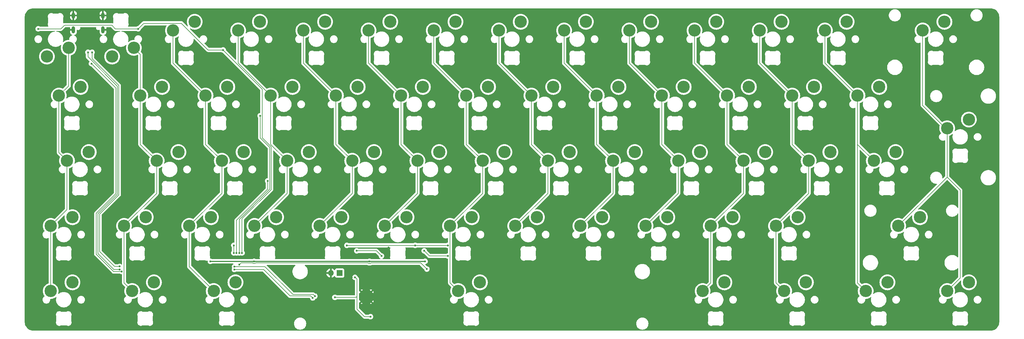
<source format=gbr>
%TF.GenerationSoftware,KiCad,Pcbnew,8.0.3*%
%TF.CreationDate,2024-11-28T23:23:20+08:00*%
%TF.ProjectId,PH60_Rev2,50483630-5f52-4657-9632-2e6b69636164,rev?*%
%TF.SameCoordinates,Original*%
%TF.FileFunction,Copper,L1,Top*%
%TF.FilePolarity,Positive*%
%FSLAX46Y46*%
G04 Gerber Fmt 4.6, Leading zero omitted, Abs format (unit mm)*
G04 Created by KiCad (PCBNEW 8.0.3) date 2024-11-28 23:23:20*
%MOMM*%
%LPD*%
G01*
G04 APERTURE LIST*
%TA.AperFunction,ComponentPad*%
%ADD10C,3.600000*%
%TD*%
%TA.AperFunction,HeatsinkPad*%
%ADD11C,0.500000*%
%TD*%
%TA.AperFunction,HeatsinkPad*%
%ADD12R,3.200000X3.200000*%
%TD*%
%TA.AperFunction,ComponentPad*%
%ADD13R,1.700000X1.700000*%
%TD*%
%TA.AperFunction,ComponentPad*%
%ADD14O,1.700000X1.700000*%
%TD*%
%TA.AperFunction,ComponentPad*%
%ADD15O,1.000000X1.800000*%
%TD*%
%TA.AperFunction,ComponentPad*%
%ADD16O,1.000000X2.100000*%
%TD*%
%TA.AperFunction,ViaPad*%
%ADD17C,0.600000*%
%TD*%
%TA.AperFunction,ViaPad*%
%ADD18C,0.500000*%
%TD*%
%TA.AperFunction,Conductor*%
%ADD19C,0.300000*%
%TD*%
%TA.AperFunction,Conductor*%
%ADD20C,0.200000*%
%TD*%
G04 APERTURE END LIST*
D10*
%TO.P,S30,1,1*%
%TO.N,col_1*%
X67627500Y-73660000D03*
%TO.P,S30,2,2*%
%TO.N,Net-(D30-A)*%
X73977500Y-71120000D03*
%TD*%
%TO.P,S27,1,1*%
%TO.N,col_12*%
X272415000Y-54610000D03*
%TO.P,S27,2,2*%
%TO.N,Net-(D27-A)*%
X278765000Y-52070000D03*
%TD*%
%TO.P,S42,1,1*%
%TO.N,col_0*%
X36671250Y-92710000D03*
%TO.P,S42,2,2*%
%TO.N,Net-(D42-A)*%
X43021250Y-90170000D03*
%TD*%
%TO.P,S32,1,1*%
%TO.N,col_3*%
X105727500Y-73660000D03*
%TO.P,S32,2,2*%
%TO.N,Net-(D32-A)*%
X112077500Y-71120000D03*
%TD*%
%TO.P,S38,1,1*%
%TO.N,col_9*%
X220027500Y-73660000D03*
%TO.P,S38,2,2*%
%TO.N,Net-(D38-A)*%
X226377500Y-71120000D03*
%TD*%
%TO.P,S35,1,1*%
%TO.N,col_6*%
X162877500Y-73660000D03*
%TO.P,S35,2,2*%
%TO.N,Net-(D35-A)*%
X169227500Y-71120000D03*
%TD*%
%TO.P,S4,1,1*%
%TO.N,col_3*%
X91440000Y-35560000D03*
%TO.P,S4,2,2*%
%TO.N,Net-(D4-A)*%
X97790000Y-33020000D03*
%TD*%
%TO.P,S2,1,1*%
%TO.N,col_1*%
X60960000Y-40640000D03*
%TO.P,S2,2,2*%
%TO.N,Net-(D2-A)*%
X54610000Y-43180000D03*
%TD*%
%TO.P,S22,1,1*%
%TO.N,col_7*%
X177165000Y-54610000D03*
%TO.P,S22,2,2*%
%TO.N,Net-(D22-A)*%
X183515000Y-52070000D03*
%TD*%
%TO.P,S28,1,1*%
%TO.N,col_13*%
X298608750Y-64135000D03*
%TO.P,S28,2,2*%
%TO.N,Net-(D28-A)*%
X304958750Y-61595000D03*
%TD*%
%TO.P,S46,1,1*%
%TO.N,col_4*%
X115252500Y-92710000D03*
%TO.P,S46,2,2*%
%TO.N,Net-(D46-A)*%
X121602500Y-90170000D03*
%TD*%
%TO.P,S1,1,1*%
%TO.N,col_0*%
X41910000Y-40640000D03*
%TO.P,S1,2,2*%
%TO.N,Net-(D1-A)*%
X35560000Y-43180000D03*
%TD*%
%TO.P,S54,1,1*%
%TO.N,col_13*%
X284321250Y-92710000D03*
%TO.P,S54,2,2*%
%TO.N,Net-(D54-A)*%
X290671250Y-90170000D03*
%TD*%
%TO.P,S10,1,1*%
%TO.N,col_9*%
X205740000Y-35560000D03*
%TO.P,S10,2,2*%
%TO.N,Net-(D10-A)*%
X212090000Y-33020000D03*
%TD*%
%TO.P,S34,1,1*%
%TO.N,col_5*%
X143827500Y-73660000D03*
%TO.P,S34,2,2*%
%TO.N,Net-(D34-A)*%
X150177500Y-71120000D03*
%TD*%
%TO.P,S15,1,1*%
%TO.N,col_0*%
X39052500Y-54610000D03*
%TO.P,S15,2,2*%
%TO.N,Net-(D15-A)*%
X45402500Y-52070000D03*
%TD*%
%TO.P,S56,1,1*%
%TO.N,col_1*%
X60483750Y-111760000D03*
%TO.P,S56,2,2*%
%TO.N,Net-(D56-A)*%
X66833750Y-109220000D03*
%TD*%
%TO.P,S20,1,1*%
%TO.N,col_5*%
X139065000Y-54610000D03*
%TO.P,S20,2,2*%
%TO.N,Net-(D20-A)*%
X145415000Y-52070000D03*
%TD*%
%TO.P,S17,1,1*%
%TO.N,col_2*%
X81915000Y-54610000D03*
%TO.P,S17,2,2*%
%TO.N,Net-(D17-A)*%
X88265000Y-52070000D03*
%TD*%
%TO.P,S31,1,1*%
%TO.N,col_2*%
X86677500Y-73660000D03*
%TO.P,S31,2,2*%
%TO.N,Net-(D31-A)*%
X93027500Y-71120000D03*
%TD*%
%TO.P,S48,1,1*%
%TO.N,col_6*%
X153352500Y-92710000D03*
%TO.P,S48,2,2*%
%TO.N,Net-(D48-A)*%
X159702500Y-90170000D03*
%TD*%
%TO.P,S51,1,1*%
%TO.N,col_9*%
X210502500Y-92710000D03*
%TO.P,S51,2,2*%
%TO.N,Net-(D51-A)*%
X216852500Y-90170000D03*
%TD*%
%TO.P,S23,1,1*%
%TO.N,col_8*%
X196215000Y-54610000D03*
%TO.P,S23,2,2*%
%TO.N,Net-(D23-A)*%
X202565000Y-52070000D03*
%TD*%
%TO.P,S50,1,1*%
%TO.N,col_8*%
X191452500Y-92710000D03*
%TO.P,S50,2,2*%
%TO.N,Net-(D50-A)*%
X197802500Y-90170000D03*
%TD*%
%TO.P,S18,1,1*%
%TO.N,col_3*%
X100965000Y-54610000D03*
%TO.P,S18,2,2*%
%TO.N,Net-(D18-A)*%
X107315000Y-52070000D03*
%TD*%
%TO.P,S33,1,1*%
%TO.N,col_4*%
X124777500Y-73660000D03*
%TO.P,S33,2,2*%
%TO.N,Net-(D33-A)*%
X131127500Y-71120000D03*
%TD*%
%TO.P,S61,1,1*%
%TO.N,col_12*%
X274796250Y-111760000D03*
%TO.P,S61,2,2*%
%TO.N,Net-(D61-A)*%
X281146250Y-109220000D03*
%TD*%
%TO.P,S16,1,1*%
%TO.N,col_1*%
X62865000Y-54610000D03*
%TO.P,S16,2,2*%
%TO.N,Net-(D16-A)*%
X69215000Y-52070000D03*
%TD*%
%TO.P,S60,1,1*%
%TO.N,col_11*%
X250983750Y-111760000D03*
%TO.P,S60,2,2*%
%TO.N,Net-(D60-A)*%
X257333750Y-109220000D03*
%TD*%
%TO.P,S58,1,1*%
%TO.N,col_6*%
X155733750Y-111760000D03*
%TO.P,S58,2,2*%
%TO.N,Net-(D58-A)*%
X162083750Y-109220000D03*
%TD*%
%TO.P,S24,1,1*%
%TO.N,col_9*%
X215265000Y-54610000D03*
%TO.P,S24,2,2*%
%TO.N,Net-(D24-A)*%
X221615000Y-52070000D03*
%TD*%
%TO.P,S29,1,1*%
%TO.N,col_0*%
X41433750Y-73660000D03*
%TO.P,S29,2,2*%
%TO.N,Net-(D29-A)*%
X47783750Y-71120000D03*
%TD*%
%TO.P,S37,1,1*%
%TO.N,col_8*%
X200977500Y-73660000D03*
%TO.P,S37,2,2*%
%TO.N,Net-(D37-A)*%
X207327500Y-71120000D03*
%TD*%
%TO.P,S43,1,1*%
%TO.N,col_1*%
X58102500Y-92710000D03*
%TO.P,S43,2,2*%
%TO.N,Net-(D43-A)*%
X64452500Y-90170000D03*
%TD*%
%TO.P,S3,1,1*%
%TO.N,col_2*%
X72390000Y-35560000D03*
%TO.P,S3,2,2*%
%TO.N,Net-(D3-A)*%
X78740000Y-33020000D03*
%TD*%
%TO.P,S36,1,1*%
%TO.N,col_7*%
X181927500Y-73660000D03*
%TO.P,S36,2,2*%
%TO.N,Net-(D36-A)*%
X188277500Y-71120000D03*
%TD*%
%TO.P,S6,1,1*%
%TO.N,col_5*%
X129540000Y-35560000D03*
%TO.P,S6,2,2*%
%TO.N,Net-(D6-A)*%
X135890000Y-33020000D03*
%TD*%
%TO.P,S55,1,1*%
%TO.N,col_0*%
X36671250Y-111760000D03*
%TO.P,S55,2,2*%
%TO.N,Net-(D55-A)*%
X43021250Y-109220000D03*
%TD*%
%TO.P,S25,1,1*%
%TO.N,col_10*%
X234315000Y-54610000D03*
%TO.P,S25,2,2*%
%TO.N,Net-(D25-A)*%
X240665000Y-52070000D03*
%TD*%
%TO.P,S9,1,1*%
%TO.N,col_8*%
X186690000Y-35560000D03*
%TO.P,S9,2,2*%
%TO.N,Net-(D9-A)*%
X193040000Y-33020000D03*
%TD*%
%TO.P,S26,1,1*%
%TO.N,col_11*%
X253365000Y-54610000D03*
%TO.P,S26,2,2*%
%TO.N,Net-(D26-A)*%
X259715000Y-52070000D03*
%TD*%
%TO.P,S11,1,1*%
%TO.N,col_10*%
X224790000Y-35560000D03*
%TO.P,S11,2,2*%
%TO.N,Net-(D11-A)*%
X231140000Y-33020000D03*
%TD*%
%TO.P,S59,1,1*%
%TO.N,col_10*%
X227171250Y-111760000D03*
%TO.P,S59,2,2*%
%TO.N,Net-(D59-A)*%
X233521250Y-109220000D03*
%TD*%
%TO.P,S53,1,1*%
%TO.N,col_11*%
X248602500Y-92710000D03*
%TO.P,S53,2,2*%
%TO.N,Net-(D53-A)*%
X254952500Y-90170000D03*
%TD*%
%TO.P,S12,1,1*%
%TO.N,col_11*%
X243840000Y-35560000D03*
%TO.P,S12,2,2*%
%TO.N,Net-(D12-A)*%
X250190000Y-33020000D03*
%TD*%
%TO.P,S57,1,1*%
%TO.N,col_2*%
X84296250Y-111760000D03*
%TO.P,S57,2,2*%
%TO.N,Net-(D57-A)*%
X90646250Y-109220000D03*
%TD*%
%TO.P,S8,1,1*%
%TO.N,col_7*%
X167640000Y-35560000D03*
%TO.P,S8,2,2*%
%TO.N,Net-(D8-A)*%
X173990000Y-33020000D03*
%TD*%
%TO.P,S13,1,1*%
%TO.N,col_12*%
X262890000Y-35560000D03*
%TO.P,S13,2,2*%
%TO.N,Net-(D13-A)*%
X269240000Y-33020000D03*
%TD*%
%TO.P,S14,1,1*%
%TO.N,col_13*%
X291465000Y-35560000D03*
%TO.P,S14,2,2*%
%TO.N,Net-(D14-A)*%
X297815000Y-33020000D03*
%TD*%
%TO.P,S21,1,1*%
%TO.N,col_6*%
X158115000Y-54610000D03*
%TO.P,S21,2,2*%
%TO.N,Net-(D21-A)*%
X164465000Y-52070000D03*
%TD*%
%TO.P,S19,1,1*%
%TO.N,col_4*%
X120015000Y-54610000D03*
%TO.P,S19,2,2*%
%TO.N,Net-(D19-A)*%
X126365000Y-52070000D03*
%TD*%
%TO.P,S5,1,1*%
%TO.N,col_4*%
X110490000Y-35560000D03*
%TO.P,S5,2,2*%
%TO.N,Net-(D5-A)*%
X116840000Y-33020000D03*
%TD*%
%TO.P,S45,1,1*%
%TO.N,col_3*%
X96202500Y-92710000D03*
%TO.P,S45,2,2*%
%TO.N,Net-(D45-A)*%
X102552500Y-90170000D03*
%TD*%
%TO.P,S62,1,1*%
%TO.N,col_13*%
X298608750Y-111760000D03*
%TO.P,S62,2,2*%
%TO.N,Net-(D62-A)*%
X304958750Y-109220000D03*
%TD*%
%TO.P,S52,1,1*%
%TO.N,col_10*%
X229552500Y-92710000D03*
%TO.P,S52,2,2*%
%TO.N,Net-(D52-A)*%
X235902500Y-90170000D03*
%TD*%
%TO.P,S7,1,1*%
%TO.N,col_6*%
X148590000Y-35560000D03*
%TO.P,S7,2,2*%
%TO.N,Net-(D7-A)*%
X154940000Y-33020000D03*
%TD*%
%TO.P,S41,1,1*%
%TO.N,col_12*%
X277177500Y-73660000D03*
%TO.P,S41,2,2*%
%TO.N,Net-(D41-A)*%
X283527500Y-71120000D03*
%TD*%
%TO.P,S49,1,1*%
%TO.N,col_7*%
X172402500Y-92710000D03*
%TO.P,S49,2,2*%
%TO.N,Net-(D49-A)*%
X178752500Y-90170000D03*
%TD*%
%TO.P,S44,1,1*%
%TO.N,col_2*%
X77152500Y-92710000D03*
%TO.P,S44,2,2*%
%TO.N,Net-(D44-A)*%
X83502500Y-90170000D03*
%TD*%
%TO.P,S39,1,1*%
%TO.N,col_10*%
X239077500Y-73660000D03*
%TO.P,S39,2,2*%
%TO.N,Net-(D39-A)*%
X245427500Y-71120000D03*
%TD*%
%TO.P,S40,1,1*%
%TO.N,col_11*%
X258127500Y-73660000D03*
%TO.P,S40,2,2*%
%TO.N,Net-(D40-A)*%
X264477500Y-71120000D03*
%TD*%
%TO.P,S47,1,1*%
%TO.N,col_5*%
X134302500Y-92710000D03*
%TO.P,S47,2,2*%
%TO.N,Net-(D47-A)*%
X140652500Y-90170000D03*
%TD*%
D11*
%TO.P,U3,57,GND*%
%TO.N,GND*%
X130250000Y-112050000D03*
X127550000Y-112050000D03*
D12*
X128900000Y-113400000D03*
D11*
X130250000Y-114750000D03*
X127550000Y-114750000D03*
%TD*%
D13*
%TO.P,J2,1,Pin_1*%
%TO.N,/~{USB_BOOT}*%
X121087500Y-106500000D03*
D14*
%TO.P,J2,2,Pin_2*%
%TO.N,GND*%
X118547500Y-106500000D03*
%TD*%
D15*
%TO.P,J1,S1,SHIELD*%
%TO.N,GND*%
X43305000Y-31175000D03*
D16*
X43305000Y-35355000D03*
D15*
X51945000Y-31175000D03*
D16*
X51945000Y-35355000D03*
%TD*%
D17*
%TO.N,GND*%
X85381250Y-118050000D03*
X225635000Y-63400000D03*
X173487500Y-99000000D03*
X73235000Y-63400000D03*
X130385000Y-63400000D03*
X187535000Y-63400000D03*
X192537500Y-99000000D03*
X273260000Y-44350000D03*
X130625000Y-41850000D03*
X287547500Y-82450000D03*
X282785000Y-63400000D03*
X166103750Y-120550000D03*
X120860000Y-44350000D03*
X216350000Y-60900000D03*
X73475000Y-41850000D03*
X68472500Y-101500000D03*
X273500000Y-60900000D03*
X102050000Y-60900000D03*
X133587500Y-116210000D03*
X263735000Y-63400000D03*
X40137500Y-60900000D03*
X87522500Y-101500000D03*
X106812500Y-79950000D03*
X97287500Y-99000000D03*
X47299999Y-38575000D03*
X235400000Y-60900000D03*
X254450000Y-60900000D03*
X101810000Y-44350000D03*
X178250000Y-60900000D03*
X292550000Y-41850000D03*
X106572500Y-101500000D03*
X235160000Y-44350000D03*
X135387500Y-99000000D03*
X206585000Y-63400000D03*
X182772500Y-101500000D03*
X211347500Y-82450000D03*
X87762500Y-79950000D03*
X192297500Y-82450000D03*
X308978750Y-120550000D03*
X94666250Y-120550000D03*
X211587500Y-99000000D03*
X299693750Y-118050000D03*
D18*
X143975000Y-112445000D03*
D17*
X77997500Y-82450000D03*
X254210000Y-44350000D03*
X228256250Y-118050000D03*
X230637500Y-99000000D03*
X294691250Y-101500000D03*
X285406250Y-99000000D03*
X82760000Y-44350000D03*
X258972500Y-101500000D03*
X263975000Y-41850000D03*
X47041250Y-120550000D03*
X197300000Y-60900000D03*
X168725000Y-41850000D03*
X78237500Y-99000000D03*
X278262500Y-79950000D03*
X70853750Y-120550000D03*
X230397500Y-82450000D03*
X154437500Y-99000000D03*
X275881250Y-118050000D03*
X122587500Y-109000000D03*
X116097500Y-82450000D03*
X159200000Y-60900000D03*
X41825000Y-35075000D03*
X154197500Y-82450000D03*
X168485000Y-63400000D03*
X239922500Y-101500000D03*
X33875000Y-31850000D03*
X92525000Y-41850000D03*
X156818750Y-118050000D03*
X61568750Y-118050000D03*
X37756250Y-99000000D03*
X125622500Y-101500000D03*
X240162500Y-79950000D03*
X252068750Y-118050000D03*
X144672500Y-101075000D03*
X197060000Y-44350000D03*
X121100000Y-60900000D03*
X116337500Y-99000000D03*
X149435000Y-63400000D03*
X83000000Y-60900000D03*
X259212500Y-79950000D03*
X59187500Y-99000000D03*
X125862500Y-79950000D03*
X202062500Y-79950000D03*
X42518750Y-79950000D03*
X216110000Y-44350000D03*
X301835000Y-44350000D03*
X135075000Y-97075000D03*
X63710000Y-31850000D03*
X261353750Y-120550000D03*
X118015000Y-116005000D03*
X249687500Y-99000000D03*
X225875000Y-41850000D03*
X178010000Y-44350000D03*
X124607500Y-107750000D03*
X144912500Y-79950000D03*
X63950000Y-60900000D03*
X268497500Y-82450000D03*
X68712500Y-79950000D03*
X220872500Y-101500000D03*
X92285000Y-63400000D03*
X37756250Y-118050000D03*
X244925000Y-41850000D03*
X140150000Y-60900000D03*
X206825000Y-41850000D03*
X163722500Y-101500000D03*
X49422500Y-63400000D03*
X149675000Y-41850000D03*
X299693750Y-70425000D03*
X308978750Y-72925000D03*
X163962500Y-79950000D03*
X111335000Y-63400000D03*
X183012500Y-79950000D03*
X285166250Y-120550000D03*
X140247500Y-118340000D03*
X138987500Y-119600000D03*
X118837500Y-109835758D03*
X111575000Y-41850000D03*
X187775000Y-41850000D03*
X117607500Y-112600000D03*
X131325000Y-106115000D03*
X158960000Y-44350000D03*
X97047500Y-82450000D03*
X173247500Y-82450000D03*
X244685000Y-63400000D03*
X221112500Y-79950000D03*
X237541250Y-120550000D03*
X139910000Y-44350000D03*
X53825000Y-36075000D03*
X47041250Y-101500000D03*
X249447500Y-82450000D03*
X135147500Y-82450000D03*
X201822500Y-101500000D03*
X51803750Y-82450000D03*
%TO.N,VBUS*%
X146075000Y-103075000D03*
X129825000Y-103075000D03*
X83325000Y-103075000D03*
X96099576Y-103075000D03*
%TO.N,+3V3*%
X125567500Y-107750000D03*
X119705608Y-113600000D03*
X130107500Y-119250000D03*
%TO.N,row_0*%
X62230000Y-35070000D03*
X87075000Y-41250000D03*
X92575000Y-100600000D03*
X33020000Y-35070000D03*
%TO.N,row_1*%
X91774997Y-100600000D03*
X97870000Y-60500000D03*
%TO.N,row_2*%
X100075000Y-79550000D03*
X90974994Y-100600000D03*
%TO.N,row_3*%
X90174991Y-100600000D03*
X143192500Y-98400000D03*
X123212500Y-98400000D03*
X152752500Y-98400000D03*
X90174991Y-98400000D03*
%TO.N,/USB_D-*%
X56800000Y-105425000D03*
X90350000Y-105450000D03*
X113225000Y-113775000D03*
X47550000Y-41925000D03*
%TO.N,/USB_D+*%
X56800000Y-104575000D03*
X90375000Y-104625000D03*
X113875000Y-113250000D03*
X48750000Y-41925000D03*
%TO.N,DIN*%
X48577767Y-45244495D03*
X57450000Y-106050000D03*
%TO.N,Net-(RGB46-DOUT)*%
X126100000Y-100000000D03*
X133325000Y-101500000D03*
%TO.N,Net-(RGB47-DOUT)*%
X152752500Y-101500000D03*
X145800368Y-100001103D03*
%TO.N,Net-(RGB54-DOUT)*%
X146575000Y-105320000D03*
X91825000Y-103999999D03*
%TD*%
D19*
%TO.N,VBUS*%
X96099576Y-103075000D02*
X129825000Y-103075000D01*
X146075000Y-103075000D02*
X129825000Y-103075000D01*
X83325000Y-103075000D02*
X96099576Y-103075000D01*
D20*
%TO.N,+3V3*%
X126175000Y-108250000D02*
X126175000Y-113325000D01*
X128375000Y-119250000D02*
X130107500Y-119250000D01*
X125900000Y-113600000D02*
X126175000Y-113325000D01*
X126175000Y-113325000D02*
X126175000Y-117050000D01*
X119705608Y-113600000D02*
X125900000Y-113600000D01*
X125675000Y-107750000D02*
X126175000Y-108250000D01*
X126175000Y-117050000D02*
X128375000Y-119250000D01*
X125567500Y-107750000D02*
X125675000Y-107750000D01*
%TO.N,row_0*%
X62230000Y-35070000D02*
X63840000Y-33460000D01*
X101075000Y-82075000D02*
X101075000Y-69573186D01*
X62230000Y-35070000D02*
X55570000Y-35070000D01*
X101075000Y-69573186D02*
X98470000Y-66968186D01*
X98470000Y-52720000D02*
X87075000Y-41325000D01*
X63840000Y-33460000D02*
X74883402Y-33460000D01*
X82673402Y-41250000D02*
X87075000Y-41250000D01*
X92575000Y-90575000D02*
X101075000Y-82075000D01*
X87075000Y-41325000D02*
X87075000Y-41250000D01*
X54505000Y-34005000D02*
X40704286Y-34005000D01*
X98470000Y-66968186D02*
X98470000Y-52720000D01*
X92575000Y-100600000D02*
X92575000Y-90575000D01*
X39639286Y-35070000D02*
X33020000Y-35070000D01*
X40704286Y-34005000D02*
X39639286Y-35070000D01*
X74883402Y-33460000D02*
X82673402Y-41250000D01*
X55570000Y-35070000D02*
X54505000Y-34005000D01*
%TO.N,row_1*%
X91774997Y-90809317D02*
X91774997Y-100600000D01*
X97870000Y-60500000D02*
X97870000Y-66933872D01*
X100675000Y-69738872D02*
X100675000Y-81909314D01*
X97870000Y-66933872D02*
X100675000Y-69738872D01*
X100675000Y-81909314D02*
X91774997Y-90809317D01*
%TO.N,row_2*%
X90974994Y-91043634D02*
X90974994Y-100600000D01*
X100075000Y-81943628D02*
X90974994Y-91043634D01*
X100075000Y-79550000D02*
X100075000Y-81943628D01*
%TO.N,row_3*%
X152752500Y-98400000D02*
X143192500Y-98400000D01*
X143192500Y-98400000D02*
X123212500Y-98400000D01*
X90174991Y-100600000D02*
X90174991Y-98400000D01*
%TO.N,/USB_D-*%
X112625000Y-113175000D02*
X106625000Y-113175000D01*
X50500000Y-89100000D02*
X56150000Y-83450000D01*
X56800000Y-105425000D02*
X55150000Y-105425000D01*
X50500000Y-100775000D02*
X50500000Y-89100000D01*
X47550000Y-43275000D02*
X47550000Y-41925000D01*
X113225000Y-113775000D02*
X112625000Y-113175000D01*
X106625000Y-113175000D02*
X98900000Y-105450000D01*
X56150000Y-83450000D02*
X56150000Y-51875000D01*
X55150000Y-105425000D02*
X50500000Y-100775000D01*
X98900000Y-105450000D02*
X90350000Y-105450000D01*
X56150000Y-51875000D02*
X47550000Y-43275000D01*
%TO.N,/USB_D+*%
X56575000Y-51625000D02*
X48750000Y-43800000D01*
X113875000Y-113250000D02*
X113400000Y-112775000D01*
X56800000Y-104575000D02*
X55300000Y-104575000D01*
X113400000Y-112775000D02*
X107425000Y-112775000D01*
X50975000Y-100250000D02*
X50975000Y-89200000D01*
X48750000Y-43800000D02*
X48750000Y-41925000D01*
X56575000Y-83600000D02*
X56575000Y-51625000D01*
X50975000Y-89200000D02*
X56575000Y-83600000D01*
X107425000Y-112775000D02*
X99275000Y-104625000D01*
X55300000Y-104575000D02*
X50975000Y-100250000D01*
X99275000Y-104625000D02*
X90375000Y-104625000D01*
%TO.N,DIN*%
X49950000Y-89066114D02*
X55700000Y-83316114D01*
X57450000Y-106050000D02*
X55050000Y-106050000D01*
X55050000Y-106050000D02*
X49950000Y-100950000D01*
X55700000Y-52366728D02*
X48577767Y-45244495D01*
X55700000Y-83316114D02*
X55700000Y-52366728D01*
X49950000Y-100950000D02*
X49950000Y-89066114D01*
%TO.N,Net-(RGB46-DOUT)*%
X133325000Y-101500000D02*
X131825000Y-100000000D01*
X131825000Y-100000000D02*
X126100000Y-100000000D01*
%TO.N,Net-(RGB47-DOUT)*%
X147299265Y-101500000D02*
X152752500Y-101500000D01*
X145800368Y-100001103D02*
X147299265Y-101500000D01*
%TO.N,Net-(RGB54-DOUT)*%
X129576471Y-103675000D02*
X130073529Y-103675000D01*
X91825000Y-103999999D02*
X92299999Y-103525000D01*
X144780000Y-103525000D02*
X146575000Y-105320000D01*
X96348105Y-103675000D02*
X96498105Y-103525000D01*
X92299999Y-103525000D02*
X95701047Y-103525000D01*
X95851047Y-103675000D02*
X96348105Y-103675000D01*
X96498105Y-103525000D02*
X129426471Y-103525000D01*
X129426471Y-103525000D02*
X129576471Y-103675000D01*
X95701047Y-103525000D02*
X95851047Y-103675000D01*
X130223529Y-103525000D02*
X144780000Y-103525000D01*
X130073529Y-103675000D02*
X130223529Y-103525000D01*
%TO.N,col_0*%
X36671250Y-92710000D02*
X41433750Y-87947500D01*
X39052500Y-71278750D02*
X39052500Y-54610000D01*
X41433750Y-73660000D02*
X39052500Y-71278750D01*
X41910000Y-51752500D02*
X41910000Y-40640000D01*
X36671250Y-111760000D02*
X36671250Y-92710000D01*
X39052500Y-54610000D02*
X41910000Y-51752500D01*
X41433750Y-87947500D02*
X41433750Y-73660000D01*
%TO.N,col_1*%
X60483750Y-111760000D02*
X58102500Y-109378750D01*
X60960000Y-40640000D02*
X62865000Y-42545000D01*
X62865000Y-68897500D02*
X62865000Y-54610000D01*
X58102500Y-92710000D02*
X67627500Y-83185000D01*
X67627500Y-73660000D02*
X62865000Y-68897500D01*
X62865000Y-42545000D02*
X62865000Y-54610000D01*
X67627500Y-83185000D02*
X67627500Y-73660000D01*
X58102500Y-109378750D02*
X58102500Y-92710000D01*
%TO.N,col_2*%
X77152500Y-92710000D02*
X86677500Y-83185000D01*
X86677500Y-83185000D02*
X86677500Y-73660000D01*
X86677500Y-73660000D02*
X81915000Y-68897500D01*
X81915000Y-68897500D02*
X81915000Y-54610000D01*
X77152500Y-104616250D02*
X77152500Y-92710000D01*
X72390000Y-45085000D02*
X72390000Y-35560000D01*
X81915000Y-54610000D02*
X72390000Y-45085000D01*
X84296250Y-111760000D02*
X77152500Y-104616250D01*
%TO.N,col_3*%
X100965000Y-54610000D02*
X91440000Y-45085000D01*
X96202500Y-92710000D02*
X105727500Y-83185000D01*
X105727500Y-83185000D02*
X105727500Y-73660000D01*
X100965000Y-68897500D02*
X100965000Y-54610000D01*
X105727500Y-73660000D02*
X100965000Y-68897500D01*
X91440000Y-45085000D02*
X91440000Y-35560000D01*
%TO.N,col_4*%
X110490000Y-45085000D02*
X110490000Y-35560000D01*
X115252500Y-92710000D02*
X124777500Y-83185000D01*
X120015000Y-54610000D02*
X110490000Y-45085000D01*
X124777500Y-83185000D02*
X124777500Y-73660000D01*
X124777500Y-73660000D02*
X120015000Y-68897500D01*
X120015000Y-68897500D02*
X120015000Y-54610000D01*
%TO.N,col_5*%
X139065000Y-54610000D02*
X129540000Y-45085000D01*
X129540000Y-45085000D02*
X129540000Y-35560000D01*
X139065000Y-68897500D02*
X139065000Y-54610000D01*
X143827500Y-83185000D02*
X143827500Y-73660000D01*
X134302500Y-92710000D02*
X143827500Y-83185000D01*
X143827500Y-73660000D02*
X139065000Y-68897500D01*
%TO.N,col_6*%
X162877500Y-83185000D02*
X162877500Y-73660000D01*
X153352500Y-92710000D02*
X162877500Y-83185000D01*
X148590000Y-45085000D02*
X148590000Y-35560000D01*
X155733750Y-111760000D02*
X153352500Y-109378750D01*
X153352500Y-109378750D02*
X153352500Y-92710000D01*
X158115000Y-54610000D02*
X148590000Y-45085000D01*
X162877500Y-73660000D02*
X158115000Y-68897500D01*
X158115000Y-68897500D02*
X158115000Y-54610000D01*
%TO.N,col_7*%
X181927500Y-83185000D02*
X181927500Y-73660000D01*
X177165000Y-68897500D02*
X177165000Y-54610000D01*
X167640000Y-45085000D02*
X167640000Y-35560000D01*
X181927500Y-73660000D02*
X177165000Y-68897500D01*
X177165000Y-54610000D02*
X167640000Y-45085000D01*
X172402500Y-92710000D02*
X181927500Y-83185000D01*
%TO.N,col_8*%
X196215000Y-68897500D02*
X196215000Y-54610000D01*
X200977500Y-73660000D02*
X196215000Y-68897500D01*
X191452500Y-92710000D02*
X200977500Y-83185000D01*
X186690000Y-45085000D02*
X186690000Y-35560000D01*
X196215000Y-54610000D02*
X186690000Y-45085000D01*
X200977500Y-83185000D02*
X200977500Y-73660000D01*
%TO.N,col_9*%
X215265000Y-54610000D02*
X205740000Y-45085000D01*
X210502500Y-92710000D02*
X220027500Y-83185000D01*
X215265000Y-68897500D02*
X215265000Y-54610000D01*
X220027500Y-83185000D02*
X220027500Y-73660000D01*
X205740000Y-45085000D02*
X205740000Y-35560000D01*
X220027500Y-73660000D02*
X215265000Y-68897500D01*
%TO.N,col_10*%
X234315000Y-54610000D02*
X224790000Y-45085000D01*
X239077500Y-83185000D02*
X239077500Y-73660000D01*
X229552500Y-92710000D02*
X239077500Y-83185000D01*
X227171250Y-111760000D02*
X229552500Y-109378750D01*
X229552500Y-109378750D02*
X229552500Y-92710000D01*
X224790000Y-45085000D02*
X224790000Y-35560000D01*
X234315000Y-68897500D02*
X234315000Y-54610000D01*
X239077500Y-73660000D02*
X234315000Y-68897500D01*
%TO.N,col_11*%
X258127500Y-83185000D02*
X258127500Y-73660000D01*
X243840000Y-45085000D02*
X243840000Y-35560000D01*
X253365000Y-54610000D02*
X243840000Y-45085000D01*
X253365000Y-68897500D02*
X253365000Y-54610000D01*
X250983750Y-111760000D02*
X248602500Y-109378750D01*
X248602500Y-92710000D02*
X258127500Y-83185000D01*
X248602500Y-109378750D02*
X248602500Y-92710000D01*
X258127500Y-73660000D02*
X253365000Y-68897500D01*
%TO.N,col_12*%
X274796250Y-111760000D02*
X272415000Y-109378750D01*
X277177500Y-73660000D02*
X272415000Y-68897500D01*
X272415000Y-109378750D02*
X272415000Y-68897500D01*
X272415000Y-68897500D02*
X272415000Y-54610000D01*
X262890000Y-45085000D02*
X262890000Y-35560000D01*
X272415000Y-54610000D02*
X262890000Y-45085000D01*
%TO.N,col_13*%
X302413150Y-107955600D02*
X302413150Y-82226900D01*
X298608750Y-64135000D02*
X298146338Y-64135000D01*
X298146338Y-64135000D02*
X291465000Y-57453662D01*
X298608750Y-78422500D02*
X298608750Y-64135000D01*
X302413150Y-82226900D02*
X298608750Y-78422500D01*
X298608750Y-111760000D02*
X302413150Y-107955600D01*
X291465000Y-57453662D02*
X291465000Y-35560000D01*
X284321250Y-92710000D02*
X298608750Y-78422500D01*
%TD*%
%TA.AperFunction,Conductor*%
%TO.N,GND*%
G36*
X42264191Y-34624407D02*
G01*
X42300155Y-34673907D01*
X42305000Y-34704500D01*
X42305000Y-35104999D01*
X42305001Y-35105000D01*
X43005000Y-35105000D01*
X43005000Y-35605000D01*
X42305001Y-35605000D01*
X42305000Y-35605001D01*
X42305000Y-36003493D01*
X42343429Y-36196688D01*
X42343429Y-36196690D01*
X42418808Y-36378673D01*
X42418814Y-36378685D01*
X42528249Y-36542462D01*
X42528252Y-36542466D01*
X42667533Y-36681747D01*
X42667537Y-36681750D01*
X42831314Y-36791185D01*
X42831326Y-36791191D01*
X42906319Y-36822254D01*
X42952845Y-36861990D01*
X42967129Y-36921485D01*
X42943714Y-36978013D01*
X42899027Y-37007873D01*
X42747957Y-37056958D01*
X42590112Y-37137384D01*
X42446787Y-37241516D01*
X42321516Y-37366787D01*
X42217384Y-37510112D01*
X42136957Y-37667959D01*
X42082213Y-37836447D01*
X42054500Y-38011417D01*
X42054500Y-38188583D01*
X42054499Y-38188583D01*
X42059996Y-38223287D01*
X42050424Y-38283719D01*
X42007159Y-38326983D01*
X41955742Y-38337561D01*
X41910003Y-38334564D01*
X41909999Y-38334564D01*
X41609082Y-38354286D01*
X41313302Y-38413121D01*
X41027741Y-38510057D01*
X40757280Y-38643434D01*
X40757274Y-38643438D01*
X40506549Y-38810967D01*
X40506529Y-38810982D01*
X40402693Y-38902045D01*
X40346477Y-38926198D01*
X40286800Y-38912694D01*
X40246458Y-38866693D01*
X40240859Y-38805764D01*
X40241783Y-38802018D01*
X40311993Y-38539993D01*
X40350500Y-38247506D01*
X40350500Y-37952494D01*
X40311993Y-37660007D01*
X40235639Y-37375048D01*
X40122743Y-37102493D01*
X39975238Y-36847006D01*
X39956245Y-36822254D01*
X39795651Y-36612964D01*
X39795649Y-36612962D01*
X39795646Y-36612958D01*
X39587042Y-36404354D01*
X39587037Y-36404350D01*
X39587035Y-36404348D01*
X39352997Y-36224764D01*
X39318765Y-36205000D01*
X39097507Y-36077257D01*
X39097503Y-36077255D01*
X39097499Y-36077253D01*
X38824953Y-35964361D01*
X38750814Y-35944496D01*
X38539993Y-35888007D01*
X38539986Y-35888006D01*
X38451907Y-35876410D01*
X38385389Y-35867652D01*
X38330165Y-35841312D01*
X38300970Y-35787541D01*
X38308956Y-35726879D01*
X38351073Y-35682497D01*
X38398312Y-35670500D01*
X39554150Y-35670500D01*
X39554166Y-35670501D01*
X39560229Y-35670501D01*
X39718342Y-35670501D01*
X39718343Y-35670501D01*
X39871071Y-35629577D01*
X39921190Y-35600639D01*
X40008002Y-35550520D01*
X40119806Y-35438716D01*
X40119806Y-35438714D01*
X40127956Y-35430565D01*
X40127958Y-35430562D01*
X40924026Y-34634496D01*
X40978542Y-34606719D01*
X40994029Y-34605500D01*
X42206000Y-34605500D01*
X42264191Y-34624407D01*
G37*
%TD.AperFunction*%
%TA.AperFunction,Conductor*%
G36*
X311327992Y-29075681D02*
G01*
X311620309Y-29093362D01*
X311632164Y-29094802D01*
X311917281Y-29147051D01*
X311928883Y-29149911D01*
X312205623Y-29236147D01*
X312216786Y-29240380D01*
X312439243Y-29340500D01*
X312481119Y-29359347D01*
X312491704Y-29364903D01*
X312739758Y-29514856D01*
X312749583Y-29521638D01*
X312896056Y-29636392D01*
X312977755Y-29700399D01*
X312986704Y-29708326D01*
X313191673Y-29913295D01*
X313199600Y-29922244D01*
X313360036Y-30127026D01*
X313378356Y-30150409D01*
X313385147Y-30160248D01*
X313535096Y-30408295D01*
X313540652Y-30418880D01*
X313659616Y-30683206D01*
X313663855Y-30694384D01*
X313750087Y-30971113D01*
X313752948Y-30982721D01*
X313805196Y-31267828D01*
X313806637Y-31279695D01*
X313824319Y-31572006D01*
X313824500Y-31577984D01*
X313824500Y-120822015D01*
X313824319Y-120827993D01*
X313806637Y-121120304D01*
X313805196Y-121132171D01*
X313752948Y-121417278D01*
X313750087Y-121428886D01*
X313663855Y-121705615D01*
X313659616Y-121716793D01*
X313540652Y-121981119D01*
X313535096Y-121991704D01*
X313385147Y-122239751D01*
X313378356Y-122249590D01*
X313199600Y-122477755D01*
X313191673Y-122486704D01*
X312986704Y-122691673D01*
X312977755Y-122699600D01*
X312749590Y-122878356D01*
X312739751Y-122885147D01*
X312491704Y-123035096D01*
X312481119Y-123040652D01*
X312216793Y-123159616D01*
X312205615Y-123163855D01*
X311928886Y-123250087D01*
X311917278Y-123252948D01*
X311632171Y-123305196D01*
X311620304Y-123306637D01*
X311348993Y-123323048D01*
X311327991Y-123324319D01*
X311322015Y-123324500D01*
X31577985Y-123324500D01*
X31572008Y-123324319D01*
X31548564Y-123322900D01*
X31279695Y-123306637D01*
X31267828Y-123305196D01*
X30982721Y-123252948D01*
X30971113Y-123250087D01*
X30694384Y-123163855D01*
X30683206Y-123159616D01*
X30418880Y-123040652D01*
X30408295Y-123035096D01*
X30160248Y-122885147D01*
X30150413Y-122878358D01*
X29922244Y-122699600D01*
X29913295Y-122691673D01*
X29708326Y-122486704D01*
X29700399Y-122477755D01*
X29684540Y-122457512D01*
X29521638Y-122249583D01*
X29514856Y-122239758D01*
X29364903Y-121991704D01*
X29359347Y-121981119D01*
X29338703Y-121935250D01*
X29240380Y-121716786D01*
X29236147Y-121705623D01*
X29149911Y-121428883D01*
X29147051Y-121417278D01*
X29125608Y-121300268D01*
X29094802Y-121132164D01*
X29093362Y-121120303D01*
X29080205Y-120902793D01*
X29075681Y-120827992D01*
X29075500Y-120822015D01*
X29075500Y-118656979D01*
X38177759Y-118656979D01*
X38181171Y-118697210D01*
X38193190Y-118838918D01*
X38241301Y-119015061D01*
X38244708Y-119022161D01*
X38249260Y-119031648D01*
X38249725Y-119032801D01*
X38252195Y-119037935D01*
X38252196Y-119037936D01*
X38267983Y-119070742D01*
X38270959Y-119076925D01*
X38280751Y-119119855D01*
X38280751Y-120480150D01*
X38270963Y-120523071D01*
X38249789Y-120567079D01*
X38249197Y-120568550D01*
X38241326Y-120584955D01*
X38193219Y-120761088D01*
X38178603Y-120933433D01*
X38177789Y-120943027D01*
X38195111Y-121120304D01*
X38195547Y-121124757D01*
X38245901Y-121300251D01*
X38245904Y-121300258D01*
X38327199Y-121463750D01*
X38382004Y-121536831D01*
X38436746Y-121609827D01*
X38436749Y-121609829D01*
X38436751Y-121609832D01*
X38570922Y-121733657D01*
X38570929Y-121733663D01*
X38725299Y-121831158D01*
X38725301Y-121831158D01*
X38725303Y-121831160D01*
X38740374Y-121837202D01*
X38894773Y-121899103D01*
X38894775Y-121899103D01*
X38894779Y-121899105D01*
X39073755Y-121935250D01*
X39256317Y-121938401D01*
X39390589Y-121916076D01*
X39436422Y-121908456D01*
X39436423Y-121908455D01*
X39436433Y-121908454D01*
X39608153Y-121846399D01*
X39623946Y-121837196D01*
X39625203Y-121836571D01*
X39630158Y-121833675D01*
X39630160Y-121833675D01*
X39663791Y-121814022D01*
X39713738Y-121800500D01*
X39752692Y-121800500D01*
X41203729Y-121800500D01*
X41203745Y-121800501D01*
X41209808Y-121800501D01*
X41248764Y-121800501D01*
X41298712Y-121814025D01*
X41337485Y-121836682D01*
X41338357Y-121837116D01*
X41354330Y-121846423D01*
X41354334Y-121846424D01*
X41354335Y-121846425D01*
X41526060Y-121908483D01*
X41526067Y-121908484D01*
X41526070Y-121908485D01*
X41646141Y-121928447D01*
X41706179Y-121938429D01*
X41706181Y-121938430D01*
X41706181Y-121938429D01*
X41706182Y-121938430D01*
X41888749Y-121935279D01*
X42067730Y-121899133D01*
X42067735Y-121899131D01*
X42067736Y-121899131D01*
X42124437Y-121876398D01*
X42237211Y-121831186D01*
X42391593Y-121733683D01*
X42501847Y-121631930D01*
X42525771Y-121609851D01*
X42525773Y-121609849D01*
X42525773Y-121609848D01*
X42525776Y-121609846D01*
X42635325Y-121463765D01*
X42716623Y-121300268D01*
X42754376Y-121168693D01*
X42766981Y-121124764D01*
X42766982Y-121124759D01*
X42766981Y-121124759D01*
X42766983Y-121124756D01*
X42784740Y-120943027D01*
X42769310Y-120761086D01*
X42721200Y-120584944D01*
X42713279Y-120568438D01*
X42712711Y-120567025D01*
X42691552Y-120523084D01*
X42681749Y-120480132D01*
X42681749Y-119119867D01*
X42691553Y-119076913D01*
X42694527Y-119070738D01*
X42710263Y-119038061D01*
X42710263Y-119038056D01*
X42712590Y-119033226D01*
X42713341Y-119031360D01*
X42721169Y-119015048D01*
X42769278Y-118838911D01*
X42784708Y-118656979D01*
X61990259Y-118656979D01*
X61993671Y-118697210D01*
X62005690Y-118838918D01*
X62053801Y-119015061D01*
X62057208Y-119022161D01*
X62061760Y-119031648D01*
X62062225Y-119032801D01*
X62064695Y-119037935D01*
X62064696Y-119037936D01*
X62080483Y-119070742D01*
X62083459Y-119076925D01*
X62093251Y-119119855D01*
X62093251Y-120480150D01*
X62083463Y-120523071D01*
X62062289Y-120567079D01*
X62061697Y-120568550D01*
X62053826Y-120584955D01*
X62005719Y-120761088D01*
X61991103Y-120933433D01*
X61990289Y-120943027D01*
X62007611Y-121120304D01*
X62008047Y-121124757D01*
X62058401Y-121300251D01*
X62058404Y-121300258D01*
X62139699Y-121463750D01*
X62194504Y-121536831D01*
X62249246Y-121609827D01*
X62249249Y-121609829D01*
X62249251Y-121609832D01*
X62383422Y-121733657D01*
X62383429Y-121733663D01*
X62537799Y-121831158D01*
X62537801Y-121831158D01*
X62537803Y-121831160D01*
X62552874Y-121837202D01*
X62707273Y-121899103D01*
X62707275Y-121899103D01*
X62707279Y-121899105D01*
X62886255Y-121935250D01*
X63068817Y-121938401D01*
X63203089Y-121916076D01*
X63248922Y-121908456D01*
X63248923Y-121908455D01*
X63248933Y-121908454D01*
X63420653Y-121846399D01*
X63436446Y-121837196D01*
X63437703Y-121836571D01*
X63442658Y-121833675D01*
X63442660Y-121833675D01*
X63476291Y-121814022D01*
X63526238Y-121800500D01*
X63565192Y-121800500D01*
X65016229Y-121800500D01*
X65016245Y-121800501D01*
X65022308Y-121800501D01*
X65061264Y-121800501D01*
X65111212Y-121814025D01*
X65149985Y-121836682D01*
X65150857Y-121837116D01*
X65166830Y-121846423D01*
X65166834Y-121846424D01*
X65166835Y-121846425D01*
X65338560Y-121908483D01*
X65338567Y-121908484D01*
X65338570Y-121908485D01*
X65458641Y-121928447D01*
X65518679Y-121938429D01*
X65518681Y-121938430D01*
X65518681Y-121938429D01*
X65518682Y-121938430D01*
X65701249Y-121935279D01*
X65880230Y-121899133D01*
X65880235Y-121899131D01*
X65880236Y-121899131D01*
X65936937Y-121876398D01*
X66049711Y-121831186D01*
X66204093Y-121733683D01*
X66314347Y-121631930D01*
X66338271Y-121609851D01*
X66338273Y-121609849D01*
X66338273Y-121609848D01*
X66338276Y-121609846D01*
X66447825Y-121463765D01*
X66529123Y-121300268D01*
X66566876Y-121168693D01*
X66579481Y-121124764D01*
X66579482Y-121124759D01*
X66579481Y-121124759D01*
X66579483Y-121124756D01*
X66597240Y-120943027D01*
X66581810Y-120761086D01*
X66533700Y-120584944D01*
X66525779Y-120568438D01*
X66525211Y-120567025D01*
X66504052Y-120523084D01*
X66494249Y-120480132D01*
X66494249Y-119119867D01*
X66504053Y-119076913D01*
X66507027Y-119070738D01*
X66522763Y-119038061D01*
X66522763Y-119038056D01*
X66525090Y-119033226D01*
X66525841Y-119031360D01*
X66533669Y-119015048D01*
X66581778Y-118838911D01*
X66597208Y-118656979D01*
X85802759Y-118656979D01*
X85806171Y-118697210D01*
X85818190Y-118838918D01*
X85866301Y-119015061D01*
X85869708Y-119022161D01*
X85874260Y-119031648D01*
X85874725Y-119032801D01*
X85877195Y-119037935D01*
X85877196Y-119037936D01*
X85892983Y-119070742D01*
X85895959Y-119076925D01*
X85905751Y-119119855D01*
X85905751Y-120480150D01*
X85895963Y-120523071D01*
X85874789Y-120567079D01*
X85874197Y-120568550D01*
X85866326Y-120584955D01*
X85818219Y-120761088D01*
X85803603Y-120933433D01*
X85802789Y-120943027D01*
X85820111Y-121120304D01*
X85820547Y-121124757D01*
X85870901Y-121300251D01*
X85870904Y-121300258D01*
X85952199Y-121463750D01*
X86007004Y-121536831D01*
X86061746Y-121609827D01*
X86061749Y-121609829D01*
X86061751Y-121609832D01*
X86195922Y-121733657D01*
X86195929Y-121733663D01*
X86350299Y-121831158D01*
X86350301Y-121831158D01*
X86350303Y-121831160D01*
X86365374Y-121837202D01*
X86519773Y-121899103D01*
X86519775Y-121899103D01*
X86519779Y-121899105D01*
X86698755Y-121935250D01*
X86881317Y-121938401D01*
X87015589Y-121916076D01*
X87061422Y-121908456D01*
X87061423Y-121908455D01*
X87061433Y-121908454D01*
X87233153Y-121846399D01*
X87248946Y-121837196D01*
X87250203Y-121836571D01*
X87255158Y-121833675D01*
X87255160Y-121833675D01*
X87288791Y-121814022D01*
X87338738Y-121800500D01*
X87377692Y-121800500D01*
X88828729Y-121800500D01*
X88828745Y-121800501D01*
X88834808Y-121800501D01*
X88873764Y-121800501D01*
X88923712Y-121814025D01*
X88962485Y-121836682D01*
X88963357Y-121837116D01*
X88979330Y-121846423D01*
X88979334Y-121846424D01*
X88979335Y-121846425D01*
X89151060Y-121908483D01*
X89151067Y-121908484D01*
X89151070Y-121908485D01*
X89271141Y-121928447D01*
X89331179Y-121938429D01*
X89331181Y-121938430D01*
X89331181Y-121938429D01*
X89331182Y-121938430D01*
X89513749Y-121935279D01*
X89692730Y-121899133D01*
X89692735Y-121899131D01*
X89692736Y-121899131D01*
X89749437Y-121876398D01*
X89862211Y-121831186D01*
X90016593Y-121733683D01*
X90126847Y-121631930D01*
X90150771Y-121609851D01*
X90150773Y-121609849D01*
X90150773Y-121609848D01*
X90150776Y-121609846D01*
X90260325Y-121463765D01*
X90341623Y-121300268D01*
X90379376Y-121168693D01*
X90379376Y-121168692D01*
X107769250Y-121168692D01*
X107769250Y-121401307D01*
X107796703Y-121609832D01*
X107799613Y-121631930D01*
X107857080Y-121846399D01*
X107859816Y-121856610D01*
X107859820Y-121856623D01*
X107948833Y-122071521D01*
X107948835Y-122071526D01*
X108065140Y-122272971D01*
X108206742Y-122457512D01*
X108206744Y-122457514D01*
X108206748Y-122457519D01*
X108371231Y-122622002D01*
X108371235Y-122622005D01*
X108371237Y-122622007D01*
X108449766Y-122682264D01*
X108555776Y-122763608D01*
X108555778Y-122763609D01*
X108754524Y-122878356D01*
X108757225Y-122879915D01*
X108972132Y-122968932D01*
X109196820Y-123029137D01*
X109427443Y-123059500D01*
X109427444Y-123059500D01*
X109660056Y-123059500D01*
X109660057Y-123059500D01*
X109890680Y-123029137D01*
X110115368Y-122968932D01*
X110330275Y-122879915D01*
X110531724Y-122763608D01*
X110716269Y-122622002D01*
X110880752Y-122457519D01*
X111022358Y-122272974D01*
X111138665Y-122071525D01*
X111227682Y-121856618D01*
X111287887Y-121631930D01*
X111318250Y-121401307D01*
X111318250Y-121168693D01*
X111287887Y-120938070D01*
X111227682Y-120713382D01*
X111138665Y-120498475D01*
X111022358Y-120297026D01*
X110880752Y-120112481D01*
X110716269Y-119947998D01*
X110716264Y-119947994D01*
X110716262Y-119947992D01*
X110589207Y-119850500D01*
X110531724Y-119806392D01*
X110487119Y-119780639D01*
X110330276Y-119690085D01*
X110330271Y-119690083D01*
X110115373Y-119601070D01*
X110115372Y-119601069D01*
X110115368Y-119601068D01*
X109890680Y-119540863D01*
X109890675Y-119540862D01*
X109890674Y-119540862D01*
X109660057Y-119510500D01*
X109427443Y-119510500D01*
X109427442Y-119510500D01*
X109196825Y-119540862D01*
X109196822Y-119540862D01*
X109196820Y-119540863D01*
X109032342Y-119584934D01*
X108972139Y-119601066D01*
X108972126Y-119601070D01*
X108757228Y-119690083D01*
X108757223Y-119690085D01*
X108555778Y-119806390D01*
X108371237Y-119947992D01*
X108206742Y-120112487D01*
X108065140Y-120297028D01*
X107948835Y-120498473D01*
X107948833Y-120498478D01*
X107859820Y-120713376D01*
X107859818Y-120713382D01*
X107800345Y-120935341D01*
X107799612Y-120938075D01*
X107769250Y-121168692D01*
X90379376Y-121168692D01*
X90391981Y-121124764D01*
X90391982Y-121124759D01*
X90391981Y-121124759D01*
X90391983Y-121124756D01*
X90409740Y-120943027D01*
X90394310Y-120761086D01*
X90346200Y-120584944D01*
X90338279Y-120568438D01*
X90337711Y-120567025D01*
X90316552Y-120523084D01*
X90306749Y-120480132D01*
X90306749Y-119119867D01*
X90316553Y-119076913D01*
X90319527Y-119070738D01*
X90335263Y-119038061D01*
X90335263Y-119038056D01*
X90337590Y-119033226D01*
X90338341Y-119031360D01*
X90346169Y-119015048D01*
X90394278Y-118838911D01*
X90409708Y-118656975D01*
X90391952Y-118475252D01*
X90391950Y-118475246D01*
X90391949Y-118475240D01*
X90341596Y-118299750D01*
X90341595Y-118299748D01*
X90341594Y-118299744D01*
X90260298Y-118136252D01*
X90150752Y-117990176D01*
X90016573Y-117866342D01*
X90016570Y-117866340D01*
X90016569Y-117866339D01*
X90016568Y-117866338D01*
X89862198Y-117768843D01*
X89862188Y-117768839D01*
X89692724Y-117700898D01*
X89646416Y-117691546D01*
X89513743Y-117664752D01*
X89507547Y-117664645D01*
X89331181Y-117661601D01*
X89331178Y-117661602D01*
X89151075Y-117691546D01*
X89151061Y-117691550D01*
X89031264Y-117734842D01*
X88979345Y-117753605D01*
X88979344Y-117753605D01*
X88979340Y-117753607D01*
X88963463Y-117762857D01*
X88962165Y-117763505D01*
X88923711Y-117785977D01*
X88873763Y-117799501D01*
X87338738Y-117799501D01*
X87288793Y-117785978D01*
X87255160Y-117766326D01*
X87255159Y-117766325D01*
X87250113Y-117763377D01*
X87249266Y-117762954D01*
X87233173Y-117753577D01*
X87061444Y-117691518D01*
X87061442Y-117691517D01*
X87061441Y-117691517D01*
X87061439Y-117691516D01*
X87061430Y-117691514D01*
X86881322Y-117661569D01*
X86881319Y-117661568D01*
X86713259Y-117664469D01*
X86698751Y-117664720D01*
X86698593Y-117664752D01*
X86519764Y-117700867D01*
X86519763Y-117700867D01*
X86350294Y-117768810D01*
X86350284Y-117768815D01*
X86195909Y-117866313D01*
X86195908Y-117866314D01*
X86061721Y-117990156D01*
X85952170Y-118136238D01*
X85870874Y-118299735D01*
X85870873Y-118299738D01*
X85820518Y-118475235D01*
X85820516Y-118475243D01*
X85802759Y-118656979D01*
X66597208Y-118656979D01*
X66597208Y-118656975D01*
X66579452Y-118475252D01*
X66579450Y-118475246D01*
X66579449Y-118475240D01*
X66529096Y-118299750D01*
X66529095Y-118299748D01*
X66529094Y-118299744D01*
X66447798Y-118136252D01*
X66338252Y-117990176D01*
X66204073Y-117866342D01*
X66204070Y-117866340D01*
X66204069Y-117866339D01*
X66204068Y-117866338D01*
X66049698Y-117768843D01*
X66049688Y-117768839D01*
X65880224Y-117700898D01*
X65833916Y-117691546D01*
X65701243Y-117664752D01*
X65695047Y-117664645D01*
X65518681Y-117661601D01*
X65518678Y-117661602D01*
X65338575Y-117691546D01*
X65338561Y-117691550D01*
X65218764Y-117734842D01*
X65166845Y-117753605D01*
X65166844Y-117753605D01*
X65166840Y-117753607D01*
X65150963Y-117762857D01*
X65149665Y-117763505D01*
X65111211Y-117785977D01*
X65061263Y-117799501D01*
X63526238Y-117799501D01*
X63476293Y-117785978D01*
X63442660Y-117766326D01*
X63442659Y-117766325D01*
X63437613Y-117763377D01*
X63436766Y-117762954D01*
X63420673Y-117753577D01*
X63248944Y-117691518D01*
X63248942Y-117691517D01*
X63248941Y-117691517D01*
X63248939Y-117691516D01*
X63248930Y-117691514D01*
X63068822Y-117661569D01*
X63068819Y-117661568D01*
X62900759Y-117664469D01*
X62886251Y-117664720D01*
X62886093Y-117664752D01*
X62707264Y-117700867D01*
X62707263Y-117700867D01*
X62537794Y-117768810D01*
X62537784Y-117768815D01*
X62383409Y-117866313D01*
X62383408Y-117866314D01*
X62249221Y-117990156D01*
X62139670Y-118136238D01*
X62058374Y-118299735D01*
X62058373Y-118299738D01*
X62008018Y-118475235D01*
X62008016Y-118475243D01*
X61990259Y-118656979D01*
X42784708Y-118656979D01*
X42784708Y-118656975D01*
X42766952Y-118475252D01*
X42766950Y-118475246D01*
X42766949Y-118475240D01*
X42716596Y-118299750D01*
X42716595Y-118299748D01*
X42716594Y-118299744D01*
X42635298Y-118136252D01*
X42525752Y-117990176D01*
X42391573Y-117866342D01*
X42391570Y-117866340D01*
X42391569Y-117866339D01*
X42391568Y-117866338D01*
X42237198Y-117768843D01*
X42237188Y-117768839D01*
X42067724Y-117700898D01*
X42021416Y-117691546D01*
X41888743Y-117664752D01*
X41882547Y-117664645D01*
X41706181Y-117661601D01*
X41706178Y-117661602D01*
X41526075Y-117691546D01*
X41526061Y-117691550D01*
X41406264Y-117734842D01*
X41354345Y-117753605D01*
X41354344Y-117753605D01*
X41354340Y-117753607D01*
X41338463Y-117762857D01*
X41337165Y-117763505D01*
X41298711Y-117785977D01*
X41248763Y-117799501D01*
X39713738Y-117799501D01*
X39663793Y-117785978D01*
X39630160Y-117766326D01*
X39630159Y-117766325D01*
X39625113Y-117763377D01*
X39624266Y-117762954D01*
X39608173Y-117753577D01*
X39436444Y-117691518D01*
X39436442Y-117691517D01*
X39436441Y-117691517D01*
X39436439Y-117691516D01*
X39436430Y-117691514D01*
X39256322Y-117661569D01*
X39256319Y-117661568D01*
X39088259Y-117664469D01*
X39073751Y-117664720D01*
X39073593Y-117664752D01*
X38894764Y-117700867D01*
X38894763Y-117700867D01*
X38725294Y-117768810D01*
X38725284Y-117768815D01*
X38570909Y-117866313D01*
X38570908Y-117866314D01*
X38436721Y-117990156D01*
X38327170Y-118136238D01*
X38245874Y-118299735D01*
X38245873Y-118299738D01*
X38195518Y-118475235D01*
X38195516Y-118475243D01*
X38177759Y-118656979D01*
X29075500Y-118656979D01*
X29075500Y-43179999D01*
X33254564Y-43179999D01*
X33254564Y-43180000D01*
X33274286Y-43480917D01*
X33333121Y-43776697D01*
X33430057Y-44062258D01*
X33563434Y-44332719D01*
X33563438Y-44332725D01*
X33730967Y-44583450D01*
X33730971Y-44583455D01*
X33730975Y-44583461D01*
X33730981Y-44583468D01*
X33730982Y-44583469D01*
X33870217Y-44742236D01*
X33929811Y-44810189D01*
X34156539Y-45009025D01*
X34156546Y-45009029D01*
X34156549Y-45009032D01*
X34407274Y-45176561D01*
X34407280Y-45176565D01*
X34677741Y-45309942D01*
X34677743Y-45309942D01*
X34677748Y-45309945D01*
X34855879Y-45370412D01*
X34963302Y-45406878D01*
X34963304Y-45406878D01*
X34963309Y-45406880D01*
X35259080Y-45465713D01*
X35459693Y-45478861D01*
X35559999Y-45485436D01*
X35560000Y-45485436D01*
X35560001Y-45485436D01*
X35635230Y-45480505D01*
X35860920Y-45465713D01*
X36156691Y-45406880D01*
X36442252Y-45309945D01*
X36712718Y-45176566D01*
X36963461Y-45009025D01*
X37190189Y-44810189D01*
X37389025Y-44583461D01*
X37556566Y-44332718D01*
X37689945Y-44062252D01*
X37786880Y-43776691D01*
X37845713Y-43480920D01*
X37865436Y-43180000D01*
X37845713Y-42879080D01*
X37786880Y-42583309D01*
X37786780Y-42583015D01*
X37695195Y-42313215D01*
X37689945Y-42297748D01*
X37678854Y-42275258D01*
X37556565Y-42027280D01*
X37556561Y-42027274D01*
X37389032Y-41776549D01*
X37389029Y-41776546D01*
X37389025Y-41776539D01*
X37221902Y-41585973D01*
X37190197Y-41549820D01*
X37190196Y-41549819D01*
X37190189Y-41549811D01*
X37134412Y-41500896D01*
X36963469Y-41350982D01*
X36963468Y-41350981D01*
X36963461Y-41350975D01*
X36963455Y-41350971D01*
X36963450Y-41350967D01*
X36712725Y-41183438D01*
X36712719Y-41183434D01*
X36442258Y-41050057D01*
X36156697Y-40953121D01*
X35860917Y-40894286D01*
X35560001Y-40874564D01*
X35559999Y-40874564D01*
X35259082Y-40894286D01*
X34963302Y-40953121D01*
X34677741Y-41050057D01*
X34407280Y-41183434D01*
X34407274Y-41183438D01*
X34156549Y-41350967D01*
X34156530Y-41350982D01*
X33929820Y-41549802D01*
X33929802Y-41549820D01*
X33730982Y-41776530D01*
X33730967Y-41776549D01*
X33563438Y-42027274D01*
X33563434Y-42027280D01*
X33430057Y-42297741D01*
X33333121Y-42583302D01*
X33274286Y-42879082D01*
X33254564Y-43179999D01*
X29075500Y-43179999D01*
X29075500Y-38011417D01*
X31894500Y-38011417D01*
X31894500Y-38188582D01*
X31922213Y-38363552D01*
X31969814Y-38510057D01*
X31976958Y-38532042D01*
X32057386Y-38689890D01*
X32161517Y-38833214D01*
X32286786Y-38958483D01*
X32430110Y-39062614D01*
X32587958Y-39143042D01*
X32756445Y-39197786D01*
X32819575Y-39207785D01*
X32931418Y-39225500D01*
X32931421Y-39225500D01*
X33108582Y-39225500D01*
X33196067Y-39211643D01*
X33283555Y-39197786D01*
X33452042Y-39143042D01*
X33609890Y-39062614D01*
X33753214Y-38958483D01*
X33878483Y-38833214D01*
X33982614Y-38689890D01*
X34063042Y-38532042D01*
X34117786Y-38363555D01*
X34140003Y-38223287D01*
X34145500Y-38188582D01*
X34145500Y-38011417D01*
X34117786Y-37836447D01*
X34117786Y-37836445D01*
X34063042Y-37667958D01*
X33982614Y-37510110D01*
X33878483Y-37366786D01*
X33753214Y-37241517D01*
X33609890Y-37137386D01*
X33609889Y-37137385D01*
X33609887Y-37137384D01*
X33452040Y-37056957D01*
X33283552Y-37002213D01*
X33108582Y-36974500D01*
X33108579Y-36974500D01*
X32931421Y-36974500D01*
X32931418Y-36974500D01*
X32756447Y-37002213D01*
X32587959Y-37056957D01*
X32430112Y-37137384D01*
X32286787Y-37241516D01*
X32161516Y-37366787D01*
X32057384Y-37510112D01*
X31976957Y-37667959D01*
X31922213Y-37836447D01*
X31894500Y-38011417D01*
X29075500Y-38011417D01*
X29075500Y-35070000D01*
X32214435Y-35070000D01*
X32234632Y-35249257D01*
X32234633Y-35249261D01*
X32294211Y-35419522D01*
X32294211Y-35419523D01*
X32390181Y-35572258D01*
X32390184Y-35572262D01*
X32517738Y-35699816D01*
X32517740Y-35699817D01*
X32517741Y-35699818D01*
X32669930Y-35795445D01*
X32670478Y-35795789D01*
X32738657Y-35819646D01*
X32840738Y-35855366D01*
X32840742Y-35855367D01*
X32840745Y-35855368D01*
X33020000Y-35875565D01*
X33199255Y-35855368D01*
X33369522Y-35795789D01*
X33522262Y-35699816D01*
X33522583Y-35699494D01*
X33522807Y-35699380D01*
X33526605Y-35696352D01*
X33527225Y-35697129D01*
X33577098Y-35671719D01*
X33592585Y-35670500D01*
X37801688Y-35670500D01*
X37859879Y-35689407D01*
X37895843Y-35738907D01*
X37895843Y-35800093D01*
X37859879Y-35849593D01*
X37814610Y-35867653D01*
X37660013Y-35888006D01*
X37660011Y-35888006D01*
X37660007Y-35888007D01*
X37508584Y-35928580D01*
X37375046Y-35964361D01*
X37102500Y-36077253D01*
X36847002Y-36224764D01*
X36612964Y-36404348D01*
X36404348Y-36612964D01*
X36224764Y-36847002D01*
X36077253Y-37102500D01*
X35964361Y-37375046D01*
X35928580Y-37508584D01*
X35888007Y-37660007D01*
X35888006Y-37660011D01*
X35888006Y-37660013D01*
X35849500Y-37952493D01*
X35849500Y-38247506D01*
X35884065Y-38510055D01*
X35888007Y-38539993D01*
X35946470Y-38758183D01*
X35964361Y-38824953D01*
X36077253Y-39097499D01*
X36077255Y-39097503D01*
X36077257Y-39097507D01*
X36151154Y-39225500D01*
X36224764Y-39352997D01*
X36404348Y-39587035D01*
X36404350Y-39587037D01*
X36404354Y-39587042D01*
X36612958Y-39795646D01*
X36612962Y-39795649D01*
X36612964Y-39795651D01*
X36772107Y-39917766D01*
X36847006Y-39975238D01*
X37102493Y-40122743D01*
X37375048Y-40235639D01*
X37660007Y-40311993D01*
X37952494Y-40350500D01*
X37952495Y-40350500D01*
X38247505Y-40350500D01*
X38247506Y-40350500D01*
X38539993Y-40311993D01*
X38824952Y-40235639D01*
X39097507Y-40122743D01*
X39352994Y-39975238D01*
X39571723Y-39807400D01*
X39629398Y-39786977D01*
X39688064Y-39804354D01*
X39725311Y-39852896D01*
X39726913Y-39914060D01*
X39725736Y-39917766D01*
X39683121Y-40043302D01*
X39624286Y-40339082D01*
X39604564Y-40639999D01*
X39604564Y-40640000D01*
X39624286Y-40940917D01*
X39683121Y-41236697D01*
X39780057Y-41522258D01*
X39913434Y-41792719D01*
X39913438Y-41792725D01*
X40080967Y-42043450D01*
X40080971Y-42043455D01*
X40080975Y-42043461D01*
X40080981Y-42043468D01*
X40080982Y-42043469D01*
X40244148Y-42229524D01*
X40279811Y-42270189D01*
X40279819Y-42270196D01*
X40279820Y-42270197D01*
X40393175Y-42369607D01*
X40506539Y-42469025D01*
X40506546Y-42469029D01*
X40506549Y-42469032D01*
X40757274Y-42636561D01*
X40757280Y-42636565D01*
X41027741Y-42769942D01*
X41027743Y-42769942D01*
X41027748Y-42769945D01*
X41242324Y-42842783D01*
X41291348Y-42879392D01*
X41309500Y-42936529D01*
X41309500Y-51462756D01*
X41290593Y-51520947D01*
X41280504Y-51532760D01*
X40251773Y-52561490D01*
X40197256Y-52589267D01*
X40137983Y-52580276D01*
X39934764Y-52480060D01*
X39934758Y-52480057D01*
X39649197Y-52383121D01*
X39353417Y-52324286D01*
X39052501Y-52304564D01*
X39052499Y-52304564D01*
X38751582Y-52324286D01*
X38455802Y-52383121D01*
X38170241Y-52480057D01*
X37899780Y-52613434D01*
X37899774Y-52613438D01*
X37649049Y-52780967D01*
X37649030Y-52780982D01*
X37422320Y-52979802D01*
X37422302Y-52979820D01*
X37223482Y-53206530D01*
X37223467Y-53206549D01*
X37055938Y-53457274D01*
X37055934Y-53457280D01*
X36922557Y-53727741D01*
X36825621Y-54013302D01*
X36766786Y-54309082D01*
X36747064Y-54609999D01*
X36747064Y-54610000D01*
X36766786Y-54910917D01*
X36825621Y-55206697D01*
X36922557Y-55492258D01*
X37055934Y-55762719D01*
X37055938Y-55762725D01*
X37223467Y-56013450D01*
X37223482Y-56013470D01*
X37235438Y-56027103D01*
X37259591Y-56083319D01*
X37246087Y-56142996D01*
X37205953Y-56180587D01*
X37192612Y-56187384D01*
X37049287Y-56291516D01*
X36924016Y-56416787D01*
X36819884Y-56560112D01*
X36739457Y-56717959D01*
X36684713Y-56886447D01*
X36657000Y-57061417D01*
X36657000Y-57238582D01*
X36684713Y-57413552D01*
X36739457Y-57582040D01*
X36817682Y-57735566D01*
X36819886Y-57739890D01*
X36924017Y-57883214D01*
X37049286Y-58008483D01*
X37192610Y-58112614D01*
X37350458Y-58193042D01*
X37518945Y-58247786D01*
X37588935Y-58258871D01*
X37693918Y-58275500D01*
X37693921Y-58275500D01*
X37871082Y-58275500D01*
X37958567Y-58261643D01*
X38046055Y-58247786D01*
X38214542Y-58193042D01*
X38308054Y-58145394D01*
X38368486Y-58135823D01*
X38423003Y-58163600D01*
X38450781Y-58218116D01*
X38452000Y-58233604D01*
X38452000Y-71193613D01*
X38451999Y-71193631D01*
X38451999Y-71199693D01*
X38451999Y-71357807D01*
X38492923Y-71510535D01*
X38492924Y-71510536D01*
X38496078Y-71515999D01*
X38496079Y-71516003D01*
X38508798Y-71538032D01*
X38571980Y-71647466D01*
X38683784Y-71759270D01*
X38683786Y-71759271D01*
X39385240Y-72460725D01*
X39413017Y-72515242D01*
X39404027Y-72574515D01*
X39303806Y-72777744D01*
X39206871Y-73063302D01*
X39148036Y-73359082D01*
X39128314Y-73659999D01*
X39128314Y-73660000D01*
X39148036Y-73960917D01*
X39206871Y-74256697D01*
X39303807Y-74542258D01*
X39437184Y-74812719D01*
X39437188Y-74812725D01*
X39604717Y-75063450D01*
X39604732Y-75063470D01*
X39616688Y-75077103D01*
X39640841Y-75133319D01*
X39627337Y-75192996D01*
X39587203Y-75230587D01*
X39573862Y-75237384D01*
X39430537Y-75341516D01*
X39305266Y-75466787D01*
X39201134Y-75610112D01*
X39120707Y-75767959D01*
X39065963Y-75936447D01*
X39038250Y-76111417D01*
X39038250Y-76288582D01*
X39065963Y-76463552D01*
X39108912Y-76595739D01*
X39120708Y-76632042D01*
X39201136Y-76789890D01*
X39305267Y-76933214D01*
X39430536Y-77058483D01*
X39573860Y-77162614D01*
X39731708Y-77243042D01*
X39900195Y-77297786D01*
X39970185Y-77308871D01*
X40075168Y-77325500D01*
X40075171Y-77325500D01*
X40252332Y-77325500D01*
X40339817Y-77311643D01*
X40427305Y-77297786D01*
X40595792Y-77243042D01*
X40689304Y-77195394D01*
X40749736Y-77185823D01*
X40804253Y-77213600D01*
X40832031Y-77268116D01*
X40833250Y-77283604D01*
X40833250Y-87657756D01*
X40814343Y-87715947D01*
X40804254Y-87727760D01*
X37870523Y-90661490D01*
X37816006Y-90689267D01*
X37756733Y-90680276D01*
X37553514Y-90580060D01*
X37553508Y-90580057D01*
X37267947Y-90483121D01*
X36972167Y-90424286D01*
X36671251Y-90404564D01*
X36671249Y-90404564D01*
X36370332Y-90424286D01*
X36074552Y-90483121D01*
X35788991Y-90580057D01*
X35518530Y-90713434D01*
X35518524Y-90713438D01*
X35267799Y-90880967D01*
X35267780Y-90880982D01*
X35041070Y-91079802D01*
X35041052Y-91079820D01*
X34842232Y-91306530D01*
X34842217Y-91306549D01*
X34674688Y-91557274D01*
X34674684Y-91557280D01*
X34541307Y-91827741D01*
X34444371Y-92113302D01*
X34385536Y-92409082D01*
X34365814Y-92709999D01*
X34365814Y-92710000D01*
X34385536Y-93010917D01*
X34444371Y-93306697D01*
X34541307Y-93592258D01*
X34674684Y-93862719D01*
X34674688Y-93862725D01*
X34842217Y-94113450D01*
X34842232Y-94113470D01*
X34854188Y-94127103D01*
X34878341Y-94183319D01*
X34864837Y-94242996D01*
X34824703Y-94280587D01*
X34811362Y-94287384D01*
X34668037Y-94391516D01*
X34542766Y-94516787D01*
X34438634Y-94660112D01*
X34358207Y-94817959D01*
X34303463Y-94986447D01*
X34275750Y-95161417D01*
X34275750Y-95338582D01*
X34303463Y-95513552D01*
X34303464Y-95513555D01*
X34358208Y-95682042D01*
X34438636Y-95839890D01*
X34542767Y-95983214D01*
X34668036Y-96108483D01*
X34811360Y-96212614D01*
X34969208Y-96293042D01*
X35137695Y-96347786D01*
X35207685Y-96358871D01*
X35312668Y-96375500D01*
X35312671Y-96375500D01*
X35489832Y-96375500D01*
X35577317Y-96361643D01*
X35664805Y-96347786D01*
X35833292Y-96293042D01*
X35926804Y-96245394D01*
X35987236Y-96235823D01*
X36041753Y-96263600D01*
X36069531Y-96318116D01*
X36070750Y-96333604D01*
X36070750Y-109463469D01*
X36051843Y-109521660D01*
X36003573Y-109557215D01*
X35789000Y-109630054D01*
X35788988Y-109630059D01*
X35518530Y-109763434D01*
X35518524Y-109763438D01*
X35267799Y-109930967D01*
X35267780Y-109930982D01*
X35041070Y-110129802D01*
X35041052Y-110129820D01*
X34842232Y-110356530D01*
X34842217Y-110356549D01*
X34674688Y-110607274D01*
X34674684Y-110607280D01*
X34541307Y-110877741D01*
X34444371Y-111163302D01*
X34385536Y-111459082D01*
X34365814Y-111759999D01*
X34365814Y-111760000D01*
X34385536Y-112060917D01*
X34444371Y-112356697D01*
X34541307Y-112642258D01*
X34674684Y-112912719D01*
X34674688Y-112912725D01*
X34842217Y-113163450D01*
X34842232Y-113163470D01*
X34854188Y-113177103D01*
X34878341Y-113233319D01*
X34864837Y-113292996D01*
X34824703Y-113330587D01*
X34811362Y-113337384D01*
X34668037Y-113441516D01*
X34542766Y-113566787D01*
X34438634Y-113710112D01*
X34358207Y-113867959D01*
X34303463Y-114036447D01*
X34275750Y-114211417D01*
X34275750Y-114388582D01*
X34303463Y-114563552D01*
X34303464Y-114563555D01*
X34358208Y-114732042D01*
X34438636Y-114889890D01*
X34542767Y-115033214D01*
X34668036Y-115158483D01*
X34811360Y-115262614D01*
X34969208Y-115343042D01*
X35137695Y-115397786D01*
X35207685Y-115408871D01*
X35312668Y-115425500D01*
X35312671Y-115425500D01*
X35489832Y-115425500D01*
X35577317Y-115411643D01*
X35664805Y-115397786D01*
X35833292Y-115343042D01*
X35991140Y-115262614D01*
X36134464Y-115158483D01*
X36259733Y-115033214D01*
X36363864Y-114889890D01*
X36444292Y-114732042D01*
X36499036Y-114563555D01*
X36521253Y-114423284D01*
X36526750Y-114388582D01*
X36526750Y-114211418D01*
X36521253Y-114176713D01*
X36530824Y-114116281D01*
X36574088Y-114073016D01*
X36625507Y-114062437D01*
X36671250Y-114065436D01*
X36972170Y-114045713D01*
X37267941Y-113986880D01*
X37553502Y-113889945D01*
X37823968Y-113756566D01*
X38074711Y-113589025D01*
X38178556Y-113497954D01*
X38234771Y-113473801D01*
X38294448Y-113487304D01*
X38334791Y-113533305D01*
X38340390Y-113594234D01*
X38339458Y-113598008D01*
X38269256Y-113860011D01*
X38234432Y-114124523D01*
X38230750Y-114152494D01*
X38230750Y-114447506D01*
X38269257Y-114739993D01*
X38316940Y-114917949D01*
X38345611Y-115024953D01*
X38458503Y-115297499D01*
X38458505Y-115297503D01*
X38458507Y-115297507D01*
X38578156Y-115504745D01*
X38606014Y-115552997D01*
X38785598Y-115787035D01*
X38785600Y-115787037D01*
X38785604Y-115787042D01*
X38994208Y-115995646D01*
X38994212Y-115995649D01*
X38994214Y-115995651D01*
X39228252Y-116175235D01*
X39228256Y-116175238D01*
X39483743Y-116322743D01*
X39756298Y-116435639D01*
X40041257Y-116511993D01*
X40333744Y-116550500D01*
X40333745Y-116550500D01*
X40628755Y-116550500D01*
X40628756Y-116550500D01*
X40921243Y-116511993D01*
X41206202Y-116435639D01*
X41478757Y-116322743D01*
X41734244Y-116175238D01*
X41968292Y-115995646D01*
X42176896Y-115787042D01*
X42356488Y-115552994D01*
X42503993Y-115297507D01*
X42616889Y-115024952D01*
X42693243Y-114739993D01*
X42731750Y-114447506D01*
X42731750Y-114211417D01*
X44435750Y-114211417D01*
X44435750Y-114388582D01*
X44463463Y-114563552D01*
X44463464Y-114563555D01*
X44518208Y-114732042D01*
X44598636Y-114889890D01*
X44702767Y-115033214D01*
X44828036Y-115158483D01*
X44971360Y-115262614D01*
X45129208Y-115343042D01*
X45297695Y-115397786D01*
X45367685Y-115408871D01*
X45472668Y-115425500D01*
X45472671Y-115425500D01*
X45649832Y-115425500D01*
X45737317Y-115411643D01*
X45824805Y-115397786D01*
X45993292Y-115343042D01*
X46151140Y-115262614D01*
X46294464Y-115158483D01*
X46419733Y-115033214D01*
X46523864Y-114889890D01*
X46604292Y-114732042D01*
X46659036Y-114563555D01*
X46681253Y-114423284D01*
X46686750Y-114388582D01*
X46686750Y-114211417D01*
X46663628Y-114065436D01*
X46659036Y-114036445D01*
X46604292Y-113867958D01*
X46523864Y-113710110D01*
X46419733Y-113566786D01*
X46294464Y-113441517D01*
X46151140Y-113337386D01*
X46151139Y-113337385D01*
X46151137Y-113337384D01*
X45993290Y-113256957D01*
X45824802Y-113202213D01*
X45649832Y-113174500D01*
X45649829Y-113174500D01*
X45472671Y-113174500D01*
X45472668Y-113174500D01*
X45297697Y-113202213D01*
X45129209Y-113256957D01*
X44971362Y-113337384D01*
X44828037Y-113441516D01*
X44702766Y-113566787D01*
X44598634Y-113710112D01*
X44518207Y-113867959D01*
X44463463Y-114036447D01*
X44435750Y-114211417D01*
X42731750Y-114211417D01*
X42731750Y-114152494D01*
X42693243Y-113860007D01*
X42616889Y-113575048D01*
X42503993Y-113302493D01*
X42356488Y-113047006D01*
X42244051Y-112900476D01*
X42176901Y-112812964D01*
X42176899Y-112812962D01*
X42176896Y-112812958D01*
X41968292Y-112604354D01*
X41968287Y-112604350D01*
X41968285Y-112604348D01*
X41734247Y-112424764D01*
X41734244Y-112424762D01*
X41478757Y-112277257D01*
X41478753Y-112277255D01*
X41478749Y-112277253D01*
X41206203Y-112164361D01*
X41135826Y-112145504D01*
X40921243Y-112088007D01*
X40921236Y-112088006D01*
X40628756Y-112049500D01*
X40333744Y-112049500D01*
X40333743Y-112049500D01*
X40041263Y-112088006D01*
X40041261Y-112088006D01*
X40041257Y-112088007D01*
X39889834Y-112128580D01*
X39756296Y-112164361D01*
X39483750Y-112277253D01*
X39228252Y-112424764D01*
X39009526Y-112592598D01*
X38951850Y-112613022D01*
X38893184Y-112595644D01*
X38855937Y-112547103D01*
X38854336Y-112485938D01*
X38855495Y-112482287D01*
X38898130Y-112356691D01*
X38956963Y-112060920D01*
X38976686Y-111760000D01*
X38956963Y-111459080D01*
X38898130Y-111163309D01*
X38801195Y-110877748D01*
X38787608Y-110850197D01*
X38667815Y-110607280D01*
X38667811Y-110607274D01*
X38500282Y-110356549D01*
X38500279Y-110356546D01*
X38500275Y-110356539D01*
X38301439Y-110129811D01*
X38074711Y-109930975D01*
X38074705Y-109930971D01*
X38074700Y-109930967D01*
X37823975Y-109763438D01*
X37823969Y-109763434D01*
X37553511Y-109630059D01*
X37553505Y-109630056D01*
X37553502Y-109630055D01*
X37512095Y-109615999D01*
X37338927Y-109557215D01*
X37289902Y-109520606D01*
X37271750Y-109463469D01*
X37271750Y-109219999D01*
X40715814Y-109219999D01*
X40715814Y-109220000D01*
X40735536Y-109520917D01*
X40794371Y-109816697D01*
X40891307Y-110102258D01*
X41024684Y-110372719D01*
X41024688Y-110372725D01*
X41192217Y-110623450D01*
X41192221Y-110623455D01*
X41192225Y-110623461D01*
X41391061Y-110850189D01*
X41617789Y-111049025D01*
X41617796Y-111049029D01*
X41617799Y-111049032D01*
X41868524Y-111216561D01*
X41868530Y-111216565D01*
X42138991Y-111349942D01*
X42138993Y-111349942D01*
X42138998Y-111349945D01*
X42317129Y-111410412D01*
X42424552Y-111446878D01*
X42424554Y-111446878D01*
X42424559Y-111446880D01*
X42720330Y-111505713D01*
X42920943Y-111518861D01*
X43021249Y-111525436D01*
X43021250Y-111525436D01*
X43021251Y-111525436D01*
X43096480Y-111520505D01*
X43322170Y-111505713D01*
X43617941Y-111446880D01*
X43903502Y-111349945D01*
X44173968Y-111216566D01*
X44424711Y-111049025D01*
X44651439Y-110850189D01*
X44850275Y-110623461D01*
X45017816Y-110372718D01*
X45151195Y-110102252D01*
X45248130Y-109816691D01*
X45306963Y-109520920D01*
X45326686Y-109220000D01*
X45306963Y-108919080D01*
X45248130Y-108623309D01*
X45230628Y-108571751D01*
X45177626Y-108415612D01*
X45151195Y-108337748D01*
X45150848Y-108337045D01*
X45017815Y-108067280D01*
X45017811Y-108067274D01*
X44850282Y-107816549D01*
X44850279Y-107816546D01*
X44850275Y-107816539D01*
X44651439Y-107589811D01*
X44639834Y-107579634D01*
X44424719Y-107390982D01*
X44424718Y-107390981D01*
X44424711Y-107390975D01*
X44424705Y-107390971D01*
X44424700Y-107390967D01*
X44173975Y-107223438D01*
X44173969Y-107223434D01*
X43903508Y-107090057D01*
X43617947Y-106993121D01*
X43322167Y-106934286D01*
X43021251Y-106914564D01*
X43021249Y-106914564D01*
X42720332Y-106934286D01*
X42424552Y-106993121D01*
X42138991Y-107090057D01*
X41868530Y-107223434D01*
X41868524Y-107223438D01*
X41617799Y-107390967D01*
X41617780Y-107390982D01*
X41391070Y-107589802D01*
X41391052Y-107589820D01*
X41192232Y-107816530D01*
X41192217Y-107816549D01*
X41024688Y-108067274D01*
X41024684Y-108067280D01*
X40891307Y-108337741D01*
X40794371Y-108623302D01*
X40735536Y-108919082D01*
X40715814Y-109219999D01*
X37271750Y-109219999D01*
X37271750Y-99606979D01*
X38177759Y-99606979D01*
X38193190Y-99788919D01*
X38202769Y-99823989D01*
X38241301Y-99965061D01*
X38244719Y-99972184D01*
X38249260Y-99981648D01*
X38249725Y-99982801D01*
X38252195Y-99987935D01*
X38252196Y-99987936D01*
X38258532Y-100001103D01*
X38270959Y-100026925D01*
X38280751Y-100069855D01*
X38280751Y-101430150D01*
X38270963Y-101473071D01*
X38249789Y-101517079D01*
X38249197Y-101518550D01*
X38241326Y-101534955D01*
X38193219Y-101711088D01*
X38177791Y-101893007D01*
X38177789Y-101893027D01*
X38195545Y-102074745D01*
X38195547Y-102074757D01*
X38245901Y-102250251D01*
X38245904Y-102250258D01*
X38327199Y-102413750D01*
X38332124Y-102420317D01*
X38436746Y-102559827D01*
X38436747Y-102559828D01*
X38436751Y-102559832D01*
X38570922Y-102683657D01*
X38570929Y-102683663D01*
X38725299Y-102781158D01*
X38725301Y-102781158D01*
X38725303Y-102781160D01*
X38763284Y-102796387D01*
X38894773Y-102849103D01*
X38894775Y-102849103D01*
X38894779Y-102849105D01*
X39073755Y-102885250D01*
X39256317Y-102888401D01*
X39390589Y-102866076D01*
X39436422Y-102858456D01*
X39436423Y-102858455D01*
X39436433Y-102858454D01*
X39608153Y-102796399D01*
X39623946Y-102787196D01*
X39625203Y-102786571D01*
X39630158Y-102783675D01*
X39630160Y-102783675D01*
X39663791Y-102764022D01*
X39713738Y-102750500D01*
X39752692Y-102750500D01*
X41203729Y-102750500D01*
X41203745Y-102750501D01*
X41209808Y-102750501D01*
X41248764Y-102750501D01*
X41298712Y-102764025D01*
X41337485Y-102786682D01*
X41338357Y-102787116D01*
X41354330Y-102796423D01*
X41354334Y-102796424D01*
X41354335Y-102796425D01*
X41526060Y-102858483D01*
X41526067Y-102858484D01*
X41526070Y-102858485D01*
X41636454Y-102876837D01*
X41706179Y-102888429D01*
X41706181Y-102888430D01*
X41706181Y-102888429D01*
X41706182Y-102888430D01*
X41888749Y-102885279D01*
X42067730Y-102849133D01*
X42067735Y-102849131D01*
X42067736Y-102849131D01*
X42124437Y-102826398D01*
X42237211Y-102781186D01*
X42391593Y-102683683D01*
X42525764Y-102559857D01*
X42525771Y-102559851D01*
X42525773Y-102559849D01*
X42525773Y-102559848D01*
X42525776Y-102559846D01*
X42635320Y-102413772D01*
X42635323Y-102413768D01*
X42635323Y-102413767D01*
X42635325Y-102413765D01*
X42716623Y-102250268D01*
X42751185Y-102129816D01*
X42766981Y-102074764D01*
X42766982Y-102074759D01*
X42766981Y-102074759D01*
X42766983Y-102074756D01*
X42784740Y-101893027D01*
X42769310Y-101711086D01*
X42721200Y-101534944D01*
X42713279Y-101518438D01*
X42712711Y-101517025D01*
X42691552Y-101473084D01*
X42681749Y-101430132D01*
X42681749Y-100069867D01*
X42691553Y-100026913D01*
X42710263Y-99988061D01*
X42710263Y-99988056D01*
X42712590Y-99983226D01*
X42713341Y-99981360D01*
X42721169Y-99965048D01*
X42769278Y-99788911D01*
X42784708Y-99606975D01*
X42766952Y-99425252D01*
X42766950Y-99425246D01*
X42766949Y-99425240D01*
X42716596Y-99249750D01*
X42716595Y-99249748D01*
X42716594Y-99249744D01*
X42635298Y-99086252D01*
X42525752Y-98940176D01*
X42391573Y-98816342D01*
X42391570Y-98816340D01*
X42391569Y-98816339D01*
X42391568Y-98816338D01*
X42237198Y-98718843D01*
X42237188Y-98718839D01*
X42067724Y-98650898D01*
X42063495Y-98650044D01*
X41888743Y-98614752D01*
X41882547Y-98614645D01*
X41706181Y-98611601D01*
X41706178Y-98611602D01*
X41526075Y-98641546D01*
X41526061Y-98641550D01*
X41406264Y-98684842D01*
X41354345Y-98703605D01*
X41354344Y-98703605D01*
X41354340Y-98703607D01*
X41338463Y-98712857D01*
X41337165Y-98713505D01*
X41298711Y-98735977D01*
X41248763Y-98749501D01*
X39713738Y-98749501D01*
X39663793Y-98735978D01*
X39630160Y-98716326D01*
X39630159Y-98716325D01*
X39625113Y-98713377D01*
X39624266Y-98712954D01*
X39608173Y-98703577D01*
X39436444Y-98641518D01*
X39436442Y-98641517D01*
X39436441Y-98641517D01*
X39436439Y-98641516D01*
X39436430Y-98641514D01*
X39256322Y-98611569D01*
X39256319Y-98611568D01*
X39088259Y-98614469D01*
X39073751Y-98614720D01*
X38988585Y-98631919D01*
X38894764Y-98650867D01*
X38894763Y-98650867D01*
X38725294Y-98718810D01*
X38725284Y-98718815D01*
X38570909Y-98816313D01*
X38570908Y-98816314D01*
X38570905Y-98816317D01*
X38446016Y-98931578D01*
X38436721Y-98940156D01*
X38327170Y-99086238D01*
X38245874Y-99249735D01*
X38245873Y-99249738D01*
X38195518Y-99425235D01*
X38195516Y-99425243D01*
X38177759Y-99606979D01*
X37271750Y-99606979D01*
X37271750Y-95006529D01*
X37290657Y-94948338D01*
X37338925Y-94912783D01*
X37553502Y-94839945D01*
X37823968Y-94706566D01*
X38074711Y-94539025D01*
X38178556Y-94447954D01*
X38234771Y-94423801D01*
X38294448Y-94437304D01*
X38334791Y-94483305D01*
X38340390Y-94544234D01*
X38339458Y-94548008D01*
X38269256Y-94810011D01*
X38230750Y-95102493D01*
X38230750Y-95102494D01*
X38230750Y-95397506D01*
X38269257Y-95689993D01*
X38327720Y-95908183D01*
X38345611Y-95974953D01*
X38458503Y-96247499D01*
X38458505Y-96247503D01*
X38458507Y-96247507D01*
X38508215Y-96333604D01*
X38606014Y-96502997D01*
X38785598Y-96737035D01*
X38785600Y-96737037D01*
X38785604Y-96737042D01*
X38994208Y-96945646D01*
X38994212Y-96945649D01*
X38994214Y-96945651D01*
X39228252Y-97125235D01*
X39228256Y-97125238D01*
X39483743Y-97272743D01*
X39756298Y-97385639D01*
X40041257Y-97461993D01*
X40333744Y-97500500D01*
X40333745Y-97500500D01*
X40628755Y-97500500D01*
X40628756Y-97500500D01*
X40921243Y-97461993D01*
X41206202Y-97385639D01*
X41478757Y-97272743D01*
X41734244Y-97125238D01*
X41968292Y-96945646D01*
X42176896Y-96737042D01*
X42356488Y-96502994D01*
X42503993Y-96247507D01*
X42616889Y-95974952D01*
X42693243Y-95689993D01*
X42731750Y-95397506D01*
X42731750Y-95161417D01*
X44435750Y-95161417D01*
X44435750Y-95338582D01*
X44463463Y-95513552D01*
X44463464Y-95513555D01*
X44518208Y-95682042D01*
X44598636Y-95839890D01*
X44702767Y-95983214D01*
X44828036Y-96108483D01*
X44971360Y-96212614D01*
X45129208Y-96293042D01*
X45297695Y-96347786D01*
X45367685Y-96358871D01*
X45472668Y-96375500D01*
X45472671Y-96375500D01*
X45649832Y-96375500D01*
X45737317Y-96361643D01*
X45824805Y-96347786D01*
X45993292Y-96293042D01*
X46151140Y-96212614D01*
X46294464Y-96108483D01*
X46419733Y-95983214D01*
X46523864Y-95839890D01*
X46604292Y-95682042D01*
X46659036Y-95513555D01*
X46686750Y-95338579D01*
X46686750Y-95161421D01*
X46686750Y-95161418D01*
X46686750Y-95161417D01*
X46663628Y-95015436D01*
X46659036Y-94986445D01*
X46604292Y-94817958D01*
X46523864Y-94660110D01*
X46419733Y-94516786D01*
X46294464Y-94391517D01*
X46151140Y-94287386D01*
X46151139Y-94287385D01*
X46151137Y-94287384D01*
X45993290Y-94206957D01*
X45824802Y-94152213D01*
X45649832Y-94124500D01*
X45649829Y-94124500D01*
X45472671Y-94124500D01*
X45472668Y-94124500D01*
X45297697Y-94152213D01*
X45129209Y-94206957D01*
X44971362Y-94287384D01*
X44828037Y-94391516D01*
X44702766Y-94516787D01*
X44598634Y-94660112D01*
X44518207Y-94817959D01*
X44463463Y-94986447D01*
X44435750Y-95161417D01*
X42731750Y-95161417D01*
X42731750Y-95102494D01*
X42693243Y-94810007D01*
X42616889Y-94525048D01*
X42503993Y-94252493D01*
X42356488Y-93997006D01*
X42176896Y-93762958D01*
X41968292Y-93554354D01*
X41968287Y-93554350D01*
X41968285Y-93554348D01*
X41734247Y-93374764D01*
X41734244Y-93374762D01*
X41478757Y-93227257D01*
X41478753Y-93227255D01*
X41478749Y-93227253D01*
X41206203Y-93114361D01*
X41139433Y-93096470D01*
X40921243Y-93038007D01*
X40921236Y-93038006D01*
X40628756Y-92999500D01*
X40333744Y-92999500D01*
X40333743Y-92999500D01*
X40041263Y-93038006D01*
X40041261Y-93038006D01*
X40041257Y-93038007D01*
X39889834Y-93078580D01*
X39756296Y-93114361D01*
X39483750Y-93227253D01*
X39228252Y-93374764D01*
X39009526Y-93542598D01*
X38951850Y-93563022D01*
X38893184Y-93545644D01*
X38855937Y-93497103D01*
X38854336Y-93435938D01*
X38855495Y-93432287D01*
X38898130Y-93306691D01*
X38956963Y-93010920D01*
X38976686Y-92710000D01*
X38956963Y-92409080D01*
X38898130Y-92113309D01*
X38801195Y-91827748D01*
X38787608Y-91800197D01*
X38700972Y-91624516D01*
X38692192Y-91563964D01*
X38719756Y-91510727D01*
X40597666Y-89632817D01*
X40652181Y-89605042D01*
X40712613Y-89614613D01*
X40755878Y-89657878D01*
X40765449Y-89718310D01*
X40764766Y-89722137D01*
X40735536Y-89869082D01*
X40715814Y-90169999D01*
X40715814Y-90170000D01*
X40735536Y-90470917D01*
X40794371Y-90766697D01*
X40891307Y-91052258D01*
X41024684Y-91322719D01*
X41024688Y-91322725D01*
X41192217Y-91573450D01*
X41192221Y-91573455D01*
X41192225Y-91573461D01*
X41391061Y-91800189D01*
X41617789Y-91999025D01*
X41617796Y-91999029D01*
X41617799Y-91999032D01*
X41868524Y-92166561D01*
X41868530Y-92166565D01*
X42138991Y-92299942D01*
X42138993Y-92299942D01*
X42138998Y-92299945D01*
X42317129Y-92360412D01*
X42424552Y-92396878D01*
X42424554Y-92396878D01*
X42424559Y-92396880D01*
X42720330Y-92455713D01*
X42920943Y-92468861D01*
X43021249Y-92475436D01*
X43021250Y-92475436D01*
X43021251Y-92475436D01*
X43096480Y-92470505D01*
X43322170Y-92455713D01*
X43617941Y-92396880D01*
X43903502Y-92299945D01*
X44173968Y-92166566D01*
X44424711Y-91999025D01*
X44651439Y-91800189D01*
X44850275Y-91573461D01*
X45017816Y-91322718D01*
X45151195Y-91052252D01*
X45248130Y-90766691D01*
X45306963Y-90470920D01*
X45326686Y-90170000D01*
X45306963Y-89869080D01*
X45248130Y-89573309D01*
X45151195Y-89287748D01*
X45134046Y-89252974D01*
X45017815Y-89017280D01*
X45017811Y-89017274D01*
X44850282Y-88766549D01*
X44850279Y-88766546D01*
X44850275Y-88766539D01*
X44651439Y-88539811D01*
X44470699Y-88381306D01*
X44424719Y-88340982D01*
X44424718Y-88340981D01*
X44424711Y-88340975D01*
X44424705Y-88340971D01*
X44424700Y-88340967D01*
X44173975Y-88173438D01*
X44173969Y-88173434D01*
X43903508Y-88040057D01*
X43617947Y-87943121D01*
X43322167Y-87884286D01*
X43021251Y-87864564D01*
X43021249Y-87864564D01*
X42720332Y-87884286D01*
X42424552Y-87943121D01*
X42216861Y-88013624D01*
X42165072Y-88031204D01*
X42103893Y-88032005D01*
X42053926Y-87996692D01*
X42034258Y-87938754D01*
X42034250Y-87937458D01*
X42034250Y-80556979D01*
X42940259Y-80556979D01*
X42955690Y-80738919D01*
X42965269Y-80773989D01*
X43003801Y-80915061D01*
X43007219Y-80922184D01*
X43011760Y-80931648D01*
X43012225Y-80932801D01*
X43033459Y-80976925D01*
X43043251Y-81019855D01*
X43043251Y-82380150D01*
X43033463Y-82423071D01*
X43012289Y-82467079D01*
X43011697Y-82468550D01*
X43003826Y-82484955D01*
X42955719Y-82661088D01*
X42940291Y-82843007D01*
X42940289Y-82843027D01*
X42958045Y-83024745D01*
X42958047Y-83024757D01*
X43008401Y-83200251D01*
X43008404Y-83200258D01*
X43089699Y-83363750D01*
X43129473Y-83416787D01*
X43199246Y-83509827D01*
X43199247Y-83509828D01*
X43199251Y-83509832D01*
X43333422Y-83633657D01*
X43333429Y-83633663D01*
X43487799Y-83731158D01*
X43487801Y-83731158D01*
X43487803Y-83731160D01*
X43525784Y-83746387D01*
X43657273Y-83799103D01*
X43657275Y-83799103D01*
X43657279Y-83799105D01*
X43836255Y-83835250D01*
X44018817Y-83838401D01*
X44153089Y-83816076D01*
X44198922Y-83808456D01*
X44198923Y-83808455D01*
X44198933Y-83808454D01*
X44370653Y-83746399D01*
X44386446Y-83737196D01*
X44387703Y-83736571D01*
X44392658Y-83733675D01*
X44392660Y-83733675D01*
X44426291Y-83714022D01*
X44476238Y-83700500D01*
X44515192Y-83700500D01*
X45966229Y-83700500D01*
X45966245Y-83700501D01*
X45972308Y-83700501D01*
X46011264Y-83700501D01*
X46061212Y-83714025D01*
X46099985Y-83736682D01*
X46100857Y-83737116D01*
X46116830Y-83746423D01*
X46116834Y-83746424D01*
X46116835Y-83746425D01*
X46288560Y-83808483D01*
X46288567Y-83808484D01*
X46288570Y-83808485D01*
X46408641Y-83828447D01*
X46468679Y-83838429D01*
X46468681Y-83838430D01*
X46468681Y-83838429D01*
X46468682Y-83838430D01*
X46651249Y-83835279D01*
X46830230Y-83799133D01*
X46830235Y-83799131D01*
X46830236Y-83799131D01*
X46886937Y-83776398D01*
X46999711Y-83731186D01*
X47154093Y-83633683D01*
X47276252Y-83520943D01*
X47288271Y-83509851D01*
X47288273Y-83509849D01*
X47288273Y-83509848D01*
X47288276Y-83509846D01*
X47397820Y-83363772D01*
X47397823Y-83363768D01*
X47397823Y-83363767D01*
X47397825Y-83363765D01*
X47479123Y-83200268D01*
X47529483Y-83024756D01*
X47547240Y-82843027D01*
X47531810Y-82661086D01*
X47483700Y-82484944D01*
X47475779Y-82468438D01*
X47475211Y-82467025D01*
X47454052Y-82423084D01*
X47444249Y-82380132D01*
X47444249Y-81019867D01*
X47454053Y-80976913D01*
X47472763Y-80938061D01*
X47472763Y-80938056D01*
X47475090Y-80933226D01*
X47475841Y-80931360D01*
X47483669Y-80915048D01*
X47531778Y-80738911D01*
X47547208Y-80556975D01*
X47529452Y-80375252D01*
X47529450Y-80375246D01*
X47529449Y-80375240D01*
X47479096Y-80199750D01*
X47479095Y-80199748D01*
X47479094Y-80199744D01*
X47397798Y-80036252D01*
X47288252Y-79890176D01*
X47154073Y-79766342D01*
X47154070Y-79766340D01*
X47154069Y-79766339D01*
X47154068Y-79766338D01*
X46999698Y-79668843D01*
X46999688Y-79668839D01*
X46830224Y-79600898D01*
X46825995Y-79600044D01*
X46651243Y-79564752D01*
X46645047Y-79564645D01*
X46468681Y-79561601D01*
X46468678Y-79561602D01*
X46288575Y-79591546D01*
X46288561Y-79591550D01*
X46168764Y-79634842D01*
X46116845Y-79653605D01*
X46116844Y-79653605D01*
X46116840Y-79653607D01*
X46100963Y-79662857D01*
X46099665Y-79663505D01*
X46061211Y-79685977D01*
X46011263Y-79699501D01*
X44476238Y-79699501D01*
X44426293Y-79685978D01*
X44392660Y-79666326D01*
X44392659Y-79666325D01*
X44387613Y-79663377D01*
X44386766Y-79662954D01*
X44370673Y-79653577D01*
X44198944Y-79591518D01*
X44198942Y-79591517D01*
X44198941Y-79591517D01*
X44198939Y-79591516D01*
X44198930Y-79591514D01*
X44018822Y-79561569D01*
X44018819Y-79561568D01*
X43850759Y-79564469D01*
X43836251Y-79564720D01*
X43751085Y-79581919D01*
X43657264Y-79600867D01*
X43657263Y-79600867D01*
X43487794Y-79668810D01*
X43487784Y-79668815D01*
X43333409Y-79766313D01*
X43333408Y-79766314D01*
X43199221Y-79890156D01*
X43089670Y-80036238D01*
X43008374Y-80199735D01*
X43008373Y-80199738D01*
X42958018Y-80375235D01*
X42958016Y-80375243D01*
X42956711Y-80388603D01*
X42940321Y-80556349D01*
X42940259Y-80556979D01*
X42034250Y-80556979D01*
X42034250Y-75956529D01*
X42053157Y-75898338D01*
X42101425Y-75862783D01*
X42316002Y-75789945D01*
X42586468Y-75656566D01*
X42837211Y-75489025D01*
X42941056Y-75397954D01*
X42997271Y-75373801D01*
X43056948Y-75387304D01*
X43097291Y-75433305D01*
X43102890Y-75494234D01*
X43101958Y-75498008D01*
X43031756Y-75760011D01*
X42993250Y-76052493D01*
X42993250Y-76347506D01*
X43025930Y-76595737D01*
X43031757Y-76639993D01*
X43084946Y-76838500D01*
X43108111Y-76924953D01*
X43221003Y-77197499D01*
X43221005Y-77197503D01*
X43221007Y-77197507D01*
X43266324Y-77275998D01*
X43368514Y-77452997D01*
X43548098Y-77687035D01*
X43548100Y-77687037D01*
X43548104Y-77687042D01*
X43756708Y-77895646D01*
X43756712Y-77895649D01*
X43756714Y-77895651D01*
X43946626Y-78041376D01*
X43990756Y-78075238D01*
X44246243Y-78222743D01*
X44518798Y-78335639D01*
X44803757Y-78411993D01*
X45096244Y-78450500D01*
X45096245Y-78450500D01*
X45391255Y-78450500D01*
X45391256Y-78450500D01*
X45683743Y-78411993D01*
X45968702Y-78335639D01*
X46241257Y-78222743D01*
X46496744Y-78075238D01*
X46730792Y-77895646D01*
X46939396Y-77687042D01*
X47118988Y-77452994D01*
X47266493Y-77197507D01*
X47379389Y-76924952D01*
X47455743Y-76639993D01*
X47494250Y-76347506D01*
X47494250Y-76111417D01*
X49198250Y-76111417D01*
X49198250Y-76288582D01*
X49225963Y-76463552D01*
X49268912Y-76595739D01*
X49280708Y-76632042D01*
X49361136Y-76789890D01*
X49465267Y-76933214D01*
X49590536Y-77058483D01*
X49733860Y-77162614D01*
X49891708Y-77243042D01*
X50060195Y-77297786D01*
X50130185Y-77308871D01*
X50235168Y-77325500D01*
X50235171Y-77325500D01*
X50412332Y-77325500D01*
X50499817Y-77311643D01*
X50587305Y-77297786D01*
X50755792Y-77243042D01*
X50913640Y-77162614D01*
X51056964Y-77058483D01*
X51182233Y-76933214D01*
X51286364Y-76789890D01*
X51366792Y-76632042D01*
X51421536Y-76463555D01*
X51449250Y-76288579D01*
X51449250Y-76111421D01*
X51449250Y-76111418D01*
X51449250Y-76111417D01*
X51426128Y-75965436D01*
X51421536Y-75936445D01*
X51366792Y-75767958D01*
X51286364Y-75610110D01*
X51182233Y-75466786D01*
X51056964Y-75341517D01*
X50913640Y-75237386D01*
X50913639Y-75237385D01*
X50913637Y-75237384D01*
X50755790Y-75156957D01*
X50587302Y-75102213D01*
X50412332Y-75074500D01*
X50412329Y-75074500D01*
X50235171Y-75074500D01*
X50235168Y-75074500D01*
X50060197Y-75102213D01*
X49891709Y-75156957D01*
X49733862Y-75237384D01*
X49590537Y-75341516D01*
X49465266Y-75466787D01*
X49361134Y-75610112D01*
X49280707Y-75767959D01*
X49225963Y-75936447D01*
X49198250Y-76111417D01*
X47494250Y-76111417D01*
X47494250Y-76052494D01*
X47455743Y-75760007D01*
X47379389Y-75475048D01*
X47266493Y-75202493D01*
X47118988Y-74947006D01*
X46939396Y-74712958D01*
X46730792Y-74504354D01*
X46730787Y-74504350D01*
X46730785Y-74504348D01*
X46496747Y-74324764D01*
X46477116Y-74313430D01*
X46241257Y-74177257D01*
X46241253Y-74177255D01*
X46241249Y-74177253D01*
X45968703Y-74064361D01*
X45901933Y-74046470D01*
X45683743Y-73988007D01*
X45683736Y-73988006D01*
X45391256Y-73949500D01*
X45096244Y-73949500D01*
X45096243Y-73949500D01*
X44803763Y-73988006D01*
X44803761Y-73988006D01*
X44803757Y-73988007D01*
X44652334Y-74028580D01*
X44518796Y-74064361D01*
X44246250Y-74177253D01*
X43990752Y-74324764D01*
X43772026Y-74492598D01*
X43714350Y-74513022D01*
X43655684Y-74495644D01*
X43618437Y-74447103D01*
X43616836Y-74385938D01*
X43617995Y-74382287D01*
X43660630Y-74256691D01*
X43719463Y-73960920D01*
X43739186Y-73660000D01*
X43719463Y-73359080D01*
X43660630Y-73063309D01*
X43563695Y-72777748D01*
X43550108Y-72750197D01*
X43430315Y-72507280D01*
X43430311Y-72507274D01*
X43262782Y-72256549D01*
X43262779Y-72256546D01*
X43262775Y-72256539D01*
X43063939Y-72029811D01*
X42837211Y-71830975D01*
X42837205Y-71830971D01*
X42837200Y-71830967D01*
X42586475Y-71663438D01*
X42586469Y-71663434D01*
X42316008Y-71530057D01*
X42030447Y-71433121D01*
X41734667Y-71374286D01*
X41433751Y-71354564D01*
X41433749Y-71354564D01*
X41132832Y-71374286D01*
X40837052Y-71433121D01*
X40551494Y-71530056D01*
X40348265Y-71630277D01*
X40287713Y-71639056D01*
X40234475Y-71611490D01*
X39742984Y-71119999D01*
X45478314Y-71119999D01*
X45478314Y-71120000D01*
X45498036Y-71420917D01*
X45556871Y-71716697D01*
X45653807Y-72002258D01*
X45787184Y-72272719D01*
X45787188Y-72272725D01*
X45954717Y-72523450D01*
X45954721Y-72523455D01*
X45954725Y-72523461D01*
X46153561Y-72750189D01*
X46380289Y-72949025D01*
X46380296Y-72949029D01*
X46380299Y-72949032D01*
X46631024Y-73116561D01*
X46631030Y-73116565D01*
X46901491Y-73249942D01*
X46901493Y-73249942D01*
X46901498Y-73249945D01*
X47073798Y-73308433D01*
X47187052Y-73346878D01*
X47187054Y-73346878D01*
X47187059Y-73346880D01*
X47482830Y-73405713D01*
X47683443Y-73418861D01*
X47783749Y-73425436D01*
X47783750Y-73425436D01*
X47783751Y-73425436D01*
X47858980Y-73420505D01*
X48084670Y-73405713D01*
X48380441Y-73346880D01*
X48666002Y-73249945D01*
X48936468Y-73116566D01*
X49187211Y-72949025D01*
X49413939Y-72750189D01*
X49612775Y-72523461D01*
X49780316Y-72272718D01*
X49913695Y-72002252D01*
X50010630Y-71716691D01*
X50069463Y-71420920D01*
X50089186Y-71120000D01*
X50088253Y-71105772D01*
X50069463Y-70819082D01*
X50045029Y-70696243D01*
X50010630Y-70523309D01*
X50006537Y-70511252D01*
X49950861Y-70347235D01*
X49913695Y-70237748D01*
X49876595Y-70162517D01*
X49780315Y-69967280D01*
X49780311Y-69967274D01*
X49612782Y-69716549D01*
X49612779Y-69716546D01*
X49612775Y-69716539D01*
X49413939Y-69489811D01*
X49187211Y-69290975D01*
X49187205Y-69290971D01*
X49187200Y-69290967D01*
X48936475Y-69123438D01*
X48936469Y-69123434D01*
X48666008Y-68990057D01*
X48380447Y-68893121D01*
X48084667Y-68834286D01*
X47783751Y-68814564D01*
X47783749Y-68814564D01*
X47482832Y-68834286D01*
X47187052Y-68893121D01*
X46901491Y-68990057D01*
X46631030Y-69123434D01*
X46631024Y-69123438D01*
X46380299Y-69290967D01*
X46380280Y-69290982D01*
X46153570Y-69489802D01*
X46153552Y-69489820D01*
X45954732Y-69716530D01*
X45954717Y-69716549D01*
X45787188Y-69967274D01*
X45787184Y-69967280D01*
X45653807Y-70237741D01*
X45556871Y-70523302D01*
X45498036Y-70819082D01*
X45478314Y-71119999D01*
X39742984Y-71119999D01*
X39681996Y-71059011D01*
X39654219Y-71004494D01*
X39653000Y-70989007D01*
X39653000Y-63793006D01*
X40558963Y-63793006D01*
X40576719Y-63974746D01*
X40576721Y-63974755D01*
X40627077Y-64150259D01*
X40627080Y-64150266D01*
X40708383Y-64313772D01*
X40817940Y-64459857D01*
X40817944Y-64459861D01*
X40952129Y-64583694D01*
X40952131Y-64583696D01*
X41106459Y-64681159D01*
X41106523Y-64681199D01*
X41276015Y-64749142D01*
X41276018Y-64749142D01*
X41276019Y-64749143D01*
X41310784Y-64756162D01*
X41455006Y-64785281D01*
X41617295Y-64788073D01*
X41637581Y-64788422D01*
X41637581Y-64788421D01*
X41637582Y-64788422D01*
X41817710Y-64758460D01*
X41989438Y-64696386D01*
X42005241Y-64687176D01*
X42006356Y-64686621D01*
X42011368Y-64683692D01*
X42011370Y-64683692D01*
X42045036Y-64664022D01*
X42094986Y-64650502D01*
X42133892Y-64650506D01*
X42133894Y-64650505D01*
X42140432Y-64650506D01*
X42140537Y-64650500D01*
X43584536Y-64650500D01*
X43584656Y-64650507D01*
X43591105Y-64650506D01*
X43591108Y-64650507D01*
X43630011Y-64650503D01*
X43679960Y-64664021D01*
X43713629Y-64683692D01*
X43713631Y-64683692D01*
X43718353Y-64686451D01*
X43720024Y-64687284D01*
X43735580Y-64696350D01*
X43821440Y-64727385D01*
X43907297Y-64758420D01*
X43907299Y-64758420D01*
X43907301Y-64758421D01*
X44087422Y-64788381D01*
X44269990Y-64785240D01*
X44448974Y-64749103D01*
X44618459Y-64681162D01*
X44772845Y-64583663D01*
X44907031Y-64459828D01*
X45016583Y-64313748D01*
X45097882Y-64150250D01*
X45148241Y-63974737D01*
X45165996Y-63793007D01*
X45150560Y-63611065D01*
X45102444Y-63434923D01*
X45094527Y-63418426D01*
X45093993Y-63417098D01*
X45072800Y-63373083D01*
X45062999Y-63330134D01*
X45062999Y-61969884D01*
X45072744Y-61927051D01*
X45075793Y-61920700D01*
X45091519Y-61888040D01*
X45091519Y-61888037D01*
X45094131Y-61882614D01*
X45094440Y-61881845D01*
X45102480Y-61865093D01*
X45150598Y-61688945D01*
X45166035Y-61506995D01*
X45148279Y-61325258D01*
X45097919Y-61149737D01*
X45016617Y-60986232D01*
X44907060Y-60840146D01*
X44907058Y-60840144D01*
X44907054Y-60840140D01*
X44772872Y-60716308D01*
X44772869Y-60716306D01*
X44772868Y-60716305D01*
X44618475Y-60618803D01*
X44448983Y-60550860D01*
X44448982Y-60550859D01*
X44448978Y-60550858D01*
X44269992Y-60514721D01*
X44269983Y-60514720D01*
X44087416Y-60511579D01*
X43907284Y-60541542D01*
X43735557Y-60603618D01*
X43719666Y-60612877D01*
X43718382Y-60613519D01*
X43713550Y-60616342D01*
X43713550Y-60616343D01*
X43679962Y-60635973D01*
X43630009Y-60649501D01*
X42140464Y-60649501D01*
X42140343Y-60649493D01*
X42094986Y-60649497D01*
X42045037Y-60635978D01*
X42011370Y-60616309D01*
X42011369Y-60616308D01*
X42006647Y-60613550D01*
X42005007Y-60612732D01*
X41989425Y-60603651D01*
X41989417Y-60603648D01*
X41817711Y-60541582D01*
X41817696Y-60541578D01*
X41637575Y-60511617D01*
X41455019Y-60514758D01*
X41455009Y-60514759D01*
X41276028Y-60550896D01*
X41106535Y-60618840D01*
X40952154Y-60716336D01*
X40952152Y-60716338D01*
X40817972Y-60840167D01*
X40817964Y-60840176D01*
X40708416Y-60986249D01*
X40627116Y-61149751D01*
X40576758Y-61325267D01*
X40576757Y-61325272D01*
X40559003Y-61506995D01*
X40559003Y-61506997D01*
X40574440Y-61688940D01*
X40574441Y-61688943D01*
X40574441Y-61688945D01*
X40622555Y-61865076D01*
X40622559Y-61865086D01*
X40630495Y-61881623D01*
X40630918Y-61882674D01*
X40633439Y-61887914D01*
X40633440Y-61887916D01*
X40652211Y-61926928D01*
X40662001Y-61969851D01*
X40662001Y-63330108D01*
X40652255Y-63372941D01*
X40643528Y-63391126D01*
X40643488Y-63391210D01*
X40630891Y-63417395D01*
X40630727Y-63417799D01*
X40622515Y-63434911D01*
X40579724Y-63591566D01*
X40574400Y-63611058D01*
X40562368Y-63752879D01*
X40558963Y-63793006D01*
X39653000Y-63793006D01*
X39653000Y-56906529D01*
X39671907Y-56848338D01*
X39720175Y-56812783D01*
X39934752Y-56739945D01*
X40205218Y-56606566D01*
X40455961Y-56439025D01*
X40559806Y-56347954D01*
X40616021Y-56323801D01*
X40675698Y-56337304D01*
X40716041Y-56383305D01*
X40721640Y-56444234D01*
X40720708Y-56448008D01*
X40650506Y-56710011D01*
X40636976Y-56812783D01*
X40612000Y-57002494D01*
X40612000Y-57297506D01*
X40650507Y-57589993D01*
X40708970Y-57808183D01*
X40726861Y-57874953D01*
X40839753Y-58147499D01*
X40839755Y-58147503D01*
X40839757Y-58147507D01*
X40889465Y-58233604D01*
X40987264Y-58402997D01*
X41166848Y-58637035D01*
X41166850Y-58637037D01*
X41166854Y-58637042D01*
X41375458Y-58845646D01*
X41375462Y-58845649D01*
X41375464Y-58845651D01*
X41609502Y-59025235D01*
X41609506Y-59025238D01*
X41864993Y-59172743D01*
X42137548Y-59285639D01*
X42422507Y-59361993D01*
X42714994Y-59400500D01*
X42714995Y-59400500D01*
X43010005Y-59400500D01*
X43010006Y-59400500D01*
X43302493Y-59361993D01*
X43587452Y-59285639D01*
X43860007Y-59172743D01*
X44115494Y-59025238D01*
X44349542Y-58845646D01*
X44558146Y-58637042D01*
X44737738Y-58402994D01*
X44885243Y-58147507D01*
X44998139Y-57874952D01*
X45074493Y-57589993D01*
X45113000Y-57297506D01*
X45113000Y-57061417D01*
X46817000Y-57061417D01*
X46817000Y-57238582D01*
X46844713Y-57413552D01*
X46899457Y-57582040D01*
X46977682Y-57735566D01*
X46979886Y-57739890D01*
X47084017Y-57883214D01*
X47209286Y-58008483D01*
X47352610Y-58112614D01*
X47510458Y-58193042D01*
X47678945Y-58247786D01*
X47748935Y-58258871D01*
X47853918Y-58275500D01*
X47853921Y-58275500D01*
X48031082Y-58275500D01*
X48118567Y-58261643D01*
X48206055Y-58247786D01*
X48374542Y-58193042D01*
X48532390Y-58112614D01*
X48675714Y-58008483D01*
X48800983Y-57883214D01*
X48905114Y-57739890D01*
X48985542Y-57582042D01*
X49040286Y-57413555D01*
X49068000Y-57238579D01*
X49068000Y-57061421D01*
X49068000Y-57061417D01*
X49040286Y-56886447D01*
X49040286Y-56886445D01*
X48985542Y-56717958D01*
X48905114Y-56560110D01*
X48800983Y-56416786D01*
X48675714Y-56291517D01*
X48532390Y-56187386D01*
X48532389Y-56187385D01*
X48532387Y-56187384D01*
X48374540Y-56106957D01*
X48206052Y-56052213D01*
X48031082Y-56024500D01*
X48031079Y-56024500D01*
X47853921Y-56024500D01*
X47853918Y-56024500D01*
X47678947Y-56052213D01*
X47510459Y-56106957D01*
X47352612Y-56187384D01*
X47209287Y-56291516D01*
X47084016Y-56416787D01*
X46979884Y-56560112D01*
X46899457Y-56717959D01*
X46844713Y-56886447D01*
X46817000Y-57061417D01*
X45113000Y-57061417D01*
X45113000Y-57002494D01*
X45074493Y-56710007D01*
X44998139Y-56425048D01*
X44885243Y-56152493D01*
X44737738Y-55897006D01*
X44605733Y-55724974D01*
X44558151Y-55662964D01*
X44558149Y-55662962D01*
X44558146Y-55662958D01*
X44349542Y-55454354D01*
X44349537Y-55454350D01*
X44349535Y-55454348D01*
X44115497Y-55274764D01*
X44115494Y-55274762D01*
X43860007Y-55127257D01*
X43860003Y-55127255D01*
X43859999Y-55127253D01*
X43587453Y-55014361D01*
X43520683Y-54996470D01*
X43302493Y-54938007D01*
X43302486Y-54938006D01*
X43010006Y-54899500D01*
X42714994Y-54899500D01*
X42714993Y-54899500D01*
X42422513Y-54938006D01*
X42422511Y-54938006D01*
X42422507Y-54938007D01*
X42271084Y-54978580D01*
X42137546Y-55014361D01*
X41865000Y-55127253D01*
X41609502Y-55274764D01*
X41390776Y-55442598D01*
X41333100Y-55463022D01*
X41274434Y-55445644D01*
X41237187Y-55397103D01*
X41235586Y-55335938D01*
X41236745Y-55332287D01*
X41279380Y-55206691D01*
X41338213Y-54910920D01*
X41357936Y-54610000D01*
X41338213Y-54309080D01*
X41279380Y-54013309D01*
X41182445Y-53727748D01*
X41168858Y-53700197D01*
X41082222Y-53524516D01*
X41073442Y-53463964D01*
X41101006Y-53410727D01*
X42278713Y-52233021D01*
X42278716Y-52233020D01*
X42390520Y-52121216D01*
X42420089Y-52069999D01*
X43097064Y-52069999D01*
X43097064Y-52070000D01*
X43116786Y-52370917D01*
X43175621Y-52666697D01*
X43272557Y-52952258D01*
X43405934Y-53222719D01*
X43405938Y-53222725D01*
X43573467Y-53473450D01*
X43573471Y-53473455D01*
X43573475Y-53473461D01*
X43772311Y-53700189D01*
X43999039Y-53899025D01*
X43999046Y-53899029D01*
X43999049Y-53899032D01*
X44249774Y-54066561D01*
X44249780Y-54066565D01*
X44520241Y-54199942D01*
X44520243Y-54199942D01*
X44520248Y-54199945D01*
X44698379Y-54260412D01*
X44805802Y-54296878D01*
X44805804Y-54296878D01*
X44805809Y-54296880D01*
X45101580Y-54355713D01*
X45302193Y-54368861D01*
X45402499Y-54375436D01*
X45402500Y-54375436D01*
X45402501Y-54375436D01*
X45477730Y-54370505D01*
X45703420Y-54355713D01*
X45999191Y-54296880D01*
X46284752Y-54199945D01*
X46555218Y-54066566D01*
X46805961Y-53899025D01*
X47032689Y-53700189D01*
X47231525Y-53473461D01*
X47399066Y-53222718D01*
X47532445Y-52952252D01*
X47629380Y-52666691D01*
X47688213Y-52370920D01*
X47707936Y-52070000D01*
X47688213Y-51769080D01*
X47629380Y-51473309D01*
X47532445Y-51187748D01*
X47399066Y-50917282D01*
X47231525Y-50666539D01*
X47032689Y-50439811D01*
X46805961Y-50240975D01*
X46805955Y-50240971D01*
X46805950Y-50240967D01*
X46555225Y-50073438D01*
X46555219Y-50073434D01*
X46284758Y-49940057D01*
X45999197Y-49843121D01*
X45703417Y-49784286D01*
X45402501Y-49764564D01*
X45402499Y-49764564D01*
X45101582Y-49784286D01*
X44805802Y-49843121D01*
X44520241Y-49940057D01*
X44249780Y-50073434D01*
X44249774Y-50073438D01*
X43999049Y-50240967D01*
X43999030Y-50240982D01*
X43772320Y-50439802D01*
X43772302Y-50439820D01*
X43573482Y-50666530D01*
X43573467Y-50666549D01*
X43405938Y-50917274D01*
X43405934Y-50917280D01*
X43272557Y-51187741D01*
X43175621Y-51473302D01*
X43116786Y-51769082D01*
X43097064Y-52069999D01*
X42420089Y-52069999D01*
X42440639Y-52034404D01*
X42469577Y-51984285D01*
X42510500Y-51831558D01*
X42510500Y-51673443D01*
X42510500Y-42936529D01*
X42529407Y-42878338D01*
X42577675Y-42842783D01*
X42792252Y-42769945D01*
X43062718Y-42636566D01*
X43313461Y-42469025D01*
X43540189Y-42270189D01*
X43739025Y-42043461D01*
X43906566Y-41792718D01*
X44039945Y-41522252D01*
X44136880Y-41236691D01*
X44195713Y-40940920D01*
X44215436Y-40640000D01*
X44214819Y-40630593D01*
X44195713Y-40339082D01*
X44175137Y-40235639D01*
X44136880Y-40043309D01*
X44039945Y-39757748D01*
X43906566Y-39487282D01*
X43801444Y-39329956D01*
X43739032Y-39236549D01*
X43739029Y-39236546D01*
X43739025Y-39236539D01*
X43737334Y-39234611D01*
X43727061Y-39222896D01*
X43702908Y-39166680D01*
X43716412Y-39107003D01*
X43756547Y-39069412D01*
X43769890Y-39062614D01*
X43913214Y-38958483D01*
X44038483Y-38833214D01*
X44142614Y-38689890D01*
X44223042Y-38532042D01*
X44277786Y-38363555D01*
X44300003Y-38223287D01*
X44305500Y-38188582D01*
X44305500Y-38011417D01*
X44277786Y-37836447D01*
X44277786Y-37836445D01*
X44223042Y-37667958D01*
X44142614Y-37510110D01*
X44038483Y-37366786D01*
X43913214Y-37241517D01*
X43769890Y-37137386D01*
X43769889Y-37137385D01*
X43769887Y-37137384D01*
X43612038Y-37056956D01*
X43612035Y-37056954D01*
X43601073Y-37053393D01*
X43551573Y-37017429D01*
X43532666Y-36959239D01*
X43551574Y-36901048D01*
X43593781Y-36867775D01*
X43778673Y-36791191D01*
X43778685Y-36791185D01*
X43942462Y-36681750D01*
X43942466Y-36681747D01*
X44081747Y-36542466D01*
X44081750Y-36542462D01*
X44191185Y-36378685D01*
X44191191Y-36378673D01*
X44266570Y-36196690D01*
X44266570Y-36196688D01*
X44304999Y-36003493D01*
X44305000Y-36003490D01*
X44305000Y-35442743D01*
X44323907Y-35384552D01*
X44373407Y-35348588D01*
X44434593Y-35348588D01*
X44453500Y-35357007D01*
X44512861Y-35391279D01*
X44512859Y-35391279D01*
X44512863Y-35391280D01*
X44512865Y-35391281D01*
X44659234Y-35430500D01*
X44659236Y-35430500D01*
X44810764Y-35430500D01*
X44810766Y-35430500D01*
X44957135Y-35391281D01*
X44957137Y-35391279D01*
X44957139Y-35391279D01*
X45088360Y-35315518D01*
X45088360Y-35315517D01*
X45088365Y-35315515D01*
X45195515Y-35208365D01*
X45255194Y-35104999D01*
X45271279Y-35077139D01*
X45271279Y-35077137D01*
X45271281Y-35077135D01*
X45310500Y-34930766D01*
X45310500Y-34779234D01*
X45297340Y-34730120D01*
X45300542Y-34669022D01*
X45339047Y-34621472D01*
X45392967Y-34605500D01*
X49857033Y-34605500D01*
X49915224Y-34624407D01*
X49951188Y-34673907D01*
X49952659Y-34730119D01*
X49939500Y-34779234D01*
X49939500Y-34930766D01*
X49962490Y-35016565D01*
X49978720Y-35077139D01*
X50054481Y-35208360D01*
X50054483Y-35208362D01*
X50054485Y-35208365D01*
X50161635Y-35315515D01*
X50161637Y-35315516D01*
X50161639Y-35315518D01*
X50292861Y-35391279D01*
X50292859Y-35391279D01*
X50292863Y-35391280D01*
X50292865Y-35391281D01*
X50439234Y-35430500D01*
X50439236Y-35430500D01*
X50590764Y-35430500D01*
X50590766Y-35430500D01*
X50737135Y-35391281D01*
X50737137Y-35391279D01*
X50737139Y-35391279D01*
X50796500Y-35357007D01*
X50856348Y-35344285D01*
X50912244Y-35369171D01*
X50942837Y-35422159D01*
X50945000Y-35442743D01*
X50945000Y-36003493D01*
X50983429Y-36196688D01*
X50983429Y-36196690D01*
X51058808Y-36378673D01*
X51058814Y-36378685D01*
X51168249Y-36542462D01*
X51168252Y-36542466D01*
X51307533Y-36681747D01*
X51307537Y-36681750D01*
X51471314Y-36791185D01*
X51471326Y-36791191D01*
X51656218Y-36867775D01*
X51702744Y-36907511D01*
X51717028Y-36967006D01*
X51693613Y-37023534D01*
X51648928Y-37053393D01*
X51637959Y-37056957D01*
X51480112Y-37137384D01*
X51336787Y-37241516D01*
X51211516Y-37366787D01*
X51107384Y-37510112D01*
X51026957Y-37667959D01*
X50972213Y-37836447D01*
X50944500Y-38011417D01*
X50944500Y-38188582D01*
X50972213Y-38363552D01*
X51019814Y-38510057D01*
X51026958Y-38532042D01*
X51107386Y-38689890D01*
X51211517Y-38833214D01*
X51336786Y-38958483D01*
X51480110Y-39062614D01*
X51637958Y-39143042D01*
X51806445Y-39197786D01*
X51869575Y-39207785D01*
X51981418Y-39225500D01*
X51981421Y-39225500D01*
X52158582Y-39225500D01*
X52246067Y-39211643D01*
X52333555Y-39197786D01*
X52502042Y-39143042D01*
X52659890Y-39062614D01*
X52803214Y-38958483D01*
X52928483Y-38833214D01*
X53032614Y-38689890D01*
X53113042Y-38532042D01*
X53167786Y-38363555D01*
X53190003Y-38223287D01*
X53195500Y-38188582D01*
X53195500Y-38011417D01*
X53167786Y-37836447D01*
X53167786Y-37836445D01*
X53113042Y-37667958D01*
X53032614Y-37510110D01*
X52928483Y-37366786D01*
X52803214Y-37241517D01*
X52659890Y-37137386D01*
X52659889Y-37137385D01*
X52659887Y-37137384D01*
X52502040Y-37056957D01*
X52350973Y-37007873D01*
X52301472Y-36971909D01*
X52282565Y-36913718D01*
X52301472Y-36855527D01*
X52343680Y-36822254D01*
X52418673Y-36791191D01*
X52418685Y-36791185D01*
X52582462Y-36681750D01*
X52582466Y-36681747D01*
X52721747Y-36542466D01*
X52721750Y-36542462D01*
X52831185Y-36378685D01*
X52831191Y-36378673D01*
X52906570Y-36196690D01*
X52906570Y-36196688D01*
X52944999Y-36003493D01*
X52945000Y-36003490D01*
X52945000Y-35605001D01*
X52944999Y-35605000D01*
X52245000Y-35605000D01*
X52245000Y-35105000D01*
X52944999Y-35105000D01*
X52945000Y-35104999D01*
X52945000Y-34704500D01*
X52963907Y-34646309D01*
X53013407Y-34610345D01*
X53044000Y-34605500D01*
X54215257Y-34605500D01*
X54273448Y-34624407D01*
X54285261Y-34634496D01*
X55089478Y-35438713D01*
X55089480Y-35438716D01*
X55201284Y-35550520D01*
X55338216Y-35629577D01*
X55450019Y-35659534D01*
X55490942Y-35670500D01*
X55490943Y-35670500D01*
X56851688Y-35670500D01*
X56909879Y-35689407D01*
X56945843Y-35738907D01*
X56945843Y-35800093D01*
X56909879Y-35849593D01*
X56864610Y-35867653D01*
X56710013Y-35888006D01*
X56710011Y-35888006D01*
X56710007Y-35888007D01*
X56558584Y-35928580D01*
X56425046Y-35964361D01*
X56152500Y-36077253D01*
X55897002Y-36224764D01*
X55662964Y-36404348D01*
X55454348Y-36612964D01*
X55274764Y-36847002D01*
X55127253Y-37102500D01*
X55014361Y-37375046D01*
X54978580Y-37508584D01*
X54938007Y-37660007D01*
X54938006Y-37660011D01*
X54938006Y-37660013D01*
X54899500Y-37952493D01*
X54899500Y-38247506D01*
X54934065Y-38510055D01*
X54938007Y-38539993D01*
X54996470Y-38758183D01*
X55014361Y-38824953D01*
X55127253Y-39097499D01*
X55127255Y-39097503D01*
X55127257Y-39097507D01*
X55201154Y-39225500D01*
X55274764Y-39352997D01*
X55454348Y-39587035D01*
X55454350Y-39587037D01*
X55454354Y-39587042D01*
X55662958Y-39795646D01*
X55662962Y-39795649D01*
X55662964Y-39795651D01*
X55822107Y-39917766D01*
X55897006Y-39975238D01*
X56152493Y-40122743D01*
X56425048Y-40235639D01*
X56710007Y-40311993D01*
X57002494Y-40350500D01*
X57002495Y-40350500D01*
X57297505Y-40350500D01*
X57297506Y-40350500D01*
X57589993Y-40311993D01*
X57874952Y-40235639D01*
X58147507Y-40122743D01*
X58402994Y-39975238D01*
X58621723Y-39807400D01*
X58679398Y-39786977D01*
X58738064Y-39804354D01*
X58775311Y-39852896D01*
X58776913Y-39914060D01*
X58775736Y-39917766D01*
X58733121Y-40043302D01*
X58674286Y-40339082D01*
X58654564Y-40639999D01*
X58654564Y-40640000D01*
X58674286Y-40940917D01*
X58733121Y-41236697D01*
X58830057Y-41522258D01*
X58963434Y-41792719D01*
X58963438Y-41792725D01*
X59130967Y-42043450D01*
X59130971Y-42043455D01*
X59130975Y-42043461D01*
X59130981Y-42043468D01*
X59130982Y-42043469D01*
X59294148Y-42229524D01*
X59329811Y-42270189D01*
X59329819Y-42270196D01*
X59329820Y-42270197D01*
X59443175Y-42369607D01*
X59556539Y-42469025D01*
X59556546Y-42469029D01*
X59556549Y-42469032D01*
X59807274Y-42636561D01*
X59807280Y-42636565D01*
X60077741Y-42769942D01*
X60077743Y-42769942D01*
X60077748Y-42769945D01*
X60231580Y-42822164D01*
X60363302Y-42866878D01*
X60363304Y-42866878D01*
X60363309Y-42866880D01*
X60659080Y-42925713D01*
X60824103Y-42936529D01*
X60959999Y-42945436D01*
X60960000Y-42945436D01*
X60960001Y-42945436D01*
X61035230Y-42940505D01*
X61260920Y-42925713D01*
X61556691Y-42866880D01*
X61842252Y-42769945D01*
X62045484Y-42669721D01*
X62106034Y-42660942D01*
X62159273Y-42688508D01*
X62235504Y-42764739D01*
X62263281Y-42819256D01*
X62264500Y-42834743D01*
X62264500Y-52313469D01*
X62245593Y-52371660D01*
X62197323Y-52407215D01*
X61982750Y-52480054D01*
X61982738Y-52480059D01*
X61712280Y-52613434D01*
X61712274Y-52613438D01*
X61461549Y-52780967D01*
X61461530Y-52780982D01*
X61234820Y-52979802D01*
X61234802Y-52979820D01*
X61035982Y-53206530D01*
X61035967Y-53206549D01*
X60868438Y-53457274D01*
X60868434Y-53457280D01*
X60735057Y-53727741D01*
X60638121Y-54013302D01*
X60579286Y-54309082D01*
X60559564Y-54609999D01*
X60559564Y-54610000D01*
X60579286Y-54910917D01*
X60638121Y-55206697D01*
X60735057Y-55492258D01*
X60868434Y-55762719D01*
X60868438Y-55762725D01*
X61035967Y-56013450D01*
X61035982Y-56013470D01*
X61047938Y-56027103D01*
X61072091Y-56083319D01*
X61058587Y-56142996D01*
X61018453Y-56180587D01*
X61005112Y-56187384D01*
X60861787Y-56291516D01*
X60736516Y-56416787D01*
X60632384Y-56560112D01*
X60551957Y-56717959D01*
X60497213Y-56886447D01*
X60469500Y-57061417D01*
X60469500Y-57238582D01*
X60497213Y-57413552D01*
X60551957Y-57582040D01*
X60630182Y-57735566D01*
X60632386Y-57739890D01*
X60736517Y-57883214D01*
X60861786Y-58008483D01*
X61005110Y-58112614D01*
X61162958Y-58193042D01*
X61331445Y-58247786D01*
X61401435Y-58258871D01*
X61506418Y-58275500D01*
X61506421Y-58275500D01*
X61683582Y-58275500D01*
X61771067Y-58261643D01*
X61858555Y-58247786D01*
X62027042Y-58193042D01*
X62120554Y-58145394D01*
X62180986Y-58135823D01*
X62235503Y-58163600D01*
X62263281Y-58218116D01*
X62264500Y-58233604D01*
X62264500Y-68812363D01*
X62264499Y-68812381D01*
X62264499Y-68818443D01*
X62264499Y-68976557D01*
X62305423Y-69129285D01*
X62334297Y-69179295D01*
X62384480Y-69266216D01*
X62496284Y-69378020D01*
X62496286Y-69378021D01*
X65578990Y-72460725D01*
X65606767Y-72515242D01*
X65597777Y-72574515D01*
X65497556Y-72777744D01*
X65400621Y-73063302D01*
X65341786Y-73359082D01*
X65322064Y-73659999D01*
X65322064Y-73660000D01*
X65341786Y-73960917D01*
X65400621Y-74256697D01*
X65497557Y-74542258D01*
X65630934Y-74812719D01*
X65630938Y-74812725D01*
X65798467Y-75063450D01*
X65798482Y-75063470D01*
X65810438Y-75077103D01*
X65834591Y-75133319D01*
X65821087Y-75192996D01*
X65780953Y-75230587D01*
X65767612Y-75237384D01*
X65624287Y-75341516D01*
X65499016Y-75466787D01*
X65394884Y-75610112D01*
X65314457Y-75767959D01*
X65259713Y-75936447D01*
X65232000Y-76111417D01*
X65232000Y-76288582D01*
X65259713Y-76463552D01*
X65302662Y-76595739D01*
X65314458Y-76632042D01*
X65394886Y-76789890D01*
X65499017Y-76933214D01*
X65624286Y-77058483D01*
X65767610Y-77162614D01*
X65925458Y-77243042D01*
X66093945Y-77297786D01*
X66163935Y-77308871D01*
X66268918Y-77325500D01*
X66268921Y-77325500D01*
X66446082Y-77325500D01*
X66533567Y-77311643D01*
X66621055Y-77297786D01*
X66789542Y-77243042D01*
X66883054Y-77195394D01*
X66943486Y-77185823D01*
X66998003Y-77213600D01*
X67025781Y-77268116D01*
X67027000Y-77283604D01*
X67027000Y-82895256D01*
X67008093Y-82953447D01*
X66998004Y-82965260D01*
X59301773Y-90661490D01*
X59247256Y-90689267D01*
X59187983Y-90680276D01*
X58984764Y-90580060D01*
X58984758Y-90580057D01*
X58699197Y-90483121D01*
X58403417Y-90424286D01*
X58102501Y-90404564D01*
X58102499Y-90404564D01*
X57801582Y-90424286D01*
X57505802Y-90483121D01*
X57220241Y-90580057D01*
X56949780Y-90713434D01*
X56949774Y-90713438D01*
X56699049Y-90880967D01*
X56699030Y-90880982D01*
X56472320Y-91079802D01*
X56472302Y-91079820D01*
X56273482Y-91306530D01*
X56273467Y-91306549D01*
X56105938Y-91557274D01*
X56105934Y-91557280D01*
X55972557Y-91827741D01*
X55875621Y-92113302D01*
X55816786Y-92409082D01*
X55797064Y-92709999D01*
X55797064Y-92710000D01*
X55816786Y-93010917D01*
X55875621Y-93306697D01*
X55972557Y-93592258D01*
X56105934Y-93862719D01*
X56105938Y-93862725D01*
X56273467Y-94113450D01*
X56273482Y-94113470D01*
X56285438Y-94127103D01*
X56309591Y-94183319D01*
X56296087Y-94242996D01*
X56255953Y-94280587D01*
X56242612Y-94287384D01*
X56099287Y-94391516D01*
X55974016Y-94516787D01*
X55869884Y-94660112D01*
X55789457Y-94817959D01*
X55734713Y-94986447D01*
X55707000Y-95161417D01*
X55707000Y-95338582D01*
X55734713Y-95513552D01*
X55734714Y-95513555D01*
X55789458Y-95682042D01*
X55869886Y-95839890D01*
X55974017Y-95983214D01*
X56099286Y-96108483D01*
X56242610Y-96212614D01*
X56400458Y-96293042D01*
X56568945Y-96347786D01*
X56638935Y-96358871D01*
X56743918Y-96375500D01*
X56743921Y-96375500D01*
X56921082Y-96375500D01*
X57008567Y-96361643D01*
X57096055Y-96347786D01*
X57264542Y-96293042D01*
X57358054Y-96245394D01*
X57418486Y-96235823D01*
X57473003Y-96263600D01*
X57500781Y-96318116D01*
X57502000Y-96333604D01*
X57502000Y-103905915D01*
X57483093Y-103964106D01*
X57433593Y-104000070D01*
X57372407Y-104000070D01*
X57332998Y-103975920D01*
X57302262Y-103945184D01*
X57302259Y-103945182D01*
X57302258Y-103945181D01*
X57149523Y-103849211D01*
X56979261Y-103789633D01*
X56979257Y-103789632D01*
X56800000Y-103769435D01*
X56620742Y-103789632D01*
X56620738Y-103789633D01*
X56450477Y-103849211D01*
X56450476Y-103849211D01*
X56297741Y-103945181D01*
X56297738Y-103945183D01*
X56297738Y-103945184D01*
X56297416Y-103945505D01*
X56297192Y-103945619D01*
X56293395Y-103948648D01*
X56292774Y-103947870D01*
X56242902Y-103973281D01*
X56227415Y-103974500D01*
X55589744Y-103974500D01*
X55531553Y-103955593D01*
X55519740Y-103945504D01*
X51604496Y-100030260D01*
X51576719Y-99975743D01*
X51575500Y-99960256D01*
X51575500Y-89489742D01*
X51594407Y-89431551D01*
X51604490Y-89419744D01*
X56943713Y-84080521D01*
X56943716Y-84080520D01*
X57055520Y-83968716D01*
X57130757Y-83838401D01*
X57134577Y-83831785D01*
X57175501Y-83679057D01*
X57175501Y-83520943D01*
X57175501Y-83514881D01*
X57175500Y-83514863D01*
X57175500Y-51545944D01*
X57175500Y-51545943D01*
X57134577Y-51393215D01*
X57118815Y-51365916D01*
X57105639Y-51343094D01*
X57105639Y-51343093D01*
X57105637Y-51343091D01*
X57055524Y-51256289D01*
X57055521Y-51256286D01*
X57055520Y-51256284D01*
X56943716Y-51144480D01*
X56943713Y-51144478D01*
X49379496Y-43580261D01*
X49351719Y-43525744D01*
X49350500Y-43510257D01*
X49350500Y-43179999D01*
X52304564Y-43179999D01*
X52304564Y-43180000D01*
X52324286Y-43480917D01*
X52383121Y-43776697D01*
X52480057Y-44062258D01*
X52613434Y-44332719D01*
X52613438Y-44332725D01*
X52780967Y-44583450D01*
X52780971Y-44583455D01*
X52780975Y-44583461D01*
X52780981Y-44583468D01*
X52780982Y-44583469D01*
X52920217Y-44742236D01*
X52979811Y-44810189D01*
X53206539Y-45009025D01*
X53206546Y-45009029D01*
X53206549Y-45009032D01*
X53457274Y-45176561D01*
X53457280Y-45176565D01*
X53727741Y-45309942D01*
X53727743Y-45309942D01*
X53727748Y-45309945D01*
X53905879Y-45370412D01*
X54013302Y-45406878D01*
X54013304Y-45406878D01*
X54013309Y-45406880D01*
X54309080Y-45465713D01*
X54509693Y-45478861D01*
X54609999Y-45485436D01*
X54610000Y-45485436D01*
X54610001Y-45485436D01*
X54685230Y-45480505D01*
X54910920Y-45465713D01*
X55206691Y-45406880D01*
X55492252Y-45309945D01*
X55762718Y-45176566D01*
X56013461Y-45009025D01*
X56240189Y-44810189D01*
X56439025Y-44583461D01*
X56606566Y-44332718D01*
X56739945Y-44062252D01*
X56836880Y-43776691D01*
X56895713Y-43480920D01*
X56915436Y-43180000D01*
X56895713Y-42879080D01*
X56836880Y-42583309D01*
X56836780Y-42583015D01*
X56745195Y-42313215D01*
X56739945Y-42297748D01*
X56728854Y-42275258D01*
X56606565Y-42027280D01*
X56606561Y-42027274D01*
X56439032Y-41776549D01*
X56439029Y-41776546D01*
X56439025Y-41776539D01*
X56271902Y-41585973D01*
X56240197Y-41549820D01*
X56240196Y-41549819D01*
X56240189Y-41549811D01*
X56184412Y-41500896D01*
X56013469Y-41350982D01*
X56013468Y-41350981D01*
X56013461Y-41350975D01*
X56013455Y-41350971D01*
X56013450Y-41350967D01*
X55762725Y-41183438D01*
X55762719Y-41183434D01*
X55492258Y-41050057D01*
X55206697Y-40953121D01*
X54910917Y-40894286D01*
X54610001Y-40874564D01*
X54609999Y-40874564D01*
X54309082Y-40894286D01*
X54013302Y-40953121D01*
X53727741Y-41050057D01*
X53457280Y-41183434D01*
X53457274Y-41183438D01*
X53206549Y-41350967D01*
X53206530Y-41350982D01*
X52979820Y-41549802D01*
X52979802Y-41549820D01*
X52780982Y-41776530D01*
X52780967Y-41776549D01*
X52613438Y-42027274D01*
X52613434Y-42027280D01*
X52480057Y-42297741D01*
X52383121Y-42583302D01*
X52324286Y-42879082D01*
X52304564Y-43179999D01*
X49350500Y-43179999D01*
X49350500Y-42497585D01*
X49369407Y-42439394D01*
X49379490Y-42427587D01*
X49379816Y-42427262D01*
X49475789Y-42274522D01*
X49535368Y-42104255D01*
X49555565Y-41925000D01*
X49535368Y-41745745D01*
X49530040Y-41730519D01*
X49484195Y-41599501D01*
X49475789Y-41575478D01*
X49471595Y-41568804D01*
X49379818Y-41422741D01*
X49379817Y-41422740D01*
X49379816Y-41422738D01*
X49252262Y-41295184D01*
X49252259Y-41295182D01*
X49252258Y-41295181D01*
X49099523Y-41199211D01*
X48929261Y-41139633D01*
X48929257Y-41139632D01*
X48750000Y-41119435D01*
X48570742Y-41139632D01*
X48570738Y-41139633D01*
X48400477Y-41199211D01*
X48400476Y-41199211D01*
X48247741Y-41295181D01*
X48247735Y-41295185D01*
X48220002Y-41322919D01*
X48165485Y-41350695D01*
X48105054Y-41341123D01*
X48079998Y-41322919D01*
X48052264Y-41295185D01*
X48052258Y-41295181D01*
X47899523Y-41199211D01*
X47729261Y-41139633D01*
X47729257Y-41139632D01*
X47550000Y-41119435D01*
X47370742Y-41139632D01*
X47370738Y-41139633D01*
X47200477Y-41199211D01*
X47200476Y-41199211D01*
X47047741Y-41295181D01*
X46920181Y-41422741D01*
X46824211Y-41575476D01*
X46824211Y-41575477D01*
X46764633Y-41745738D01*
X46764632Y-41745742D01*
X46744435Y-41925000D01*
X46764632Y-42104257D01*
X46764633Y-42104261D01*
X46824211Y-42274522D01*
X46824211Y-42274523D01*
X46848523Y-42313215D01*
X46920184Y-42427262D01*
X46920505Y-42427583D01*
X46920619Y-42427807D01*
X46923648Y-42431605D01*
X46922870Y-42432225D01*
X46948281Y-42482098D01*
X46949500Y-42497585D01*
X46949500Y-43189863D01*
X46949499Y-43189881D01*
X46949499Y-43195943D01*
X46949499Y-43354057D01*
X46990423Y-43506784D01*
X46990425Y-43506788D01*
X47019360Y-43556905D01*
X47019361Y-43556905D01*
X47069480Y-43643716D01*
X47181284Y-43755520D01*
X47181286Y-43755521D01*
X47987970Y-44562205D01*
X48015747Y-44616722D01*
X48006176Y-44677154D01*
X47987971Y-44702211D01*
X47947953Y-44742230D01*
X47947948Y-44742236D01*
X47851978Y-44894971D01*
X47851978Y-44894972D01*
X47792400Y-45065233D01*
X47792399Y-45065237D01*
X47772202Y-45244495D01*
X47792399Y-45423752D01*
X47792400Y-45423756D01*
X47851978Y-45594017D01*
X47851978Y-45594018D01*
X47947948Y-45746753D01*
X47947951Y-45746757D01*
X48075505Y-45874311D01*
X48228245Y-45970284D01*
X48296424Y-45994141D01*
X48398505Y-46029861D01*
X48398509Y-46029862D01*
X48398512Y-46029863D01*
X48494127Y-46040635D01*
X48549834Y-46065939D01*
X48553046Y-46069009D01*
X55070504Y-52586467D01*
X55098281Y-52640984D01*
X55099500Y-52656471D01*
X55099500Y-83026370D01*
X55080593Y-83084561D01*
X55070504Y-83096374D01*
X49581284Y-88585594D01*
X49581283Y-88585593D01*
X49469480Y-88697397D01*
X49446434Y-88737315D01*
X49429562Y-88766539D01*
X49412305Y-88796428D01*
X49390424Y-88834326D01*
X49390423Y-88834328D01*
X49390423Y-88834329D01*
X49349499Y-88987057D01*
X49349499Y-88987059D01*
X49349499Y-89153145D01*
X49349500Y-89153158D01*
X49349500Y-100864863D01*
X49349499Y-100864881D01*
X49349499Y-100870943D01*
X49349499Y-101029057D01*
X49390423Y-101181785D01*
X49408270Y-101212696D01*
X49408271Y-101212700D01*
X49469478Y-101318713D01*
X49469480Y-101318716D01*
X49581284Y-101430520D01*
X49581286Y-101430521D01*
X54569478Y-106418713D01*
X54569480Y-106418716D01*
X54681284Y-106530520D01*
X54681286Y-106530521D01*
X54681289Y-106530524D01*
X54681288Y-106530524D01*
X54768091Y-106580637D01*
X54768093Y-106580639D01*
X54768094Y-106580639D01*
X54790916Y-106593815D01*
X54818215Y-106609577D01*
X54970943Y-106650500D01*
X55129057Y-106650500D01*
X56877415Y-106650500D01*
X56935606Y-106669407D01*
X56947412Y-106679490D01*
X56947738Y-106679816D01*
X56947740Y-106679817D01*
X56947741Y-106679818D01*
X57059436Y-106750001D01*
X57100478Y-106775789D01*
X57163893Y-106797979D01*
X57270738Y-106835366D01*
X57270742Y-106835367D01*
X57270745Y-106835368D01*
X57414087Y-106851518D01*
X57469792Y-106876821D01*
X57499988Y-106930036D01*
X57502000Y-106949895D01*
X57502000Y-109293613D01*
X57501999Y-109293631D01*
X57501999Y-109299693D01*
X57501999Y-109457807D01*
X57542923Y-109610535D01*
X57546078Y-109615999D01*
X57546079Y-109616003D01*
X57601209Y-109711490D01*
X57621980Y-109747466D01*
X57733784Y-109859270D01*
X57733786Y-109859271D01*
X58435240Y-110560725D01*
X58463017Y-110615242D01*
X58454027Y-110674515D01*
X58353806Y-110877744D01*
X58256871Y-111163302D01*
X58198036Y-111459082D01*
X58178314Y-111759999D01*
X58178314Y-111760000D01*
X58198036Y-112060917D01*
X58256871Y-112356697D01*
X58353807Y-112642258D01*
X58487184Y-112912719D01*
X58487188Y-112912725D01*
X58654717Y-113163450D01*
X58654732Y-113163470D01*
X58666688Y-113177103D01*
X58690841Y-113233319D01*
X58677337Y-113292996D01*
X58637203Y-113330587D01*
X58623862Y-113337384D01*
X58480537Y-113441516D01*
X58355266Y-113566787D01*
X58251134Y-113710112D01*
X58170707Y-113867959D01*
X58115963Y-114036447D01*
X58088250Y-114211417D01*
X58088250Y-114388582D01*
X58115963Y-114563552D01*
X58115964Y-114563555D01*
X58170708Y-114732042D01*
X58251136Y-114889890D01*
X58355267Y-115033214D01*
X58480536Y-115158483D01*
X58623860Y-115262614D01*
X58781708Y-115343042D01*
X58950195Y-115397786D01*
X59020185Y-115408871D01*
X59125168Y-115425500D01*
X59125171Y-115425500D01*
X59302332Y-115425500D01*
X59389817Y-115411643D01*
X59477305Y-115397786D01*
X59645792Y-115343042D01*
X59803640Y-115262614D01*
X59946964Y-115158483D01*
X60072233Y-115033214D01*
X60176364Y-114889890D01*
X60256792Y-114732042D01*
X60311536Y-114563555D01*
X60333753Y-114423284D01*
X60339250Y-114388582D01*
X60339250Y-114211418D01*
X60333753Y-114176713D01*
X60343324Y-114116281D01*
X60386588Y-114073016D01*
X60438007Y-114062437D01*
X60483750Y-114065436D01*
X60784670Y-114045713D01*
X61080441Y-113986880D01*
X61366002Y-113889945D01*
X61636468Y-113756566D01*
X61887211Y-113589025D01*
X61991056Y-113497954D01*
X62047271Y-113473801D01*
X62106948Y-113487304D01*
X62147291Y-113533305D01*
X62152890Y-113594234D01*
X62151958Y-113598008D01*
X62081756Y-113860011D01*
X62046932Y-114124523D01*
X62043250Y-114152494D01*
X62043250Y-114447506D01*
X62081757Y-114739993D01*
X62129440Y-114917949D01*
X62158111Y-115024953D01*
X62271003Y-115297499D01*
X62271005Y-115297503D01*
X62271007Y-115297507D01*
X62390656Y-115504745D01*
X62418514Y-115552997D01*
X62598098Y-115787035D01*
X62598100Y-115787037D01*
X62598104Y-115787042D01*
X62806708Y-115995646D01*
X62806712Y-115995649D01*
X62806714Y-115995651D01*
X63040752Y-116175235D01*
X63040756Y-116175238D01*
X63296243Y-116322743D01*
X63568798Y-116435639D01*
X63853757Y-116511993D01*
X64146244Y-116550500D01*
X64146245Y-116550500D01*
X64441255Y-116550500D01*
X64441256Y-116550500D01*
X64733743Y-116511993D01*
X65018702Y-116435639D01*
X65291257Y-116322743D01*
X65546744Y-116175238D01*
X65780792Y-115995646D01*
X65989396Y-115787042D01*
X66168988Y-115552994D01*
X66316493Y-115297507D01*
X66429389Y-115024952D01*
X66505743Y-114739993D01*
X66544250Y-114447506D01*
X66544250Y-114211417D01*
X68248250Y-114211417D01*
X68248250Y-114388582D01*
X68275963Y-114563552D01*
X68275964Y-114563555D01*
X68330708Y-114732042D01*
X68411136Y-114889890D01*
X68515267Y-115033214D01*
X68640536Y-115158483D01*
X68783860Y-115262614D01*
X68941708Y-115343042D01*
X69110195Y-115397786D01*
X69180185Y-115408871D01*
X69285168Y-115425500D01*
X69285171Y-115425500D01*
X69462332Y-115425500D01*
X69549817Y-115411643D01*
X69637305Y-115397786D01*
X69805792Y-115343042D01*
X69963640Y-115262614D01*
X70106964Y-115158483D01*
X70232233Y-115033214D01*
X70336364Y-114889890D01*
X70416792Y-114732042D01*
X70471536Y-114563555D01*
X70493753Y-114423284D01*
X70499250Y-114388582D01*
X70499250Y-114211417D01*
X70476128Y-114065436D01*
X70471536Y-114036445D01*
X70416792Y-113867958D01*
X70336364Y-113710110D01*
X70232233Y-113566786D01*
X70106964Y-113441517D01*
X69963640Y-113337386D01*
X69963639Y-113337385D01*
X69963637Y-113337384D01*
X69805790Y-113256957D01*
X69637302Y-113202213D01*
X69462332Y-113174500D01*
X69462329Y-113174500D01*
X69285171Y-113174500D01*
X69285168Y-113174500D01*
X69110197Y-113202213D01*
X68941709Y-113256957D01*
X68783862Y-113337384D01*
X68640537Y-113441516D01*
X68515266Y-113566787D01*
X68411134Y-113710112D01*
X68330707Y-113867959D01*
X68275963Y-114036447D01*
X68248250Y-114211417D01*
X66544250Y-114211417D01*
X66544250Y-114152494D01*
X66505743Y-113860007D01*
X66429389Y-113575048D01*
X66316493Y-113302493D01*
X66168988Y-113047006D01*
X66056551Y-112900476D01*
X65989401Y-112812964D01*
X65989399Y-112812962D01*
X65989396Y-112812958D01*
X65780792Y-112604354D01*
X65780787Y-112604350D01*
X65780785Y-112604348D01*
X65546747Y-112424764D01*
X65546744Y-112424762D01*
X65291257Y-112277257D01*
X65291253Y-112277255D01*
X65291249Y-112277253D01*
X65018703Y-112164361D01*
X64948326Y-112145504D01*
X64733743Y-112088007D01*
X64733736Y-112088006D01*
X64441256Y-112049500D01*
X64146244Y-112049500D01*
X64146243Y-112049500D01*
X63853763Y-112088006D01*
X63853761Y-112088006D01*
X63853757Y-112088007D01*
X63702334Y-112128580D01*
X63568796Y-112164361D01*
X63296250Y-112277253D01*
X63040752Y-112424764D01*
X62822026Y-112592598D01*
X62764350Y-112613022D01*
X62705684Y-112595644D01*
X62668437Y-112547103D01*
X62666836Y-112485938D01*
X62667995Y-112482287D01*
X62710630Y-112356691D01*
X62769463Y-112060920D01*
X62789186Y-111760000D01*
X62769463Y-111459080D01*
X62710630Y-111163309D01*
X62613695Y-110877748D01*
X62600108Y-110850197D01*
X62480315Y-110607280D01*
X62480311Y-110607274D01*
X62312782Y-110356549D01*
X62312779Y-110356546D01*
X62312775Y-110356539D01*
X62113939Y-110129811D01*
X61887211Y-109930975D01*
X61887205Y-109930971D01*
X61887200Y-109930967D01*
X61636475Y-109763438D01*
X61636469Y-109763434D01*
X61366008Y-109630057D01*
X61080447Y-109533121D01*
X60784667Y-109474286D01*
X60483751Y-109454564D01*
X60483749Y-109454564D01*
X60182832Y-109474286D01*
X59887052Y-109533121D01*
X59601494Y-109630056D01*
X59398265Y-109730277D01*
X59337713Y-109739056D01*
X59284475Y-109711490D01*
X58792984Y-109219999D01*
X64528314Y-109219999D01*
X64528314Y-109220000D01*
X64548036Y-109520917D01*
X64606871Y-109816697D01*
X64703807Y-110102258D01*
X64837184Y-110372719D01*
X64837188Y-110372725D01*
X65004717Y-110623450D01*
X65004721Y-110623455D01*
X65004725Y-110623461D01*
X65203561Y-110850189D01*
X65430289Y-111049025D01*
X65430296Y-111049029D01*
X65430299Y-111049032D01*
X65681024Y-111216561D01*
X65681030Y-111216565D01*
X65951491Y-111349942D01*
X65951493Y-111349942D01*
X65951498Y-111349945D01*
X66129629Y-111410412D01*
X66237052Y-111446878D01*
X66237054Y-111446878D01*
X66237059Y-111446880D01*
X66532830Y-111505713D01*
X66733443Y-111518861D01*
X66833749Y-111525436D01*
X66833750Y-111525436D01*
X66833751Y-111525436D01*
X66908980Y-111520505D01*
X67134670Y-111505713D01*
X67430441Y-111446880D01*
X67716002Y-111349945D01*
X67986468Y-111216566D01*
X68237211Y-111049025D01*
X68463939Y-110850189D01*
X68662775Y-110623461D01*
X68830316Y-110372718D01*
X68963695Y-110102252D01*
X69060630Y-109816691D01*
X69119463Y-109520920D01*
X69139186Y-109220000D01*
X69119463Y-108919080D01*
X69060630Y-108623309D01*
X69043128Y-108571751D01*
X68990126Y-108415612D01*
X68963695Y-108337748D01*
X68963348Y-108337045D01*
X68830315Y-108067280D01*
X68830311Y-108067274D01*
X68662782Y-107816549D01*
X68662779Y-107816546D01*
X68662775Y-107816539D01*
X68463939Y-107589811D01*
X68452334Y-107579634D01*
X68237219Y-107390982D01*
X68237218Y-107390981D01*
X68237211Y-107390975D01*
X68237205Y-107390971D01*
X68237200Y-107390967D01*
X67986475Y-107223438D01*
X67986469Y-107223434D01*
X67716008Y-107090057D01*
X67430447Y-106993121D01*
X67134667Y-106934286D01*
X66833751Y-106914564D01*
X66833749Y-106914564D01*
X66532832Y-106934286D01*
X66237052Y-106993121D01*
X65951491Y-107090057D01*
X65681030Y-107223434D01*
X65681024Y-107223438D01*
X65430299Y-107390967D01*
X65430280Y-107390982D01*
X65203570Y-107589802D01*
X65203552Y-107589820D01*
X65004732Y-107816530D01*
X65004717Y-107816549D01*
X64837188Y-108067274D01*
X64837184Y-108067280D01*
X64703807Y-108337741D01*
X64606871Y-108623302D01*
X64548036Y-108919082D01*
X64528314Y-109219999D01*
X58792984Y-109219999D01*
X58731996Y-109159011D01*
X58704219Y-109104494D01*
X58703000Y-109089007D01*
X58703000Y-101893006D01*
X59608963Y-101893006D01*
X59626719Y-102074746D01*
X59626721Y-102074755D01*
X59677077Y-102250259D01*
X59677080Y-102250266D01*
X59758383Y-102413772D01*
X59781941Y-102445184D01*
X59867935Y-102559851D01*
X59867940Y-102559857D01*
X59867944Y-102559861D01*
X60002129Y-102683694D01*
X60002131Y-102683696D01*
X60156505Y-102781188D01*
X60156523Y-102781199D01*
X60326015Y-102849142D01*
X60326018Y-102849142D01*
X60326019Y-102849143D01*
X60360784Y-102856162D01*
X60505006Y-102885281D01*
X60667295Y-102888073D01*
X60687581Y-102888422D01*
X60687581Y-102888421D01*
X60687582Y-102888422D01*
X60867710Y-102858460D01*
X61039438Y-102796386D01*
X61055241Y-102787176D01*
X61056356Y-102786621D01*
X61061368Y-102783692D01*
X61061370Y-102783692D01*
X61095036Y-102764022D01*
X61144986Y-102750502D01*
X61183892Y-102750506D01*
X61183894Y-102750505D01*
X61190432Y-102750506D01*
X61190537Y-102750500D01*
X62634536Y-102750500D01*
X62634656Y-102750507D01*
X62641105Y-102750506D01*
X62641108Y-102750507D01*
X62680011Y-102750503D01*
X62729960Y-102764021D01*
X62763629Y-102783692D01*
X62763631Y-102783692D01*
X62768353Y-102786451D01*
X62770024Y-102787284D01*
X62785580Y-102796350D01*
X62871440Y-102827385D01*
X62957297Y-102858420D01*
X62957299Y-102858420D01*
X62957301Y-102858421D01*
X63137422Y-102888381D01*
X63319990Y-102885240D01*
X63498974Y-102849103D01*
X63668459Y-102781162D01*
X63822845Y-102683663D01*
X63957031Y-102559828D01*
X64066583Y-102413748D01*
X64147882Y-102250250D01*
X64198241Y-102074737D01*
X64215996Y-101893007D01*
X64200560Y-101711065D01*
X64152444Y-101534923D01*
X64144527Y-101518426D01*
X64143993Y-101517098D01*
X64122800Y-101473083D01*
X64112999Y-101430134D01*
X64112999Y-100069884D01*
X64122744Y-100027051D01*
X64125793Y-100020700D01*
X64141519Y-99988040D01*
X64141519Y-99988037D01*
X64144131Y-99982614D01*
X64144440Y-99981845D01*
X64152480Y-99965093D01*
X64200598Y-99788945D01*
X64216035Y-99606995D01*
X64198279Y-99425258D01*
X64147919Y-99249737D01*
X64066617Y-99086232D01*
X63957060Y-98940146D01*
X63957058Y-98940144D01*
X63957054Y-98940140D01*
X63822872Y-98816308D01*
X63822869Y-98816306D01*
X63822868Y-98816305D01*
X63668475Y-98718803D01*
X63498983Y-98650860D01*
X63498982Y-98650859D01*
X63498978Y-98650858D01*
X63319992Y-98614721D01*
X63319983Y-98614720D01*
X63137416Y-98611579D01*
X62957284Y-98641542D01*
X62785557Y-98703618D01*
X62769666Y-98712877D01*
X62768382Y-98713519D01*
X62763550Y-98716342D01*
X62763550Y-98716343D01*
X62729962Y-98735973D01*
X62680009Y-98749501D01*
X61190464Y-98749501D01*
X61190343Y-98749493D01*
X61144986Y-98749497D01*
X61095037Y-98735978D01*
X61061370Y-98716309D01*
X61061369Y-98716308D01*
X61056647Y-98713550D01*
X61055007Y-98712732D01*
X61039425Y-98703651D01*
X61039417Y-98703648D01*
X60867711Y-98641582D01*
X60867696Y-98641578D01*
X60687575Y-98611617D01*
X60505019Y-98614758D01*
X60505009Y-98614759D01*
X60326028Y-98650896D01*
X60156535Y-98718840D01*
X60002154Y-98816336D01*
X60002152Y-98816338D01*
X59867972Y-98940167D01*
X59867964Y-98940176D01*
X59758416Y-99086249D01*
X59677116Y-99249751D01*
X59626758Y-99425267D01*
X59626757Y-99425272D01*
X59617553Y-99519480D01*
X59609003Y-99606997D01*
X59624440Y-99788940D01*
X59624441Y-99788943D01*
X59624441Y-99788945D01*
X59672555Y-99965076D01*
X59672559Y-99965086D01*
X59680495Y-99981623D01*
X59680918Y-99982674D01*
X59683439Y-99987914D01*
X59683440Y-99987916D01*
X59702211Y-100026928D01*
X59712001Y-100069851D01*
X59712001Y-101430108D01*
X59702255Y-101472941D01*
X59693528Y-101491126D01*
X59693488Y-101491210D01*
X59680891Y-101517395D01*
X59680727Y-101517799D01*
X59672515Y-101534911D01*
X59624402Y-101711050D01*
X59624400Y-101711058D01*
X59611024Y-101868713D01*
X59608963Y-101893006D01*
X58703000Y-101893006D01*
X58703000Y-95006529D01*
X58721907Y-94948338D01*
X58770175Y-94912783D01*
X58984752Y-94839945D01*
X59255218Y-94706566D01*
X59505961Y-94539025D01*
X59609806Y-94447954D01*
X59666021Y-94423801D01*
X59725698Y-94437304D01*
X59766041Y-94483305D01*
X59771640Y-94544234D01*
X59770708Y-94548008D01*
X59700506Y-94810011D01*
X59662000Y-95102493D01*
X59662000Y-95102494D01*
X59662000Y-95397506D01*
X59700507Y-95689993D01*
X59758970Y-95908183D01*
X59776861Y-95974953D01*
X59889753Y-96247499D01*
X59889755Y-96247503D01*
X59889757Y-96247507D01*
X59939465Y-96333604D01*
X60037264Y-96502997D01*
X60216848Y-96737035D01*
X60216850Y-96737037D01*
X60216854Y-96737042D01*
X60425458Y-96945646D01*
X60425462Y-96945649D01*
X60425464Y-96945651D01*
X60659502Y-97125235D01*
X60659506Y-97125238D01*
X60914993Y-97272743D01*
X61187548Y-97385639D01*
X61472507Y-97461993D01*
X61764994Y-97500500D01*
X61764995Y-97500500D01*
X62060005Y-97500500D01*
X62060006Y-97500500D01*
X62352493Y-97461993D01*
X62637452Y-97385639D01*
X62910007Y-97272743D01*
X63165494Y-97125238D01*
X63399542Y-96945646D01*
X63608146Y-96737042D01*
X63787738Y-96502994D01*
X63935243Y-96247507D01*
X64048139Y-95974952D01*
X64124493Y-95689993D01*
X64163000Y-95397506D01*
X64163000Y-95161417D01*
X65867000Y-95161417D01*
X65867000Y-95338582D01*
X65894713Y-95513552D01*
X65894714Y-95513555D01*
X65949458Y-95682042D01*
X66029886Y-95839890D01*
X66134017Y-95983214D01*
X66259286Y-96108483D01*
X66402610Y-96212614D01*
X66560458Y-96293042D01*
X66728945Y-96347786D01*
X66798935Y-96358871D01*
X66903918Y-96375500D01*
X66903921Y-96375500D01*
X67081082Y-96375500D01*
X67168567Y-96361643D01*
X67256055Y-96347786D01*
X67424542Y-96293042D01*
X67582390Y-96212614D01*
X67725714Y-96108483D01*
X67850983Y-95983214D01*
X67955114Y-95839890D01*
X68035542Y-95682042D01*
X68090286Y-95513555D01*
X68118000Y-95338579D01*
X68118000Y-95161421D01*
X68118000Y-95161418D01*
X68118000Y-95161417D01*
X68094878Y-95015436D01*
X68090286Y-94986445D01*
X68035542Y-94817958D01*
X67955114Y-94660110D01*
X67850983Y-94516786D01*
X67725714Y-94391517D01*
X67582390Y-94287386D01*
X67582389Y-94287385D01*
X67582387Y-94287384D01*
X67424540Y-94206957D01*
X67256052Y-94152213D01*
X67081082Y-94124500D01*
X67081079Y-94124500D01*
X66903921Y-94124500D01*
X66903918Y-94124500D01*
X66728947Y-94152213D01*
X66560459Y-94206957D01*
X66402612Y-94287384D01*
X66259287Y-94391516D01*
X66134016Y-94516787D01*
X66029884Y-94660112D01*
X65949457Y-94817959D01*
X65894713Y-94986447D01*
X65867000Y-95161417D01*
X64163000Y-95161417D01*
X64163000Y-95102494D01*
X64124493Y-94810007D01*
X64048139Y-94525048D01*
X63935243Y-94252493D01*
X63787738Y-93997006D01*
X63608146Y-93762958D01*
X63399542Y-93554354D01*
X63399537Y-93554350D01*
X63399535Y-93554348D01*
X63165497Y-93374764D01*
X63165494Y-93374762D01*
X62910007Y-93227257D01*
X62910003Y-93227255D01*
X62909999Y-93227253D01*
X62637453Y-93114361D01*
X62570683Y-93096470D01*
X62352493Y-93038007D01*
X62352486Y-93038006D01*
X62060006Y-92999500D01*
X61764994Y-92999500D01*
X61764993Y-92999500D01*
X61472513Y-93038006D01*
X61472511Y-93038006D01*
X61472507Y-93038007D01*
X61321084Y-93078580D01*
X61187546Y-93114361D01*
X60915000Y-93227253D01*
X60659502Y-93374764D01*
X60440776Y-93542598D01*
X60383100Y-93563022D01*
X60324434Y-93545644D01*
X60287187Y-93497103D01*
X60285586Y-93435938D01*
X60286745Y-93432287D01*
X60329380Y-93306691D01*
X60388213Y-93010920D01*
X60407936Y-92710000D01*
X60388213Y-92409080D01*
X60329380Y-92113309D01*
X60232445Y-91827748D01*
X60218858Y-91800197D01*
X60132222Y-91624516D01*
X60123442Y-91563964D01*
X60151006Y-91510727D01*
X62028916Y-89632817D01*
X62083431Y-89605042D01*
X62143863Y-89614613D01*
X62187128Y-89657878D01*
X62196699Y-89718310D01*
X62196016Y-89722137D01*
X62166786Y-89869082D01*
X62147064Y-90169999D01*
X62147064Y-90170000D01*
X62166786Y-90470917D01*
X62225621Y-90766697D01*
X62322557Y-91052258D01*
X62455934Y-91322719D01*
X62455938Y-91322725D01*
X62623467Y-91573450D01*
X62623471Y-91573455D01*
X62623475Y-91573461D01*
X62822311Y-91800189D01*
X63049039Y-91999025D01*
X63049046Y-91999029D01*
X63049049Y-91999032D01*
X63299774Y-92166561D01*
X63299780Y-92166565D01*
X63570241Y-92299942D01*
X63570243Y-92299942D01*
X63570248Y-92299945D01*
X63748379Y-92360412D01*
X63855802Y-92396878D01*
X63855804Y-92396878D01*
X63855809Y-92396880D01*
X64151580Y-92455713D01*
X64352193Y-92468861D01*
X64452499Y-92475436D01*
X64452500Y-92475436D01*
X64452501Y-92475436D01*
X64527730Y-92470505D01*
X64753420Y-92455713D01*
X65049191Y-92396880D01*
X65334752Y-92299945D01*
X65605218Y-92166566D01*
X65855961Y-91999025D01*
X66082689Y-91800189D01*
X66281525Y-91573461D01*
X66449066Y-91322718D01*
X66582445Y-91052252D01*
X66679380Y-90766691D01*
X66738213Y-90470920D01*
X66757936Y-90170000D01*
X66738213Y-89869080D01*
X66679380Y-89573309D01*
X66582445Y-89287748D01*
X66565296Y-89252974D01*
X66449065Y-89017280D01*
X66449061Y-89017274D01*
X66281532Y-88766549D01*
X66281529Y-88766546D01*
X66281525Y-88766539D01*
X66082689Y-88539811D01*
X65901949Y-88381306D01*
X65855969Y-88340982D01*
X65855968Y-88340981D01*
X65855961Y-88340975D01*
X65855955Y-88340971D01*
X65855950Y-88340967D01*
X65605225Y-88173438D01*
X65605219Y-88173434D01*
X65334758Y-88040057D01*
X65049197Y-87943121D01*
X64753417Y-87884286D01*
X64452501Y-87864564D01*
X64452499Y-87864564D01*
X64151582Y-87884286D01*
X64004637Y-87913516D01*
X63943876Y-87906324D01*
X63898946Y-87864791D01*
X63887009Y-87804782D01*
X63912625Y-87749217D01*
X63915294Y-87746439D01*
X67996213Y-83665521D01*
X67996216Y-83665520D01*
X68108020Y-83553716D01*
X68162692Y-83459020D01*
X68187077Y-83416785D01*
X68228000Y-83264057D01*
X68228000Y-83105943D01*
X68228000Y-82843006D01*
X69133963Y-82843006D01*
X69151719Y-83024746D01*
X69151721Y-83024755D01*
X69202077Y-83200259D01*
X69202080Y-83200266D01*
X69283383Y-83363772D01*
X69323142Y-83416787D01*
X69392935Y-83509851D01*
X69392940Y-83509857D01*
X69392944Y-83509861D01*
X69527129Y-83633694D01*
X69527131Y-83633696D01*
X69681505Y-83731188D01*
X69681523Y-83731199D01*
X69851015Y-83799142D01*
X69851018Y-83799142D01*
X69851019Y-83799143D01*
X69885784Y-83806162D01*
X70030006Y-83835281D01*
X70192295Y-83838073D01*
X70212581Y-83838422D01*
X70212581Y-83838421D01*
X70212582Y-83838422D01*
X70392710Y-83808460D01*
X70564438Y-83746386D01*
X70580241Y-83737176D01*
X70581356Y-83736621D01*
X70586368Y-83733692D01*
X70586370Y-83733692D01*
X70620036Y-83714022D01*
X70669986Y-83700502D01*
X70708892Y-83700506D01*
X70708894Y-83700505D01*
X70715432Y-83700506D01*
X70715537Y-83700500D01*
X72159536Y-83700500D01*
X72159656Y-83700507D01*
X72166105Y-83700506D01*
X72166108Y-83700507D01*
X72205011Y-83700503D01*
X72254960Y-83714021D01*
X72288629Y-83733692D01*
X72288631Y-83733692D01*
X72293353Y-83736451D01*
X72295024Y-83737284D01*
X72310580Y-83746350D01*
X72396440Y-83777385D01*
X72482297Y-83808420D01*
X72482299Y-83808420D01*
X72482301Y-83808421D01*
X72662422Y-83838381D01*
X72844990Y-83835240D01*
X73023974Y-83799103D01*
X73193459Y-83731162D01*
X73347845Y-83633663D01*
X73482031Y-83509828D01*
X73591583Y-83363748D01*
X73672882Y-83200250D01*
X73723241Y-83024737D01*
X73740996Y-82843007D01*
X73725560Y-82661065D01*
X73677444Y-82484923D01*
X73669527Y-82468426D01*
X73668993Y-82467098D01*
X73647800Y-82423083D01*
X73637999Y-82380134D01*
X73637999Y-81019884D01*
X73647744Y-80977051D01*
X73650793Y-80970700D01*
X73666519Y-80938040D01*
X73666519Y-80938037D01*
X73669131Y-80932614D01*
X73669440Y-80931845D01*
X73677480Y-80915093D01*
X73725598Y-80738945D01*
X73741035Y-80556995D01*
X73723279Y-80375258D01*
X73672919Y-80199737D01*
X73591617Y-80036232D01*
X73482060Y-79890146D01*
X73482058Y-79890144D01*
X73482054Y-79890140D01*
X73347872Y-79766308D01*
X73347869Y-79766306D01*
X73347868Y-79766305D01*
X73193475Y-79668803D01*
X73023983Y-79600860D01*
X73023982Y-79600859D01*
X73023978Y-79600858D01*
X72844992Y-79564721D01*
X72844983Y-79564720D01*
X72662416Y-79561579D01*
X72482284Y-79591542D01*
X72310557Y-79653618D01*
X72294666Y-79662877D01*
X72293382Y-79663519D01*
X72288550Y-79666342D01*
X72288550Y-79666343D01*
X72254962Y-79685973D01*
X72205009Y-79699501D01*
X70715464Y-79699501D01*
X70715343Y-79699493D01*
X70669986Y-79699497D01*
X70620037Y-79685978D01*
X70586370Y-79666309D01*
X70586369Y-79666308D01*
X70581647Y-79663550D01*
X70580007Y-79662732D01*
X70564425Y-79653651D01*
X70564417Y-79653648D01*
X70392711Y-79591582D01*
X70392696Y-79591578D01*
X70212575Y-79561617D01*
X70030019Y-79564758D01*
X70030009Y-79564759D01*
X69851028Y-79600896D01*
X69681535Y-79668840D01*
X69527154Y-79766336D01*
X69527152Y-79766338D01*
X69392972Y-79890167D01*
X69392964Y-79890176D01*
X69283416Y-80036249D01*
X69202116Y-80199751D01*
X69151758Y-80375267D01*
X69151757Y-80375272D01*
X69134066Y-80556349D01*
X69134003Y-80556997D01*
X69149440Y-80738940D01*
X69149441Y-80738943D01*
X69149441Y-80738945D01*
X69197555Y-80915076D01*
X69197559Y-80915086D01*
X69205495Y-80931623D01*
X69205918Y-80932674D01*
X69208439Y-80937914D01*
X69208440Y-80937916D01*
X69227211Y-80976928D01*
X69237001Y-81019851D01*
X69237001Y-82380108D01*
X69227255Y-82422941D01*
X69222293Y-82433278D01*
X69218488Y-82441209D01*
X69217282Y-82443716D01*
X69205891Y-82467395D01*
X69205727Y-82467799D01*
X69197515Y-82484911D01*
X69158977Y-82625997D01*
X69149400Y-82661058D01*
X69137364Y-82802917D01*
X69133963Y-82843006D01*
X68228000Y-82843006D01*
X68228000Y-75956529D01*
X68246907Y-75898338D01*
X68295175Y-75862783D01*
X68509752Y-75789945D01*
X68780218Y-75656566D01*
X69030961Y-75489025D01*
X69134806Y-75397954D01*
X69191021Y-75373801D01*
X69250698Y-75387304D01*
X69291041Y-75433305D01*
X69296640Y-75494234D01*
X69295708Y-75498008D01*
X69225506Y-75760011D01*
X69187000Y-76052493D01*
X69187000Y-76347506D01*
X69219680Y-76595737D01*
X69225507Y-76639993D01*
X69278696Y-76838500D01*
X69301861Y-76924953D01*
X69414753Y-77197499D01*
X69414755Y-77197503D01*
X69414757Y-77197507D01*
X69460074Y-77275998D01*
X69562264Y-77452997D01*
X69741848Y-77687035D01*
X69741850Y-77687037D01*
X69741854Y-77687042D01*
X69950458Y-77895646D01*
X69950462Y-77895649D01*
X69950464Y-77895651D01*
X70140376Y-78041376D01*
X70184506Y-78075238D01*
X70439993Y-78222743D01*
X70712548Y-78335639D01*
X70997507Y-78411993D01*
X71289994Y-78450500D01*
X71289995Y-78450500D01*
X71585005Y-78450500D01*
X71585006Y-78450500D01*
X71877493Y-78411993D01*
X72162452Y-78335639D01*
X72435007Y-78222743D01*
X72690494Y-78075238D01*
X72924542Y-77895646D01*
X73133146Y-77687042D01*
X73312738Y-77452994D01*
X73460243Y-77197507D01*
X73573139Y-76924952D01*
X73649493Y-76639993D01*
X73688000Y-76347506D01*
X73688000Y-76111417D01*
X75392000Y-76111417D01*
X75392000Y-76288582D01*
X75419713Y-76463552D01*
X75462662Y-76595739D01*
X75474458Y-76632042D01*
X75554886Y-76789890D01*
X75659017Y-76933214D01*
X75784286Y-77058483D01*
X75927610Y-77162614D01*
X76085458Y-77243042D01*
X76253945Y-77297786D01*
X76323935Y-77308871D01*
X76428918Y-77325500D01*
X76428921Y-77325500D01*
X76606082Y-77325500D01*
X76693567Y-77311643D01*
X76781055Y-77297786D01*
X76949542Y-77243042D01*
X77107390Y-77162614D01*
X77250714Y-77058483D01*
X77375983Y-76933214D01*
X77480114Y-76789890D01*
X77560542Y-76632042D01*
X77615286Y-76463555D01*
X77643000Y-76288579D01*
X77643000Y-76111421D01*
X77643000Y-76111418D01*
X77643000Y-76111417D01*
X77619878Y-75965436D01*
X77615286Y-75936445D01*
X77560542Y-75767958D01*
X77480114Y-75610110D01*
X77375983Y-75466786D01*
X77250714Y-75341517D01*
X77107390Y-75237386D01*
X77107389Y-75237385D01*
X77107387Y-75237384D01*
X76949540Y-75156957D01*
X76781052Y-75102213D01*
X76606082Y-75074500D01*
X76606079Y-75074500D01*
X76428921Y-75074500D01*
X76428918Y-75074500D01*
X76253947Y-75102213D01*
X76085459Y-75156957D01*
X75927612Y-75237384D01*
X75784287Y-75341516D01*
X75659016Y-75466787D01*
X75554884Y-75610112D01*
X75474457Y-75767959D01*
X75419713Y-75936447D01*
X75392000Y-76111417D01*
X73688000Y-76111417D01*
X73688000Y-76052494D01*
X73649493Y-75760007D01*
X73573139Y-75475048D01*
X73460243Y-75202493D01*
X73312738Y-74947006D01*
X73133146Y-74712958D01*
X72924542Y-74504354D01*
X72924537Y-74504350D01*
X72924535Y-74504348D01*
X72690497Y-74324764D01*
X72670866Y-74313430D01*
X72435007Y-74177257D01*
X72435003Y-74177255D01*
X72434999Y-74177253D01*
X72162453Y-74064361D01*
X72095683Y-74046470D01*
X71877493Y-73988007D01*
X71877486Y-73988006D01*
X71585006Y-73949500D01*
X71289994Y-73949500D01*
X71289993Y-73949500D01*
X70997513Y-73988006D01*
X70997511Y-73988006D01*
X70997507Y-73988007D01*
X70846084Y-74028580D01*
X70712546Y-74064361D01*
X70440000Y-74177253D01*
X70184502Y-74324764D01*
X69965776Y-74492598D01*
X69908100Y-74513022D01*
X69849434Y-74495644D01*
X69812187Y-74447103D01*
X69810586Y-74385938D01*
X69811745Y-74382287D01*
X69854380Y-74256691D01*
X69913213Y-73960920D01*
X69932936Y-73660000D01*
X69913213Y-73359080D01*
X69854380Y-73063309D01*
X69757445Y-72777748D01*
X69743858Y-72750197D01*
X69624065Y-72507280D01*
X69624061Y-72507274D01*
X69456532Y-72256549D01*
X69456529Y-72256546D01*
X69456525Y-72256539D01*
X69257689Y-72029811D01*
X69030961Y-71830975D01*
X69030955Y-71830971D01*
X69030950Y-71830967D01*
X68780225Y-71663438D01*
X68780219Y-71663434D01*
X68509758Y-71530057D01*
X68224197Y-71433121D01*
X67928417Y-71374286D01*
X67627501Y-71354564D01*
X67627499Y-71354564D01*
X67326582Y-71374286D01*
X67030802Y-71433121D01*
X66745244Y-71530056D01*
X66542015Y-71630277D01*
X66481463Y-71639056D01*
X66428225Y-71611490D01*
X65936734Y-71119999D01*
X71672064Y-71119999D01*
X71672064Y-71120000D01*
X71691786Y-71420917D01*
X71750621Y-71716697D01*
X71847557Y-72002258D01*
X71980934Y-72272719D01*
X71980938Y-72272725D01*
X72148467Y-72523450D01*
X72148471Y-72523455D01*
X72148475Y-72523461D01*
X72347311Y-72750189D01*
X72574039Y-72949025D01*
X72574046Y-72949029D01*
X72574049Y-72949032D01*
X72824774Y-73116561D01*
X72824780Y-73116565D01*
X73095241Y-73249942D01*
X73095243Y-73249942D01*
X73095248Y-73249945D01*
X73267548Y-73308433D01*
X73380802Y-73346878D01*
X73380804Y-73346878D01*
X73380809Y-73346880D01*
X73676580Y-73405713D01*
X73877193Y-73418861D01*
X73977499Y-73425436D01*
X73977500Y-73425436D01*
X73977501Y-73425436D01*
X74052730Y-73420505D01*
X74278420Y-73405713D01*
X74574191Y-73346880D01*
X74859752Y-73249945D01*
X75130218Y-73116566D01*
X75380961Y-72949025D01*
X75607689Y-72750189D01*
X75806525Y-72523461D01*
X75974066Y-72272718D01*
X76107445Y-72002252D01*
X76204380Y-71716691D01*
X76263213Y-71420920D01*
X76282936Y-71120000D01*
X76282003Y-71105772D01*
X76263213Y-70819082D01*
X76238779Y-70696243D01*
X76204380Y-70523309D01*
X76200287Y-70511252D01*
X76144611Y-70347235D01*
X76107445Y-70237748D01*
X76070345Y-70162517D01*
X75974065Y-69967280D01*
X75974061Y-69967274D01*
X75806532Y-69716549D01*
X75806529Y-69716546D01*
X75806525Y-69716539D01*
X75607689Y-69489811D01*
X75380961Y-69290975D01*
X75380955Y-69290971D01*
X75380950Y-69290967D01*
X75130225Y-69123438D01*
X75130219Y-69123434D01*
X74859758Y-68990057D01*
X74574197Y-68893121D01*
X74278417Y-68834286D01*
X73977501Y-68814564D01*
X73977499Y-68814564D01*
X73676582Y-68834286D01*
X73380802Y-68893121D01*
X73095241Y-68990057D01*
X72824780Y-69123434D01*
X72824774Y-69123438D01*
X72574049Y-69290967D01*
X72574030Y-69290982D01*
X72347320Y-69489802D01*
X72347302Y-69489820D01*
X72148482Y-69716530D01*
X72148467Y-69716549D01*
X71980938Y-69967274D01*
X71980934Y-69967280D01*
X71847557Y-70237741D01*
X71750621Y-70523302D01*
X71691786Y-70819082D01*
X71672064Y-71119999D01*
X65936734Y-71119999D01*
X63494496Y-68677761D01*
X63466719Y-68623244D01*
X63465500Y-68607757D01*
X63465500Y-63793006D01*
X64371463Y-63793006D01*
X64389219Y-63974746D01*
X64389221Y-63974755D01*
X64439577Y-64150259D01*
X64439580Y-64150266D01*
X64520883Y-64313772D01*
X64630440Y-64459857D01*
X64630444Y-64459861D01*
X64764629Y-64583694D01*
X64764631Y-64583696D01*
X64918959Y-64681159D01*
X64919023Y-64681199D01*
X65088515Y-64749142D01*
X65088518Y-64749142D01*
X65088519Y-64749143D01*
X65123284Y-64756162D01*
X65267506Y-64785281D01*
X65429795Y-64788073D01*
X65450081Y-64788422D01*
X65450081Y-64788421D01*
X65450082Y-64788422D01*
X65630210Y-64758460D01*
X65801938Y-64696386D01*
X65817741Y-64687176D01*
X65818856Y-64686621D01*
X65823868Y-64683692D01*
X65823870Y-64683692D01*
X65857536Y-64664022D01*
X65907486Y-64650502D01*
X65946392Y-64650506D01*
X65946394Y-64650505D01*
X65952932Y-64650506D01*
X65953037Y-64650500D01*
X67397036Y-64650500D01*
X67397156Y-64650507D01*
X67403605Y-64650506D01*
X67403608Y-64650507D01*
X67442511Y-64650503D01*
X67492460Y-64664021D01*
X67526129Y-64683692D01*
X67526131Y-64683692D01*
X67530853Y-64686451D01*
X67532524Y-64687284D01*
X67548080Y-64696350D01*
X67633940Y-64727385D01*
X67719797Y-64758420D01*
X67719799Y-64758420D01*
X67719801Y-64758421D01*
X67899922Y-64788381D01*
X68082490Y-64785240D01*
X68261474Y-64749103D01*
X68430959Y-64681162D01*
X68585345Y-64583663D01*
X68719531Y-64459828D01*
X68829083Y-64313748D01*
X68910382Y-64150250D01*
X68960741Y-63974737D01*
X68978496Y-63793007D01*
X68963060Y-63611065D01*
X68914944Y-63434923D01*
X68907027Y-63418426D01*
X68906493Y-63417098D01*
X68885300Y-63373083D01*
X68875499Y-63330134D01*
X68875499Y-61969884D01*
X68885244Y-61927051D01*
X68888293Y-61920700D01*
X68904019Y-61888040D01*
X68904019Y-61888037D01*
X68906631Y-61882614D01*
X68906940Y-61881845D01*
X68914980Y-61865093D01*
X68963098Y-61688945D01*
X68978535Y-61506995D01*
X68960779Y-61325258D01*
X68910419Y-61149737D01*
X68829117Y-60986232D01*
X68719560Y-60840146D01*
X68719558Y-60840144D01*
X68719554Y-60840140D01*
X68585372Y-60716308D01*
X68585369Y-60716306D01*
X68585368Y-60716305D01*
X68430975Y-60618803D01*
X68261483Y-60550860D01*
X68261482Y-60550859D01*
X68261478Y-60550858D01*
X68082492Y-60514721D01*
X68082483Y-60514720D01*
X67899916Y-60511579D01*
X67719784Y-60541542D01*
X67548057Y-60603618D01*
X67532166Y-60612877D01*
X67530882Y-60613519D01*
X67526050Y-60616342D01*
X67526050Y-60616343D01*
X67492462Y-60635973D01*
X67442509Y-60649501D01*
X65952964Y-60649501D01*
X65952843Y-60649493D01*
X65907486Y-60649497D01*
X65857537Y-60635978D01*
X65823870Y-60616309D01*
X65823869Y-60616308D01*
X65819147Y-60613550D01*
X65817507Y-60612732D01*
X65801925Y-60603651D01*
X65801917Y-60603648D01*
X65630211Y-60541582D01*
X65630196Y-60541578D01*
X65450075Y-60511617D01*
X65267519Y-60514758D01*
X65267509Y-60514759D01*
X65088528Y-60550896D01*
X64919035Y-60618840D01*
X64764654Y-60716336D01*
X64764652Y-60716338D01*
X64630472Y-60840167D01*
X64630464Y-60840176D01*
X64520916Y-60986249D01*
X64439616Y-61149751D01*
X64389258Y-61325267D01*
X64389257Y-61325272D01*
X64371503Y-61506995D01*
X64371503Y-61506997D01*
X64386940Y-61688940D01*
X64386941Y-61688943D01*
X64386941Y-61688945D01*
X64435055Y-61865076D01*
X64435059Y-61865086D01*
X64442995Y-61881623D01*
X64443418Y-61882674D01*
X64445939Y-61887914D01*
X64445940Y-61887916D01*
X64464711Y-61926928D01*
X64474501Y-61969851D01*
X64474501Y-63330108D01*
X64464755Y-63372941D01*
X64456028Y-63391126D01*
X64455988Y-63391210D01*
X64443391Y-63417395D01*
X64443227Y-63417799D01*
X64435015Y-63434911D01*
X64392224Y-63591566D01*
X64386900Y-63611058D01*
X64374868Y-63752879D01*
X64371463Y-63793006D01*
X63465500Y-63793006D01*
X63465500Y-56906529D01*
X63484407Y-56848338D01*
X63532675Y-56812783D01*
X63747252Y-56739945D01*
X64017718Y-56606566D01*
X64268461Y-56439025D01*
X64372306Y-56347954D01*
X64428521Y-56323801D01*
X64488198Y-56337304D01*
X64528541Y-56383305D01*
X64534140Y-56444234D01*
X64533208Y-56448008D01*
X64463006Y-56710011D01*
X64449476Y-56812783D01*
X64424500Y-57002494D01*
X64424500Y-57297506D01*
X64463007Y-57589993D01*
X64521470Y-57808183D01*
X64539361Y-57874953D01*
X64652253Y-58147499D01*
X64652255Y-58147503D01*
X64652257Y-58147507D01*
X64701965Y-58233604D01*
X64799764Y-58402997D01*
X64979348Y-58637035D01*
X64979350Y-58637037D01*
X64979354Y-58637042D01*
X65187958Y-58845646D01*
X65187962Y-58845649D01*
X65187964Y-58845651D01*
X65422002Y-59025235D01*
X65422006Y-59025238D01*
X65677493Y-59172743D01*
X65950048Y-59285639D01*
X66235007Y-59361993D01*
X66527494Y-59400500D01*
X66527495Y-59400500D01*
X66822505Y-59400500D01*
X66822506Y-59400500D01*
X67114993Y-59361993D01*
X67399952Y-59285639D01*
X67672507Y-59172743D01*
X67927994Y-59025238D01*
X68162042Y-58845646D01*
X68370646Y-58637042D01*
X68550238Y-58402994D01*
X68697743Y-58147507D01*
X68810639Y-57874952D01*
X68886993Y-57589993D01*
X68925500Y-57297506D01*
X68925500Y-57061417D01*
X70629500Y-57061417D01*
X70629500Y-57238582D01*
X70657213Y-57413552D01*
X70711957Y-57582040D01*
X70790182Y-57735566D01*
X70792386Y-57739890D01*
X70896517Y-57883214D01*
X71021786Y-58008483D01*
X71165110Y-58112614D01*
X71322958Y-58193042D01*
X71491445Y-58247786D01*
X71561435Y-58258871D01*
X71666418Y-58275500D01*
X71666421Y-58275500D01*
X71843582Y-58275500D01*
X71931067Y-58261643D01*
X72018555Y-58247786D01*
X72187042Y-58193042D01*
X72344890Y-58112614D01*
X72488214Y-58008483D01*
X72613483Y-57883214D01*
X72717614Y-57739890D01*
X72798042Y-57582042D01*
X72852786Y-57413555D01*
X72880500Y-57238579D01*
X72880500Y-57061421D01*
X72880500Y-57061417D01*
X72852786Y-56886447D01*
X72852786Y-56886445D01*
X72798042Y-56717958D01*
X72717614Y-56560110D01*
X72613483Y-56416786D01*
X72488214Y-56291517D01*
X72344890Y-56187386D01*
X72344889Y-56187385D01*
X72344887Y-56187384D01*
X72187040Y-56106957D01*
X72018552Y-56052213D01*
X71843582Y-56024500D01*
X71843579Y-56024500D01*
X71666421Y-56024500D01*
X71666418Y-56024500D01*
X71491447Y-56052213D01*
X71322959Y-56106957D01*
X71165112Y-56187384D01*
X71021787Y-56291516D01*
X70896516Y-56416787D01*
X70792384Y-56560112D01*
X70711957Y-56717959D01*
X70657213Y-56886447D01*
X70629500Y-57061417D01*
X68925500Y-57061417D01*
X68925500Y-57002494D01*
X68886993Y-56710007D01*
X68810639Y-56425048D01*
X68697743Y-56152493D01*
X68550238Y-55897006D01*
X68418233Y-55724974D01*
X68370651Y-55662964D01*
X68370649Y-55662962D01*
X68370646Y-55662958D01*
X68162042Y-55454354D01*
X68162037Y-55454350D01*
X68162035Y-55454348D01*
X67927997Y-55274764D01*
X67927994Y-55274762D01*
X67672507Y-55127257D01*
X67672503Y-55127255D01*
X67672499Y-55127253D01*
X67399953Y-55014361D01*
X67333183Y-54996470D01*
X67114993Y-54938007D01*
X67114986Y-54938006D01*
X66822506Y-54899500D01*
X66527494Y-54899500D01*
X66527493Y-54899500D01*
X66235013Y-54938006D01*
X66235011Y-54938006D01*
X66235007Y-54938007D01*
X66083584Y-54978580D01*
X65950046Y-55014361D01*
X65677500Y-55127253D01*
X65422002Y-55274764D01*
X65203276Y-55442598D01*
X65145600Y-55463022D01*
X65086934Y-55445644D01*
X65049687Y-55397103D01*
X65048086Y-55335938D01*
X65049245Y-55332287D01*
X65091880Y-55206691D01*
X65150713Y-54910920D01*
X65170436Y-54610000D01*
X65150713Y-54309080D01*
X65091880Y-54013309D01*
X64994945Y-53727748D01*
X64981358Y-53700197D01*
X64861565Y-53457280D01*
X64861561Y-53457274D01*
X64694032Y-53206549D01*
X64694029Y-53206546D01*
X64694025Y-53206539D01*
X64506635Y-52992863D01*
X64495197Y-52979820D01*
X64495196Y-52979819D01*
X64495189Y-52979811D01*
X64482559Y-52968735D01*
X64268469Y-52780982D01*
X64268468Y-52780981D01*
X64268461Y-52780975D01*
X64268455Y-52780971D01*
X64268450Y-52780967D01*
X64017725Y-52613438D01*
X64017719Y-52613434D01*
X63747261Y-52480059D01*
X63747255Y-52480056D01*
X63747252Y-52480055D01*
X63742292Y-52478371D01*
X63532677Y-52407215D01*
X63483652Y-52370606D01*
X63465500Y-52313469D01*
X63465500Y-52069999D01*
X66909564Y-52069999D01*
X66909564Y-52070000D01*
X66929286Y-52370917D01*
X66988121Y-52666697D01*
X67085057Y-52952258D01*
X67218434Y-53222719D01*
X67218438Y-53222725D01*
X67385967Y-53473450D01*
X67385971Y-53473455D01*
X67385975Y-53473461D01*
X67584811Y-53700189D01*
X67811539Y-53899025D01*
X67811546Y-53899029D01*
X67811549Y-53899032D01*
X68062274Y-54066561D01*
X68062280Y-54066565D01*
X68332741Y-54199942D01*
X68332743Y-54199942D01*
X68332748Y-54199945D01*
X68510879Y-54260412D01*
X68618302Y-54296878D01*
X68618304Y-54296878D01*
X68618309Y-54296880D01*
X68914080Y-54355713D01*
X69114693Y-54368861D01*
X69214999Y-54375436D01*
X69215000Y-54375436D01*
X69215001Y-54375436D01*
X69290230Y-54370505D01*
X69515920Y-54355713D01*
X69811691Y-54296880D01*
X70097252Y-54199945D01*
X70367718Y-54066566D01*
X70618461Y-53899025D01*
X70845189Y-53700189D01*
X71044025Y-53473461D01*
X71211566Y-53222718D01*
X71344945Y-52952252D01*
X71441880Y-52666691D01*
X71500713Y-52370920D01*
X71520436Y-52070000D01*
X71500713Y-51769080D01*
X71441880Y-51473309D01*
X71344945Y-51187748D01*
X71211566Y-50917282D01*
X71044025Y-50666539D01*
X70845189Y-50439811D01*
X70618461Y-50240975D01*
X70618455Y-50240971D01*
X70618450Y-50240967D01*
X70367725Y-50073438D01*
X70367719Y-50073434D01*
X70097258Y-49940057D01*
X69811697Y-49843121D01*
X69515917Y-49784286D01*
X69215001Y-49764564D01*
X69214999Y-49764564D01*
X68914082Y-49784286D01*
X68618302Y-49843121D01*
X68332741Y-49940057D01*
X68062280Y-50073434D01*
X68062274Y-50073438D01*
X67811549Y-50240967D01*
X67811530Y-50240982D01*
X67584820Y-50439802D01*
X67584802Y-50439820D01*
X67385982Y-50666530D01*
X67385967Y-50666549D01*
X67218438Y-50917274D01*
X67218434Y-50917280D01*
X67085057Y-51187741D01*
X66988121Y-51473302D01*
X66929286Y-51769082D01*
X66909564Y-52069999D01*
X63465500Y-52069999D01*
X63465500Y-42632044D01*
X63465501Y-42632031D01*
X63465501Y-42465945D01*
X63465501Y-42465943D01*
X63424577Y-42313215D01*
X63376257Y-42229523D01*
X63345520Y-42176284D01*
X63233716Y-42064480D01*
X63233713Y-42064478D01*
X63008508Y-41839273D01*
X62980731Y-41784756D01*
X62989721Y-41725484D01*
X63089945Y-41522252D01*
X63186880Y-41236691D01*
X63245713Y-40940920D01*
X63265436Y-40640000D01*
X63264819Y-40630593D01*
X63245713Y-40339082D01*
X63225137Y-40235639D01*
X63186880Y-40043309D01*
X63089945Y-39757748D01*
X62956566Y-39487282D01*
X62851444Y-39329956D01*
X62789032Y-39236549D01*
X62789029Y-39236546D01*
X62789025Y-39236539D01*
X62787334Y-39234611D01*
X62777061Y-39222896D01*
X62752908Y-39166680D01*
X62766412Y-39107003D01*
X62806547Y-39069412D01*
X62819890Y-39062614D01*
X62963214Y-38958483D01*
X63088483Y-38833214D01*
X63192614Y-38689890D01*
X63273042Y-38532042D01*
X63327786Y-38363555D01*
X63350003Y-38223287D01*
X63355500Y-38188582D01*
X63355500Y-38011417D01*
X63327786Y-37836447D01*
X63327786Y-37836445D01*
X63273042Y-37667958D01*
X63192614Y-37510110D01*
X63088483Y-37366786D01*
X62963214Y-37241517D01*
X62819890Y-37137386D01*
X62819889Y-37137385D01*
X62819887Y-37137384D01*
X62662040Y-37056957D01*
X62493552Y-37002213D01*
X62318582Y-36974500D01*
X62318579Y-36974500D01*
X62141421Y-36974500D01*
X62141418Y-36974500D01*
X61966447Y-37002213D01*
X61797959Y-37056957D01*
X61640112Y-37137384D01*
X61496787Y-37241516D01*
X61371516Y-37366787D01*
X61267384Y-37510112D01*
X61186957Y-37667959D01*
X61132213Y-37836447D01*
X61104500Y-38011417D01*
X61104500Y-38188583D01*
X61104499Y-38188583D01*
X61109996Y-38223287D01*
X61100424Y-38283719D01*
X61057159Y-38326983D01*
X61005742Y-38337561D01*
X60960003Y-38334564D01*
X60959999Y-38334564D01*
X60659082Y-38354286D01*
X60363302Y-38413121D01*
X60077741Y-38510057D01*
X59807280Y-38643434D01*
X59807274Y-38643438D01*
X59556549Y-38810967D01*
X59556529Y-38810982D01*
X59452693Y-38902045D01*
X59396477Y-38926198D01*
X59336800Y-38912694D01*
X59296458Y-38866693D01*
X59290859Y-38805764D01*
X59291783Y-38802018D01*
X59361993Y-38539993D01*
X59400500Y-38247506D01*
X59400500Y-37952494D01*
X59361993Y-37660007D01*
X59285639Y-37375048D01*
X59172743Y-37102493D01*
X59025238Y-36847006D01*
X59006245Y-36822254D01*
X58845651Y-36612964D01*
X58845649Y-36612962D01*
X58845646Y-36612958D01*
X58637042Y-36404354D01*
X58637037Y-36404350D01*
X58637035Y-36404348D01*
X58402997Y-36224764D01*
X58368765Y-36205000D01*
X58147507Y-36077257D01*
X58147503Y-36077255D01*
X58147499Y-36077253D01*
X57874953Y-35964361D01*
X57800814Y-35944496D01*
X57589993Y-35888007D01*
X57589986Y-35888006D01*
X57501907Y-35876410D01*
X57435389Y-35867652D01*
X57380165Y-35841312D01*
X57350970Y-35787541D01*
X57358956Y-35726879D01*
X57401073Y-35682497D01*
X57448312Y-35670500D01*
X61657415Y-35670500D01*
X61715606Y-35689407D01*
X61727412Y-35699490D01*
X61727738Y-35699816D01*
X61727740Y-35699817D01*
X61727741Y-35699818D01*
X61879930Y-35795445D01*
X61880478Y-35795789D01*
X61948657Y-35819646D01*
X62050738Y-35855366D01*
X62050742Y-35855367D01*
X62050745Y-35855368D01*
X62230000Y-35875565D01*
X62409255Y-35855368D01*
X62579522Y-35795789D01*
X62732262Y-35699816D01*
X62859816Y-35572262D01*
X62955789Y-35419522D01*
X63015368Y-35249255D01*
X63026140Y-35153637D01*
X63051444Y-35097931D01*
X63054491Y-35094742D01*
X64059739Y-34089496D01*
X64114256Y-34061719D01*
X64129743Y-34060500D01*
X70439930Y-34060500D01*
X70498121Y-34079407D01*
X70534085Y-34128907D01*
X70534085Y-34190093D01*
X70522246Y-34214501D01*
X70393433Y-34407282D01*
X70260057Y-34677741D01*
X70163121Y-34963302D01*
X70104286Y-35259082D01*
X70084564Y-35559999D01*
X70084564Y-35560000D01*
X70104286Y-35860917D01*
X70163121Y-36156697D01*
X70260057Y-36442258D01*
X70393434Y-36712719D01*
X70393438Y-36712725D01*
X70560967Y-36963450D01*
X70560982Y-36963470D01*
X70572938Y-36977103D01*
X70597091Y-37033319D01*
X70583587Y-37092996D01*
X70543453Y-37130587D01*
X70530112Y-37137384D01*
X70386787Y-37241516D01*
X70261516Y-37366787D01*
X70157384Y-37510112D01*
X70076957Y-37667959D01*
X70022213Y-37836447D01*
X69994500Y-38011417D01*
X69994500Y-38188582D01*
X70022213Y-38363552D01*
X70069814Y-38510057D01*
X70076958Y-38532042D01*
X70157386Y-38689890D01*
X70261517Y-38833214D01*
X70386786Y-38958483D01*
X70530110Y-39062614D01*
X70687958Y-39143042D01*
X70856445Y-39197786D01*
X70919575Y-39207785D01*
X71031418Y-39225500D01*
X71031421Y-39225500D01*
X71208582Y-39225500D01*
X71296067Y-39211643D01*
X71383555Y-39197786D01*
X71552042Y-39143042D01*
X71645554Y-39095394D01*
X71705986Y-39085823D01*
X71760503Y-39113600D01*
X71788281Y-39168116D01*
X71789500Y-39183604D01*
X71789500Y-44999863D01*
X71789499Y-44999881D01*
X71789499Y-45005943D01*
X71789499Y-45164057D01*
X71830423Y-45316785D01*
X71830424Y-45316787D01*
X71834328Y-45323548D01*
X71834329Y-45323552D01*
X71909478Y-45453713D01*
X71909480Y-45453716D01*
X72021284Y-45565520D01*
X72021286Y-45565521D01*
X79866490Y-53410725D01*
X79894267Y-53465242D01*
X79885277Y-53524515D01*
X79785056Y-53727744D01*
X79688121Y-54013302D01*
X79629286Y-54309082D01*
X79609564Y-54609999D01*
X79609564Y-54610000D01*
X79629286Y-54910917D01*
X79688121Y-55206697D01*
X79785057Y-55492258D01*
X79918434Y-55762719D01*
X79918438Y-55762725D01*
X80085967Y-56013450D01*
X80085982Y-56013470D01*
X80097938Y-56027103D01*
X80122091Y-56083319D01*
X80108587Y-56142996D01*
X80068453Y-56180587D01*
X80055112Y-56187384D01*
X79911787Y-56291516D01*
X79786516Y-56416787D01*
X79682384Y-56560112D01*
X79601957Y-56717959D01*
X79547213Y-56886447D01*
X79519500Y-57061417D01*
X79519500Y-57238582D01*
X79547213Y-57413552D01*
X79601957Y-57582040D01*
X79680182Y-57735566D01*
X79682386Y-57739890D01*
X79786517Y-57883214D01*
X79911786Y-58008483D01*
X80055110Y-58112614D01*
X80212958Y-58193042D01*
X80381445Y-58247786D01*
X80451435Y-58258871D01*
X80556418Y-58275500D01*
X80556421Y-58275500D01*
X80733582Y-58275500D01*
X80821067Y-58261643D01*
X80908555Y-58247786D01*
X81077042Y-58193042D01*
X81170554Y-58145394D01*
X81230986Y-58135823D01*
X81285503Y-58163600D01*
X81313281Y-58218116D01*
X81314500Y-58233604D01*
X81314500Y-68812363D01*
X81314499Y-68812381D01*
X81314499Y-68818443D01*
X81314499Y-68976557D01*
X81355423Y-69129285D01*
X81384297Y-69179295D01*
X81434480Y-69266216D01*
X81546284Y-69378020D01*
X81546286Y-69378021D01*
X84628990Y-72460725D01*
X84656767Y-72515242D01*
X84647777Y-72574515D01*
X84547556Y-72777744D01*
X84450621Y-73063302D01*
X84391786Y-73359082D01*
X84372064Y-73659999D01*
X84372064Y-73660000D01*
X84391786Y-73960917D01*
X84450621Y-74256697D01*
X84547557Y-74542258D01*
X84680934Y-74812719D01*
X84680938Y-74812725D01*
X84848467Y-75063450D01*
X84848482Y-75063470D01*
X84860438Y-75077103D01*
X84884591Y-75133319D01*
X84871087Y-75192996D01*
X84830953Y-75230587D01*
X84817612Y-75237384D01*
X84674287Y-75341516D01*
X84549016Y-75466787D01*
X84444884Y-75610112D01*
X84364457Y-75767959D01*
X84309713Y-75936447D01*
X84282000Y-76111417D01*
X84282000Y-76288582D01*
X84309713Y-76463552D01*
X84352662Y-76595739D01*
X84364458Y-76632042D01*
X84444886Y-76789890D01*
X84549017Y-76933214D01*
X84674286Y-77058483D01*
X84817610Y-77162614D01*
X84975458Y-77243042D01*
X85143945Y-77297786D01*
X85213935Y-77308871D01*
X85318918Y-77325500D01*
X85318921Y-77325500D01*
X85496082Y-77325500D01*
X85583567Y-77311643D01*
X85671055Y-77297786D01*
X85839542Y-77243042D01*
X85933054Y-77195394D01*
X85993486Y-77185823D01*
X86048003Y-77213600D01*
X86075781Y-77268116D01*
X86077000Y-77283604D01*
X86077000Y-82895256D01*
X86058093Y-82953447D01*
X86048004Y-82965260D01*
X78351773Y-90661490D01*
X78297256Y-90689267D01*
X78237983Y-90680276D01*
X78034764Y-90580060D01*
X78034758Y-90580057D01*
X77749197Y-90483121D01*
X77453417Y-90424286D01*
X77152501Y-90404564D01*
X77152499Y-90404564D01*
X76851582Y-90424286D01*
X76555802Y-90483121D01*
X76270241Y-90580057D01*
X75999780Y-90713434D01*
X75999774Y-90713438D01*
X75749049Y-90880967D01*
X75749030Y-90880982D01*
X75522320Y-91079802D01*
X75522302Y-91079820D01*
X75323482Y-91306530D01*
X75323467Y-91306549D01*
X75155938Y-91557274D01*
X75155934Y-91557280D01*
X75022557Y-91827741D01*
X74925621Y-92113302D01*
X74866786Y-92409082D01*
X74847064Y-92709999D01*
X74847064Y-92710000D01*
X74866786Y-93010917D01*
X74925621Y-93306697D01*
X75022557Y-93592258D01*
X75155934Y-93862719D01*
X75155938Y-93862725D01*
X75323467Y-94113450D01*
X75323482Y-94113470D01*
X75335438Y-94127103D01*
X75359591Y-94183319D01*
X75346087Y-94242996D01*
X75305953Y-94280587D01*
X75292612Y-94287384D01*
X75149287Y-94391516D01*
X75024016Y-94516787D01*
X74919884Y-94660112D01*
X74839457Y-94817959D01*
X74784713Y-94986447D01*
X74757000Y-95161417D01*
X74757000Y-95338582D01*
X74784713Y-95513552D01*
X74784714Y-95513555D01*
X74839458Y-95682042D01*
X74919886Y-95839890D01*
X75024017Y-95983214D01*
X75149286Y-96108483D01*
X75292610Y-96212614D01*
X75450458Y-96293042D01*
X75618945Y-96347786D01*
X75688935Y-96358871D01*
X75793918Y-96375500D01*
X75793921Y-96375500D01*
X75971082Y-96375500D01*
X76058567Y-96361643D01*
X76146055Y-96347786D01*
X76314542Y-96293042D01*
X76408054Y-96245394D01*
X76468486Y-96235823D01*
X76523003Y-96263600D01*
X76550781Y-96318116D01*
X76552000Y-96333604D01*
X76552000Y-104531113D01*
X76551999Y-104531131D01*
X76551999Y-104537193D01*
X76551999Y-104695307D01*
X76581192Y-104804255D01*
X76592923Y-104848035D01*
X76592924Y-104848038D01*
X76597974Y-104856783D01*
X76597975Y-104856786D01*
X76669230Y-104980203D01*
X76671980Y-104984966D01*
X76783784Y-105096770D01*
X76783786Y-105096771D01*
X82247740Y-110560725D01*
X82275517Y-110615242D01*
X82266527Y-110674515D01*
X82166306Y-110877744D01*
X82069371Y-111163302D01*
X82010536Y-111459082D01*
X81990814Y-111759999D01*
X81990814Y-111760000D01*
X82010536Y-112060917D01*
X82069371Y-112356697D01*
X82166307Y-112642258D01*
X82299684Y-112912719D01*
X82299688Y-112912725D01*
X82467217Y-113163450D01*
X82467232Y-113163470D01*
X82479188Y-113177103D01*
X82503341Y-113233319D01*
X82489837Y-113292996D01*
X82449703Y-113330587D01*
X82436362Y-113337384D01*
X82293037Y-113441516D01*
X82167766Y-113566787D01*
X82063634Y-113710112D01*
X81983207Y-113867959D01*
X81928463Y-114036447D01*
X81900750Y-114211417D01*
X81900750Y-114388582D01*
X81928463Y-114563552D01*
X81928464Y-114563555D01*
X81983208Y-114732042D01*
X82063636Y-114889890D01*
X82167767Y-115033214D01*
X82293036Y-115158483D01*
X82436360Y-115262614D01*
X82594208Y-115343042D01*
X82762695Y-115397786D01*
X82832685Y-115408871D01*
X82937668Y-115425500D01*
X82937671Y-115425500D01*
X83114832Y-115425500D01*
X83202317Y-115411643D01*
X83289805Y-115397786D01*
X83458292Y-115343042D01*
X83616140Y-115262614D01*
X83759464Y-115158483D01*
X83884733Y-115033214D01*
X83988864Y-114889890D01*
X84069292Y-114732042D01*
X84124036Y-114563555D01*
X84146253Y-114423284D01*
X84151750Y-114388582D01*
X84151750Y-114211418D01*
X84146253Y-114176713D01*
X84155824Y-114116281D01*
X84199088Y-114073016D01*
X84250507Y-114062437D01*
X84296250Y-114065436D01*
X84597170Y-114045713D01*
X84892941Y-113986880D01*
X85178502Y-113889945D01*
X85448968Y-113756566D01*
X85699711Y-113589025D01*
X85803556Y-113497954D01*
X85859771Y-113473801D01*
X85919448Y-113487304D01*
X85959791Y-113533305D01*
X85965390Y-113594234D01*
X85964458Y-113598008D01*
X85894256Y-113860011D01*
X85859432Y-114124523D01*
X85855750Y-114152494D01*
X85855750Y-114447506D01*
X85894257Y-114739993D01*
X85941940Y-114917949D01*
X85970611Y-115024953D01*
X86083503Y-115297499D01*
X86083505Y-115297503D01*
X86083507Y-115297507D01*
X86203156Y-115504745D01*
X86231014Y-115552997D01*
X86410598Y-115787035D01*
X86410600Y-115787037D01*
X86410604Y-115787042D01*
X86619208Y-115995646D01*
X86619212Y-115995649D01*
X86619214Y-115995651D01*
X86853252Y-116175235D01*
X86853256Y-116175238D01*
X87108743Y-116322743D01*
X87381298Y-116435639D01*
X87666257Y-116511993D01*
X87958744Y-116550500D01*
X87958745Y-116550500D01*
X88253755Y-116550500D01*
X88253756Y-116550500D01*
X88546243Y-116511993D01*
X88831202Y-116435639D01*
X89103757Y-116322743D01*
X89359244Y-116175238D01*
X89593292Y-115995646D01*
X89801896Y-115787042D01*
X89981488Y-115552994D01*
X90128993Y-115297507D01*
X90241889Y-115024952D01*
X90318243Y-114739993D01*
X90356750Y-114447506D01*
X90356750Y-114211417D01*
X92060750Y-114211417D01*
X92060750Y-114388582D01*
X92088463Y-114563552D01*
X92088464Y-114563555D01*
X92143208Y-114732042D01*
X92223636Y-114889890D01*
X92327767Y-115033214D01*
X92453036Y-115158483D01*
X92596360Y-115262614D01*
X92754208Y-115343042D01*
X92922695Y-115397786D01*
X92992685Y-115408871D01*
X93097668Y-115425500D01*
X93097671Y-115425500D01*
X93274832Y-115425500D01*
X93362317Y-115411643D01*
X93449805Y-115397786D01*
X93618292Y-115343042D01*
X93776140Y-115262614D01*
X93919464Y-115158483D01*
X94044733Y-115033214D01*
X94148864Y-114889890D01*
X94229292Y-114732042D01*
X94284036Y-114563555D01*
X94306253Y-114423284D01*
X94311750Y-114388582D01*
X94311750Y-114211417D01*
X94288628Y-114065436D01*
X94284036Y-114036445D01*
X94229292Y-113867958D01*
X94148864Y-113710110D01*
X94044733Y-113566786D01*
X93919464Y-113441517D01*
X93776140Y-113337386D01*
X93776139Y-113337385D01*
X93776137Y-113337384D01*
X93618290Y-113256957D01*
X93449802Y-113202213D01*
X93274832Y-113174500D01*
X93274829Y-113174500D01*
X93097671Y-113174500D01*
X93097668Y-113174500D01*
X92922697Y-113202213D01*
X92754209Y-113256957D01*
X92596362Y-113337384D01*
X92453037Y-113441516D01*
X92327766Y-113566787D01*
X92223634Y-113710112D01*
X92143207Y-113867959D01*
X92088463Y-114036447D01*
X92060750Y-114211417D01*
X90356750Y-114211417D01*
X90356750Y-114152494D01*
X90318243Y-113860007D01*
X90241889Y-113575048D01*
X90128993Y-113302493D01*
X89981488Y-113047006D01*
X89869051Y-112900476D01*
X89801901Y-112812964D01*
X89801899Y-112812962D01*
X89801896Y-112812958D01*
X89593292Y-112604354D01*
X89593287Y-112604350D01*
X89593285Y-112604348D01*
X89359247Y-112424764D01*
X89359244Y-112424762D01*
X89103757Y-112277257D01*
X89103753Y-112277255D01*
X89103749Y-112277253D01*
X88831203Y-112164361D01*
X88760826Y-112145504D01*
X88546243Y-112088007D01*
X88546236Y-112088006D01*
X88253756Y-112049500D01*
X87958744Y-112049500D01*
X87958743Y-112049500D01*
X87666263Y-112088006D01*
X87666261Y-112088006D01*
X87666257Y-112088007D01*
X87514834Y-112128580D01*
X87381296Y-112164361D01*
X87108750Y-112277253D01*
X86853252Y-112424764D01*
X86634526Y-112592598D01*
X86576850Y-112613022D01*
X86518184Y-112595644D01*
X86480937Y-112547103D01*
X86479336Y-112485938D01*
X86480495Y-112482287D01*
X86523130Y-112356691D01*
X86581963Y-112060920D01*
X86601686Y-111760000D01*
X86581963Y-111459080D01*
X86523130Y-111163309D01*
X86426195Y-110877748D01*
X86412608Y-110850197D01*
X86292815Y-110607280D01*
X86292811Y-110607274D01*
X86125282Y-110356549D01*
X86125279Y-110356546D01*
X86125275Y-110356539D01*
X85926439Y-110129811D01*
X85699711Y-109930975D01*
X85699705Y-109930971D01*
X85699700Y-109930967D01*
X85448975Y-109763438D01*
X85448969Y-109763434D01*
X85178508Y-109630057D01*
X84892947Y-109533121D01*
X84597167Y-109474286D01*
X84296251Y-109454564D01*
X84296249Y-109454564D01*
X83995332Y-109474286D01*
X83699552Y-109533121D01*
X83413994Y-109630056D01*
X83210765Y-109730277D01*
X83150213Y-109739056D01*
X83096975Y-109711490D01*
X82605484Y-109219999D01*
X88340814Y-109219999D01*
X88340814Y-109220000D01*
X88360536Y-109520917D01*
X88419371Y-109816697D01*
X88516307Y-110102258D01*
X88649684Y-110372719D01*
X88649688Y-110372725D01*
X88817217Y-110623450D01*
X88817221Y-110623455D01*
X88817225Y-110623461D01*
X89016061Y-110850189D01*
X89242789Y-111049025D01*
X89242796Y-111049029D01*
X89242799Y-111049032D01*
X89493524Y-111216561D01*
X89493530Y-111216565D01*
X89763991Y-111349942D01*
X89763993Y-111349942D01*
X89763998Y-111349945D01*
X89942129Y-111410412D01*
X90049552Y-111446878D01*
X90049554Y-111446878D01*
X90049559Y-111446880D01*
X90345330Y-111505713D01*
X90545943Y-111518861D01*
X90646249Y-111525436D01*
X90646250Y-111525436D01*
X90646251Y-111525436D01*
X90721480Y-111520505D01*
X90947170Y-111505713D01*
X91242941Y-111446880D01*
X91528502Y-111349945D01*
X91798968Y-111216566D01*
X92049711Y-111049025D01*
X92276439Y-110850189D01*
X92475275Y-110623461D01*
X92642816Y-110372718D01*
X92776195Y-110102252D01*
X92873130Y-109816691D01*
X92931963Y-109520920D01*
X92951686Y-109220000D01*
X92931963Y-108919080D01*
X92873130Y-108623309D01*
X92855628Y-108571751D01*
X92802626Y-108415612D01*
X92776195Y-108337748D01*
X92775848Y-108337045D01*
X92642815Y-108067280D01*
X92642811Y-108067274D01*
X92475282Y-107816549D01*
X92475279Y-107816546D01*
X92475275Y-107816539D01*
X92276439Y-107589811D01*
X92264834Y-107579634D01*
X92049719Y-107390982D01*
X92049718Y-107390981D01*
X92049711Y-107390975D01*
X92049705Y-107390971D01*
X92049700Y-107390967D01*
X91798975Y-107223438D01*
X91798969Y-107223434D01*
X91528508Y-107090057D01*
X91242947Y-106993121D01*
X90947167Y-106934286D01*
X90646251Y-106914564D01*
X90646249Y-106914564D01*
X90345332Y-106934286D01*
X90049552Y-106993121D01*
X89763991Y-107090057D01*
X89493530Y-107223434D01*
X89493524Y-107223438D01*
X89242799Y-107390967D01*
X89242780Y-107390982D01*
X89016070Y-107589802D01*
X89016052Y-107589820D01*
X88817232Y-107816530D01*
X88817217Y-107816549D01*
X88649688Y-108067274D01*
X88649684Y-108067280D01*
X88516307Y-108337741D01*
X88419371Y-108623302D01*
X88360536Y-108919082D01*
X88340814Y-109219999D01*
X82605484Y-109219999D01*
X77781996Y-104396511D01*
X77754219Y-104341994D01*
X77753000Y-104326507D01*
X77753000Y-101893006D01*
X78658963Y-101893006D01*
X78676719Y-102074746D01*
X78676721Y-102074755D01*
X78727077Y-102250259D01*
X78727080Y-102250266D01*
X78808383Y-102413772D01*
X78831941Y-102445184D01*
X78917935Y-102559851D01*
X78917940Y-102559857D01*
X78917944Y-102559861D01*
X79052129Y-102683694D01*
X79052131Y-102683696D01*
X79206505Y-102781188D01*
X79206523Y-102781199D01*
X79376015Y-102849142D01*
X79376018Y-102849142D01*
X79376019Y-102849143D01*
X79410784Y-102856162D01*
X79555006Y-102885281D01*
X79717295Y-102888073D01*
X79737581Y-102888422D01*
X79737581Y-102888421D01*
X79737582Y-102888422D01*
X79917710Y-102858460D01*
X80089438Y-102796386D01*
X80105241Y-102787176D01*
X80106356Y-102786621D01*
X80111368Y-102783692D01*
X80111370Y-102783692D01*
X80145036Y-102764022D01*
X80194986Y-102750502D01*
X80233892Y-102750506D01*
X80233894Y-102750505D01*
X80240432Y-102750506D01*
X80240537Y-102750500D01*
X81684536Y-102750500D01*
X81684656Y-102750507D01*
X81691105Y-102750506D01*
X81691108Y-102750507D01*
X81730011Y-102750503D01*
X81779960Y-102764021D01*
X81813629Y-102783692D01*
X81813631Y-102783692D01*
X81818353Y-102786451D01*
X81820024Y-102787284D01*
X81835580Y-102796350D01*
X81921440Y-102827385D01*
X82007297Y-102858420D01*
X82007299Y-102858420D01*
X82007301Y-102858421D01*
X82187422Y-102888381D01*
X82369990Y-102885240D01*
X82411608Y-102876837D01*
X82472389Y-102883852D01*
X82517439Y-102925255D01*
X82529580Y-102984962D01*
X82519435Y-103074999D01*
X82539632Y-103254257D01*
X82539633Y-103254261D01*
X82599211Y-103424522D01*
X82599211Y-103424523D01*
X82695181Y-103577258D01*
X82695184Y-103577262D01*
X82822738Y-103704816D01*
X82822740Y-103704817D01*
X82822741Y-103704818D01*
X82957721Y-103789632D01*
X82975478Y-103800789D01*
X83028765Y-103819435D01*
X83145738Y-103860366D01*
X83145742Y-103860367D01*
X83145745Y-103860368D01*
X83325000Y-103880565D01*
X83504255Y-103860368D01*
X83674522Y-103800789D01*
X83770195Y-103740674D01*
X83822866Y-103725500D01*
X89958300Y-103725500D01*
X90016491Y-103744407D01*
X90052455Y-103793907D01*
X90052455Y-103855093D01*
X90016491Y-103904593D01*
X90010971Y-103908326D01*
X89872741Y-103995181D01*
X89745181Y-104122741D01*
X89649211Y-104275476D01*
X89649211Y-104275477D01*
X89589633Y-104445738D01*
X89589632Y-104445742D01*
X89569435Y-104625000D01*
X89589632Y-104804257D01*
X89589633Y-104804261D01*
X89651047Y-104979769D01*
X89649804Y-104980203D01*
X89657173Y-105034650D01*
X89643593Y-105069628D01*
X89624212Y-105100474D01*
X89564633Y-105270738D01*
X89564632Y-105270742D01*
X89544435Y-105450000D01*
X89564632Y-105629257D01*
X89564633Y-105629261D01*
X89624211Y-105799522D01*
X89624211Y-105799523D01*
X89704873Y-105927895D01*
X89720184Y-105952262D01*
X89847738Y-106079816D01*
X89847740Y-106079817D01*
X89847741Y-106079818D01*
X89888403Y-106105368D01*
X90000478Y-106175789D01*
X90049644Y-106192993D01*
X90170738Y-106235366D01*
X90170742Y-106235367D01*
X90170745Y-106235368D01*
X90350000Y-106255565D01*
X90529255Y-106235368D01*
X90699522Y-106175789D01*
X90852262Y-106079816D01*
X90852583Y-106079494D01*
X90852807Y-106079380D01*
X90856605Y-106076352D01*
X90857225Y-106077129D01*
X90907098Y-106051719D01*
X90922585Y-106050500D01*
X98610257Y-106050500D01*
X98668448Y-106069407D01*
X98680260Y-106079495D01*
X106256284Y-113655520D01*
X106393216Y-113734577D01*
X106393218Y-113734577D01*
X106393219Y-113734578D01*
X106459201Y-113752258D01*
X106545940Y-113775500D01*
X106545942Y-113775501D01*
X106545943Y-113775501D01*
X106710121Y-113775501D01*
X106710137Y-113775500D01*
X112331019Y-113775500D01*
X112389210Y-113794407D01*
X112425174Y-113843907D01*
X112429396Y-113863415D01*
X112439630Y-113954249D01*
X112439633Y-113954261D01*
X112499211Y-114124522D01*
X112499211Y-114124523D01*
X112589934Y-114268907D01*
X112595184Y-114277262D01*
X112722738Y-114404816D01*
X112722740Y-114404817D01*
X112722741Y-114404818D01*
X112790678Y-114447506D01*
X112875478Y-114500789D01*
X112943657Y-114524646D01*
X113045738Y-114560366D01*
X113045742Y-114560367D01*
X113045745Y-114560368D01*
X113225000Y-114580565D01*
X113404255Y-114560368D01*
X113574522Y-114500789D01*
X113727262Y-114404816D01*
X113854816Y-114277262D01*
X113950789Y-114124522D01*
X113958474Y-114102558D01*
X113995539Y-114053879D01*
X114040834Y-114036879D01*
X114054255Y-114035368D01*
X114054257Y-114035367D01*
X114054259Y-114035367D01*
X114102876Y-114018354D01*
X114224522Y-113975789D01*
X114377262Y-113879816D01*
X114504816Y-113752262D01*
X114600489Y-113600000D01*
X118900043Y-113600000D01*
X118920240Y-113779257D01*
X118920241Y-113779261D01*
X118979819Y-113949522D01*
X118979819Y-113949523D01*
X119075789Y-114102258D01*
X119075792Y-114102262D01*
X119203346Y-114229816D01*
X119356086Y-114325789D01*
X119424265Y-114349646D01*
X119526346Y-114385366D01*
X119526350Y-114385367D01*
X119526353Y-114385368D01*
X119705608Y-114405565D01*
X119884863Y-114385368D01*
X120055130Y-114325789D01*
X120207870Y-114229816D01*
X120208191Y-114229494D01*
X120208415Y-114229380D01*
X120212213Y-114226352D01*
X120212833Y-114227129D01*
X120262706Y-114201719D01*
X120278193Y-114200500D01*
X125475500Y-114200500D01*
X125533691Y-114219407D01*
X125569655Y-114268907D01*
X125574500Y-114299500D01*
X125574500Y-116964863D01*
X125574499Y-116964881D01*
X125574499Y-116970943D01*
X125574499Y-117129057D01*
X125615423Y-117281784D01*
X125615425Y-117281788D01*
X125644360Y-117331905D01*
X125644361Y-117331905D01*
X125694480Y-117418716D01*
X125806284Y-117530520D01*
X125806286Y-117530521D01*
X127894478Y-119618713D01*
X127894480Y-119618716D01*
X128006284Y-119730520D01*
X128006286Y-119730521D01*
X128006289Y-119730524D01*
X128006288Y-119730524D01*
X128093091Y-119780637D01*
X128093093Y-119780639D01*
X128093094Y-119780639D01*
X128122032Y-119797346D01*
X128143215Y-119809577D01*
X128295943Y-119850501D01*
X128295944Y-119850501D01*
X128460120Y-119850501D01*
X128460136Y-119850500D01*
X129534915Y-119850500D01*
X129593106Y-119869407D01*
X129604912Y-119879490D01*
X129605238Y-119879816D01*
X129757978Y-119975789D01*
X129826157Y-119999646D01*
X129928238Y-120035366D01*
X129928242Y-120035367D01*
X129928245Y-120035368D01*
X130107500Y-120055565D01*
X130286755Y-120035368D01*
X130457022Y-119975789D01*
X130609762Y-119879816D01*
X130737316Y-119752262D01*
X130833289Y-119599522D01*
X130892868Y-119429255D01*
X130913065Y-119250000D01*
X130892868Y-119070745D01*
X130881431Y-119038061D01*
X130868514Y-119001145D01*
X130833289Y-118900478D01*
X130737719Y-118748380D01*
X130737318Y-118747741D01*
X130737317Y-118747740D01*
X130737316Y-118747738D01*
X130646557Y-118656979D01*
X157240259Y-118656979D01*
X157243671Y-118697210D01*
X157255690Y-118838918D01*
X157303801Y-119015061D01*
X157307208Y-119022161D01*
X157311760Y-119031648D01*
X157312225Y-119032801D01*
X157314695Y-119037935D01*
X157314696Y-119037936D01*
X157330483Y-119070742D01*
X157333459Y-119076925D01*
X157343251Y-119119855D01*
X157343251Y-120480150D01*
X157333463Y-120523071D01*
X157312289Y-120567079D01*
X157311697Y-120568550D01*
X157303826Y-120584955D01*
X157255719Y-120761088D01*
X157241103Y-120933433D01*
X157240289Y-120943027D01*
X157257611Y-121120304D01*
X157258047Y-121124757D01*
X157308401Y-121300251D01*
X157308404Y-121300258D01*
X157389699Y-121463750D01*
X157444504Y-121536831D01*
X157499246Y-121609827D01*
X157499249Y-121609829D01*
X157499251Y-121609832D01*
X157633422Y-121733657D01*
X157633429Y-121733663D01*
X157787799Y-121831158D01*
X157787801Y-121831158D01*
X157787803Y-121831160D01*
X157802874Y-121837202D01*
X157957273Y-121899103D01*
X157957275Y-121899103D01*
X157957279Y-121899105D01*
X158136255Y-121935250D01*
X158318817Y-121938401D01*
X158453089Y-121916076D01*
X158498922Y-121908456D01*
X158498923Y-121908455D01*
X158498933Y-121908454D01*
X158670653Y-121846399D01*
X158686446Y-121837196D01*
X158687703Y-121836571D01*
X158692658Y-121833675D01*
X158692660Y-121833675D01*
X158726291Y-121814022D01*
X158776238Y-121800500D01*
X158815192Y-121800500D01*
X160266229Y-121800500D01*
X160266245Y-121800501D01*
X160272308Y-121800501D01*
X160311264Y-121800501D01*
X160361212Y-121814025D01*
X160399985Y-121836682D01*
X160400857Y-121837116D01*
X160416830Y-121846423D01*
X160416834Y-121846424D01*
X160416835Y-121846425D01*
X160588560Y-121908483D01*
X160588567Y-121908484D01*
X160588570Y-121908485D01*
X160708641Y-121928447D01*
X160768679Y-121938429D01*
X160768681Y-121938430D01*
X160768681Y-121938429D01*
X160768682Y-121938430D01*
X160951249Y-121935279D01*
X161130230Y-121899133D01*
X161130235Y-121899131D01*
X161130236Y-121899131D01*
X161186937Y-121876398D01*
X161299711Y-121831186D01*
X161454093Y-121733683D01*
X161564347Y-121631930D01*
X161588271Y-121609851D01*
X161588273Y-121609849D01*
X161588273Y-121609848D01*
X161588276Y-121609846D01*
X161697825Y-121463765D01*
X161779123Y-121300268D01*
X161816876Y-121168693D01*
X161816876Y-121168692D01*
X207769250Y-121168692D01*
X207769250Y-121401307D01*
X207796703Y-121609832D01*
X207799613Y-121631930D01*
X207857080Y-121846399D01*
X207859816Y-121856610D01*
X207859820Y-121856623D01*
X207948833Y-122071521D01*
X207948835Y-122071526D01*
X208065140Y-122272971D01*
X208206742Y-122457512D01*
X208206744Y-122457514D01*
X208206748Y-122457519D01*
X208371231Y-122622002D01*
X208371235Y-122622005D01*
X208371237Y-122622007D01*
X208449766Y-122682264D01*
X208555776Y-122763608D01*
X208555778Y-122763609D01*
X208754524Y-122878356D01*
X208757225Y-122879915D01*
X208972132Y-122968932D01*
X209196820Y-123029137D01*
X209427443Y-123059500D01*
X209427444Y-123059500D01*
X209660056Y-123059500D01*
X209660057Y-123059500D01*
X209890680Y-123029137D01*
X210115368Y-122968932D01*
X210330275Y-122879915D01*
X210531724Y-122763608D01*
X210716269Y-122622002D01*
X210880752Y-122457519D01*
X211022358Y-122272974D01*
X211138665Y-122071525D01*
X211227682Y-121856618D01*
X211287887Y-121631930D01*
X211318250Y-121401307D01*
X211318250Y-121168693D01*
X211287887Y-120938070D01*
X211227682Y-120713382D01*
X211138665Y-120498475D01*
X211022358Y-120297026D01*
X210880752Y-120112481D01*
X210716269Y-119947998D01*
X210716264Y-119947994D01*
X210716262Y-119947992D01*
X210589207Y-119850500D01*
X210531724Y-119806392D01*
X210487119Y-119780639D01*
X210330276Y-119690085D01*
X210330271Y-119690083D01*
X210115373Y-119601070D01*
X210115372Y-119601069D01*
X210115368Y-119601068D01*
X209890680Y-119540863D01*
X209890675Y-119540862D01*
X209890674Y-119540862D01*
X209660057Y-119510500D01*
X209427443Y-119510500D01*
X209427442Y-119510500D01*
X209196825Y-119540862D01*
X209196822Y-119540862D01*
X209196820Y-119540863D01*
X209032342Y-119584934D01*
X208972139Y-119601066D01*
X208972126Y-119601070D01*
X208757228Y-119690083D01*
X208757223Y-119690085D01*
X208555778Y-119806390D01*
X208371237Y-119947992D01*
X208206742Y-120112487D01*
X208065140Y-120297028D01*
X207948835Y-120498473D01*
X207948833Y-120498478D01*
X207859820Y-120713376D01*
X207859818Y-120713382D01*
X207800345Y-120935341D01*
X207799612Y-120938075D01*
X207769250Y-121168692D01*
X161816876Y-121168692D01*
X161829481Y-121124764D01*
X161829482Y-121124759D01*
X161829481Y-121124759D01*
X161829483Y-121124756D01*
X161847240Y-120943027D01*
X161831810Y-120761086D01*
X161783700Y-120584944D01*
X161775779Y-120568438D01*
X161775211Y-120567025D01*
X161754052Y-120523084D01*
X161744249Y-120480132D01*
X161744249Y-119119867D01*
X161754053Y-119076913D01*
X161757027Y-119070738D01*
X161772763Y-119038061D01*
X161772763Y-119038056D01*
X161775090Y-119033226D01*
X161775841Y-119031360D01*
X161783669Y-119015048D01*
X161831778Y-118838911D01*
X161847208Y-118656979D01*
X228677759Y-118656979D01*
X228681171Y-118697210D01*
X228693190Y-118838918D01*
X228741301Y-119015061D01*
X228744708Y-119022161D01*
X228749260Y-119031648D01*
X228749725Y-119032801D01*
X228752195Y-119037935D01*
X228752196Y-119037936D01*
X228767983Y-119070742D01*
X228770959Y-119076925D01*
X228780751Y-119119855D01*
X228780751Y-120480150D01*
X228770963Y-120523071D01*
X228749789Y-120567079D01*
X228749197Y-120568550D01*
X228741326Y-120584955D01*
X228693219Y-120761088D01*
X228678603Y-120933433D01*
X228677789Y-120943027D01*
X228695111Y-121120304D01*
X228695547Y-121124757D01*
X228745901Y-121300251D01*
X228745904Y-121300258D01*
X228827199Y-121463750D01*
X228882004Y-121536831D01*
X228936746Y-121609827D01*
X228936749Y-121609829D01*
X228936751Y-121609832D01*
X229070922Y-121733657D01*
X229070929Y-121733663D01*
X229225299Y-121831158D01*
X229225301Y-121831158D01*
X229225303Y-121831160D01*
X229240374Y-121837202D01*
X229394773Y-121899103D01*
X229394775Y-121899103D01*
X229394779Y-121899105D01*
X229573755Y-121935250D01*
X229756317Y-121938401D01*
X229890589Y-121916076D01*
X229936422Y-121908456D01*
X229936423Y-121908455D01*
X229936433Y-121908454D01*
X230108153Y-121846399D01*
X230123946Y-121837196D01*
X230125203Y-121836571D01*
X230130158Y-121833675D01*
X230130160Y-121833675D01*
X230163791Y-121814022D01*
X230213738Y-121800500D01*
X230252692Y-121800500D01*
X231703729Y-121800500D01*
X231703745Y-121800501D01*
X231709808Y-121800501D01*
X231748764Y-121800501D01*
X231798712Y-121814025D01*
X231837485Y-121836682D01*
X231838357Y-121837116D01*
X231854330Y-121846423D01*
X231854334Y-121846424D01*
X231854335Y-121846425D01*
X232026060Y-121908483D01*
X232026067Y-121908484D01*
X232026070Y-121908485D01*
X232146141Y-121928447D01*
X232206179Y-121938429D01*
X232206181Y-121938430D01*
X232206181Y-121938429D01*
X232206182Y-121938430D01*
X232388749Y-121935279D01*
X232567730Y-121899133D01*
X232567735Y-121899131D01*
X232567736Y-121899131D01*
X232624437Y-121876398D01*
X232737211Y-121831186D01*
X232891593Y-121733683D01*
X233001847Y-121631930D01*
X233025771Y-121609851D01*
X233025773Y-121609849D01*
X233025773Y-121609848D01*
X233025776Y-121609846D01*
X233135325Y-121463765D01*
X233216623Y-121300268D01*
X233254376Y-121168693D01*
X233266981Y-121124764D01*
X233266982Y-121124759D01*
X233266981Y-121124759D01*
X233266983Y-121124756D01*
X233284740Y-120943027D01*
X233269310Y-120761086D01*
X233221200Y-120584944D01*
X233213279Y-120568438D01*
X233212711Y-120567025D01*
X233191552Y-120523084D01*
X233181749Y-120480132D01*
X233181749Y-119119867D01*
X233191553Y-119076913D01*
X233194527Y-119070738D01*
X233210263Y-119038061D01*
X233210263Y-119038056D01*
X233212590Y-119033226D01*
X233213341Y-119031360D01*
X233221169Y-119015048D01*
X233269278Y-118838911D01*
X233284708Y-118656979D01*
X252490259Y-118656979D01*
X252493671Y-118697210D01*
X252505690Y-118838918D01*
X252553801Y-119015061D01*
X252557208Y-119022161D01*
X252561760Y-119031648D01*
X252562225Y-119032801D01*
X252564695Y-119037935D01*
X252564696Y-119037936D01*
X252580483Y-119070742D01*
X252583459Y-119076925D01*
X252593251Y-119119855D01*
X252593251Y-120480150D01*
X252583463Y-120523071D01*
X252562289Y-120567079D01*
X252561697Y-120568550D01*
X252553826Y-120584955D01*
X252505719Y-120761088D01*
X252491103Y-120933433D01*
X252490289Y-120943027D01*
X252507611Y-121120304D01*
X252508047Y-121124757D01*
X252558401Y-121300251D01*
X252558404Y-121300258D01*
X252639699Y-121463750D01*
X252694504Y-121536831D01*
X252749246Y-121609827D01*
X252749249Y-121609829D01*
X252749251Y-121609832D01*
X252883422Y-121733657D01*
X252883429Y-121733663D01*
X253037799Y-121831158D01*
X253037801Y-121831158D01*
X253037803Y-121831160D01*
X253052874Y-121837202D01*
X253207273Y-121899103D01*
X253207275Y-121899103D01*
X253207279Y-121899105D01*
X253386255Y-121935250D01*
X253568817Y-121938401D01*
X253703089Y-121916076D01*
X253748922Y-121908456D01*
X253748923Y-121908455D01*
X253748933Y-121908454D01*
X253920653Y-121846399D01*
X253936446Y-121837196D01*
X253937703Y-121836571D01*
X253942658Y-121833675D01*
X253942660Y-121833675D01*
X253976291Y-121814022D01*
X254026238Y-121800500D01*
X254065192Y-121800500D01*
X255516229Y-121800500D01*
X255516245Y-121800501D01*
X255522308Y-121800501D01*
X255561264Y-121800501D01*
X255611212Y-121814025D01*
X255649985Y-121836682D01*
X255650857Y-121837116D01*
X255666830Y-121846423D01*
X255666834Y-121846424D01*
X255666835Y-121846425D01*
X255838560Y-121908483D01*
X255838567Y-121908484D01*
X255838570Y-121908485D01*
X255958641Y-121928447D01*
X256018679Y-121938429D01*
X256018681Y-121938430D01*
X256018681Y-121938429D01*
X256018682Y-121938430D01*
X256201249Y-121935279D01*
X256380230Y-121899133D01*
X256380235Y-121899131D01*
X256380236Y-121899131D01*
X256436937Y-121876398D01*
X256549711Y-121831186D01*
X256704093Y-121733683D01*
X256814347Y-121631930D01*
X256838271Y-121609851D01*
X256838273Y-121609849D01*
X256838273Y-121609848D01*
X256838276Y-121609846D01*
X256947825Y-121463765D01*
X257029123Y-121300268D01*
X257066876Y-121168693D01*
X257079481Y-121124764D01*
X257079482Y-121124759D01*
X257079481Y-121124759D01*
X257079483Y-121124756D01*
X257097240Y-120943027D01*
X257081810Y-120761086D01*
X257033700Y-120584944D01*
X257025779Y-120568438D01*
X257025211Y-120567025D01*
X257004052Y-120523084D01*
X256994249Y-120480132D01*
X256994249Y-119119867D01*
X257004053Y-119076913D01*
X257007027Y-119070738D01*
X257022763Y-119038061D01*
X257022763Y-119038056D01*
X257025090Y-119033226D01*
X257025841Y-119031360D01*
X257033669Y-119015048D01*
X257081778Y-118838911D01*
X257097208Y-118656979D01*
X276302759Y-118656979D01*
X276306171Y-118697210D01*
X276318190Y-118838918D01*
X276366301Y-119015061D01*
X276369708Y-119022161D01*
X276374260Y-119031648D01*
X276374725Y-119032801D01*
X276377195Y-119037935D01*
X276377196Y-119037936D01*
X276392983Y-119070742D01*
X276395959Y-119076925D01*
X276405751Y-119119855D01*
X276405751Y-120480150D01*
X276395963Y-120523071D01*
X276374789Y-120567079D01*
X276374197Y-120568550D01*
X276366326Y-120584955D01*
X276318219Y-120761088D01*
X276303603Y-120933433D01*
X276302789Y-120943027D01*
X276320111Y-121120304D01*
X276320547Y-121124757D01*
X276370901Y-121300251D01*
X276370904Y-121300258D01*
X276452199Y-121463750D01*
X276507004Y-121536831D01*
X276561746Y-121609827D01*
X276561749Y-121609829D01*
X276561751Y-121609832D01*
X276695922Y-121733657D01*
X276695929Y-121733663D01*
X276850299Y-121831158D01*
X276850301Y-121831158D01*
X276850303Y-121831160D01*
X276865374Y-121837202D01*
X277019773Y-121899103D01*
X277019775Y-121899103D01*
X277019779Y-121899105D01*
X277198755Y-121935250D01*
X277381317Y-121938401D01*
X277515589Y-121916076D01*
X277561422Y-121908456D01*
X277561423Y-121908455D01*
X277561433Y-121908454D01*
X277733153Y-121846399D01*
X277748946Y-121837196D01*
X277750203Y-121836571D01*
X277755158Y-121833675D01*
X277755160Y-121833675D01*
X277788791Y-121814022D01*
X277838738Y-121800500D01*
X277877692Y-121800500D01*
X279328729Y-121800500D01*
X279328745Y-121800501D01*
X279334808Y-121800501D01*
X279373764Y-121800501D01*
X279423712Y-121814025D01*
X279462485Y-121836682D01*
X279463357Y-121837116D01*
X279479330Y-121846423D01*
X279479334Y-121846424D01*
X279479335Y-121846425D01*
X279651060Y-121908483D01*
X279651067Y-121908484D01*
X279651070Y-121908485D01*
X279771141Y-121928447D01*
X279831179Y-121938429D01*
X279831181Y-121938430D01*
X279831181Y-121938429D01*
X279831182Y-121938430D01*
X280013749Y-121935279D01*
X280192730Y-121899133D01*
X280192735Y-121899131D01*
X280192736Y-121899131D01*
X280249437Y-121876398D01*
X280362211Y-121831186D01*
X280516593Y-121733683D01*
X280626847Y-121631930D01*
X280650771Y-121609851D01*
X280650773Y-121609849D01*
X280650773Y-121609848D01*
X280650776Y-121609846D01*
X280760325Y-121463765D01*
X280841623Y-121300268D01*
X280879376Y-121168693D01*
X280891981Y-121124764D01*
X280891982Y-121124759D01*
X280891981Y-121124759D01*
X280891983Y-121124756D01*
X280909740Y-120943027D01*
X280894310Y-120761086D01*
X280846200Y-120584944D01*
X280838279Y-120568438D01*
X280837711Y-120567025D01*
X280816552Y-120523084D01*
X280806749Y-120480132D01*
X280806749Y-119119867D01*
X280816553Y-119076913D01*
X280819527Y-119070738D01*
X280835263Y-119038061D01*
X280835263Y-119038056D01*
X280837590Y-119033226D01*
X280838341Y-119031360D01*
X280846169Y-119015048D01*
X280894278Y-118838911D01*
X280909708Y-118656979D01*
X300115259Y-118656979D01*
X300118671Y-118697210D01*
X300130690Y-118838918D01*
X300178801Y-119015061D01*
X300182208Y-119022161D01*
X300186760Y-119031648D01*
X300187225Y-119032801D01*
X300189695Y-119037935D01*
X300189696Y-119037936D01*
X300205483Y-119070742D01*
X300208459Y-119076925D01*
X300218251Y-119119855D01*
X300218251Y-120480150D01*
X300208463Y-120523071D01*
X300187289Y-120567079D01*
X300186697Y-120568550D01*
X300178826Y-120584955D01*
X300130719Y-120761088D01*
X300116103Y-120933433D01*
X300115289Y-120943027D01*
X300132611Y-121120304D01*
X300133047Y-121124757D01*
X300183401Y-121300251D01*
X300183404Y-121300258D01*
X300264699Y-121463750D01*
X300319504Y-121536831D01*
X300374246Y-121609827D01*
X300374249Y-121609829D01*
X300374251Y-121609832D01*
X300508422Y-121733657D01*
X300508429Y-121733663D01*
X300662799Y-121831158D01*
X300662801Y-121831158D01*
X300662803Y-121831160D01*
X300677874Y-121837202D01*
X300832273Y-121899103D01*
X300832275Y-121899103D01*
X300832279Y-121899105D01*
X301011255Y-121935250D01*
X301193817Y-121938401D01*
X301328089Y-121916076D01*
X301373922Y-121908456D01*
X301373923Y-121908455D01*
X301373933Y-121908454D01*
X301545653Y-121846399D01*
X301561446Y-121837196D01*
X301562703Y-121836571D01*
X301567658Y-121833675D01*
X301567660Y-121833675D01*
X301601291Y-121814022D01*
X301651238Y-121800500D01*
X301690192Y-121800500D01*
X303141229Y-121800500D01*
X303141245Y-121800501D01*
X303147308Y-121800501D01*
X303186264Y-121800501D01*
X303236212Y-121814025D01*
X303274985Y-121836682D01*
X303275857Y-121837116D01*
X303291830Y-121846423D01*
X303291834Y-121846424D01*
X303291835Y-121846425D01*
X303463560Y-121908483D01*
X303463567Y-121908484D01*
X303463570Y-121908485D01*
X303583641Y-121928447D01*
X303643679Y-121938429D01*
X303643681Y-121938430D01*
X303643681Y-121938429D01*
X303643682Y-121938430D01*
X303826249Y-121935279D01*
X304005230Y-121899133D01*
X304005235Y-121899131D01*
X304005236Y-121899131D01*
X304061937Y-121876398D01*
X304174711Y-121831186D01*
X304329093Y-121733683D01*
X304439347Y-121631930D01*
X304463271Y-121609851D01*
X304463273Y-121609849D01*
X304463273Y-121609848D01*
X304463276Y-121609846D01*
X304572825Y-121463765D01*
X304654123Y-121300268D01*
X304691876Y-121168693D01*
X304704481Y-121124764D01*
X304704482Y-121124759D01*
X304704481Y-121124759D01*
X304704483Y-121124756D01*
X304722240Y-120943027D01*
X304706810Y-120761086D01*
X304658700Y-120584944D01*
X304650779Y-120568438D01*
X304650211Y-120567025D01*
X304629052Y-120523084D01*
X304619249Y-120480132D01*
X304619249Y-119119867D01*
X304629053Y-119076913D01*
X304632027Y-119070738D01*
X304647763Y-119038061D01*
X304647763Y-119038056D01*
X304650090Y-119033226D01*
X304650841Y-119031360D01*
X304658669Y-119015048D01*
X304706778Y-118838911D01*
X304722208Y-118656975D01*
X304704452Y-118475252D01*
X304704450Y-118475246D01*
X304704449Y-118475240D01*
X304654096Y-118299750D01*
X304654095Y-118299748D01*
X304654094Y-118299744D01*
X304572798Y-118136252D01*
X304463252Y-117990176D01*
X304329073Y-117866342D01*
X304329070Y-117866340D01*
X304329069Y-117866339D01*
X304329068Y-117866338D01*
X304174698Y-117768843D01*
X304174688Y-117768839D01*
X304005224Y-117700898D01*
X303958916Y-117691546D01*
X303826243Y-117664752D01*
X303820047Y-117664645D01*
X303643681Y-117661601D01*
X303643678Y-117661602D01*
X303463575Y-117691546D01*
X303463561Y-117691550D01*
X303343764Y-117734842D01*
X303291845Y-117753605D01*
X303291844Y-117753605D01*
X303291840Y-117753607D01*
X303275963Y-117762857D01*
X303274665Y-117763505D01*
X303236211Y-117785977D01*
X303186263Y-117799501D01*
X301651238Y-117799501D01*
X301601293Y-117785978D01*
X301567660Y-117766326D01*
X301567659Y-117766325D01*
X301562613Y-117763377D01*
X301561766Y-117762954D01*
X301545673Y-117753577D01*
X301373944Y-117691518D01*
X301373942Y-117691517D01*
X301373941Y-117691517D01*
X301373939Y-117691516D01*
X301373930Y-117691514D01*
X301193822Y-117661569D01*
X301193819Y-117661568D01*
X301025759Y-117664469D01*
X301011251Y-117664720D01*
X301011093Y-117664752D01*
X300832264Y-117700867D01*
X300832263Y-117700867D01*
X300662794Y-117768810D01*
X300662784Y-117768815D01*
X300508409Y-117866313D01*
X300508408Y-117866314D01*
X300374221Y-117990156D01*
X300264670Y-118136238D01*
X300183374Y-118299735D01*
X300183373Y-118299738D01*
X300133018Y-118475235D01*
X300133016Y-118475243D01*
X300115259Y-118656979D01*
X280909708Y-118656979D01*
X280909708Y-118656975D01*
X280891952Y-118475252D01*
X280891950Y-118475246D01*
X280891949Y-118475240D01*
X280841596Y-118299750D01*
X280841595Y-118299748D01*
X280841594Y-118299744D01*
X280760298Y-118136252D01*
X280650752Y-117990176D01*
X280516573Y-117866342D01*
X280516570Y-117866340D01*
X280516569Y-117866339D01*
X280516568Y-117866338D01*
X280362198Y-117768843D01*
X280362188Y-117768839D01*
X280192724Y-117700898D01*
X280146416Y-117691546D01*
X280013743Y-117664752D01*
X280007547Y-117664645D01*
X279831181Y-117661601D01*
X279831178Y-117661602D01*
X279651075Y-117691546D01*
X279651061Y-117691550D01*
X279531264Y-117734842D01*
X279479345Y-117753605D01*
X279479344Y-117753605D01*
X279479340Y-117753607D01*
X279463463Y-117762857D01*
X279462165Y-117763505D01*
X279423711Y-117785977D01*
X279373763Y-117799501D01*
X277838738Y-117799501D01*
X277788793Y-117785978D01*
X277755160Y-117766326D01*
X277755159Y-117766325D01*
X277750113Y-117763377D01*
X277749266Y-117762954D01*
X277733173Y-117753577D01*
X277561444Y-117691518D01*
X277561442Y-117691517D01*
X277561441Y-117691517D01*
X277561439Y-117691516D01*
X277561430Y-117691514D01*
X277381322Y-117661569D01*
X277381319Y-117661568D01*
X277213259Y-117664469D01*
X277198751Y-117664720D01*
X277198593Y-117664752D01*
X277019764Y-117700867D01*
X277019763Y-117700867D01*
X276850294Y-117768810D01*
X276850284Y-117768815D01*
X276695909Y-117866313D01*
X276695908Y-117866314D01*
X276561721Y-117990156D01*
X276452170Y-118136238D01*
X276370874Y-118299735D01*
X276370873Y-118299738D01*
X276320518Y-118475235D01*
X276320516Y-118475243D01*
X276302759Y-118656979D01*
X257097208Y-118656979D01*
X257097208Y-118656975D01*
X257079452Y-118475252D01*
X257079450Y-118475246D01*
X257079449Y-118475240D01*
X257029096Y-118299750D01*
X257029095Y-118299748D01*
X257029094Y-118299744D01*
X256947798Y-118136252D01*
X256838252Y-117990176D01*
X256704073Y-117866342D01*
X256704070Y-117866340D01*
X256704069Y-117866339D01*
X256704068Y-117866338D01*
X256549698Y-117768843D01*
X256549688Y-117768839D01*
X256380224Y-117700898D01*
X256333916Y-117691546D01*
X256201243Y-117664752D01*
X256195047Y-117664645D01*
X256018681Y-117661601D01*
X256018678Y-117661602D01*
X255838575Y-117691546D01*
X255838561Y-117691550D01*
X255718764Y-117734842D01*
X255666845Y-117753605D01*
X255666844Y-117753605D01*
X255666840Y-117753607D01*
X255650963Y-117762857D01*
X255649665Y-117763505D01*
X255611211Y-117785977D01*
X255561263Y-117799501D01*
X254026238Y-117799501D01*
X253976293Y-117785978D01*
X253942660Y-117766326D01*
X253942659Y-117766325D01*
X253937613Y-117763377D01*
X253936766Y-117762954D01*
X253920673Y-117753577D01*
X253748944Y-117691518D01*
X253748942Y-117691517D01*
X253748941Y-117691517D01*
X253748939Y-117691516D01*
X253748930Y-117691514D01*
X253568822Y-117661569D01*
X253568819Y-117661568D01*
X253400759Y-117664469D01*
X253386251Y-117664720D01*
X253386093Y-117664752D01*
X253207264Y-117700867D01*
X253207263Y-117700867D01*
X253037794Y-117768810D01*
X253037784Y-117768815D01*
X252883409Y-117866313D01*
X252883408Y-117866314D01*
X252749221Y-117990156D01*
X252639670Y-118136238D01*
X252558374Y-118299735D01*
X252558373Y-118299738D01*
X252508018Y-118475235D01*
X252508016Y-118475243D01*
X252490259Y-118656979D01*
X233284708Y-118656979D01*
X233284708Y-118656975D01*
X233266952Y-118475252D01*
X233266950Y-118475246D01*
X233266949Y-118475240D01*
X233216596Y-118299750D01*
X233216595Y-118299748D01*
X233216594Y-118299744D01*
X233135298Y-118136252D01*
X233025752Y-117990176D01*
X232891573Y-117866342D01*
X232891570Y-117866340D01*
X232891569Y-117866339D01*
X232891568Y-117866338D01*
X232737198Y-117768843D01*
X232737188Y-117768839D01*
X232567724Y-117700898D01*
X232521416Y-117691546D01*
X232388743Y-117664752D01*
X232382547Y-117664645D01*
X232206181Y-117661601D01*
X232206178Y-117661602D01*
X232026075Y-117691546D01*
X232026061Y-117691550D01*
X231906264Y-117734842D01*
X231854345Y-117753605D01*
X231854344Y-117753605D01*
X231854340Y-117753607D01*
X231838463Y-117762857D01*
X231837165Y-117763505D01*
X231798711Y-117785977D01*
X231748763Y-117799501D01*
X230213738Y-117799501D01*
X230163793Y-117785978D01*
X230130160Y-117766326D01*
X230130159Y-117766325D01*
X230125113Y-117763377D01*
X230124266Y-117762954D01*
X230108173Y-117753577D01*
X229936444Y-117691518D01*
X229936442Y-117691517D01*
X229936441Y-117691517D01*
X229936439Y-117691516D01*
X229936430Y-117691514D01*
X229756322Y-117661569D01*
X229756319Y-117661568D01*
X229588259Y-117664469D01*
X229573751Y-117664720D01*
X229573593Y-117664752D01*
X229394764Y-117700867D01*
X229394763Y-117700867D01*
X229225294Y-117768810D01*
X229225284Y-117768815D01*
X229070909Y-117866313D01*
X229070908Y-117866314D01*
X228936721Y-117990156D01*
X228827170Y-118136238D01*
X228745874Y-118299735D01*
X228745873Y-118299738D01*
X228695518Y-118475235D01*
X228695516Y-118475243D01*
X228677759Y-118656979D01*
X161847208Y-118656979D01*
X161847208Y-118656975D01*
X161829452Y-118475252D01*
X161829450Y-118475246D01*
X161829449Y-118475240D01*
X161779096Y-118299750D01*
X161779095Y-118299748D01*
X161779094Y-118299744D01*
X161697798Y-118136252D01*
X161588252Y-117990176D01*
X161454073Y-117866342D01*
X161454070Y-117866340D01*
X161454069Y-117866339D01*
X161454068Y-117866338D01*
X161299698Y-117768843D01*
X161299688Y-117768839D01*
X161130224Y-117700898D01*
X161083916Y-117691546D01*
X160951243Y-117664752D01*
X160945047Y-117664645D01*
X160768681Y-117661601D01*
X160768678Y-117661602D01*
X160588575Y-117691546D01*
X160588561Y-117691550D01*
X160468764Y-117734842D01*
X160416845Y-117753605D01*
X160416844Y-117753605D01*
X160416840Y-117753607D01*
X160400963Y-117762857D01*
X160399665Y-117763505D01*
X160361211Y-117785977D01*
X160311263Y-117799501D01*
X158776238Y-117799501D01*
X158726293Y-117785978D01*
X158692660Y-117766326D01*
X158692659Y-117766325D01*
X158687613Y-117763377D01*
X158686766Y-117762954D01*
X158670673Y-117753577D01*
X158498944Y-117691518D01*
X158498942Y-117691517D01*
X158498941Y-117691517D01*
X158498939Y-117691516D01*
X158498930Y-117691514D01*
X158318822Y-117661569D01*
X158318819Y-117661568D01*
X158150759Y-117664469D01*
X158136251Y-117664720D01*
X158136093Y-117664752D01*
X157957264Y-117700867D01*
X157957263Y-117700867D01*
X157787794Y-117768810D01*
X157787784Y-117768815D01*
X157633409Y-117866313D01*
X157633408Y-117866314D01*
X157499221Y-117990156D01*
X157389670Y-118136238D01*
X157308374Y-118299735D01*
X157308373Y-118299738D01*
X157258018Y-118475235D01*
X157258016Y-118475243D01*
X157240259Y-118656979D01*
X130646557Y-118656979D01*
X130609762Y-118620184D01*
X130609759Y-118620182D01*
X130609758Y-118620181D01*
X130457023Y-118524211D01*
X130286761Y-118464633D01*
X130286757Y-118464632D01*
X130107500Y-118444435D01*
X129928242Y-118464632D01*
X129928238Y-118464633D01*
X129757977Y-118524211D01*
X129757976Y-118524211D01*
X129605241Y-118620181D01*
X129605238Y-118620183D01*
X129605238Y-118620184D01*
X129604916Y-118620505D01*
X129604692Y-118620619D01*
X129600895Y-118623648D01*
X129600274Y-118622870D01*
X129550402Y-118648281D01*
X129534915Y-118649500D01*
X128664743Y-118649500D01*
X128606552Y-118630593D01*
X128594739Y-118620504D01*
X126804496Y-116830261D01*
X126776719Y-116775744D01*
X126775500Y-116760257D01*
X126775500Y-115430267D01*
X127223284Y-115430267D01*
X127382046Y-115485821D01*
X127382050Y-115485822D01*
X127550000Y-115504745D01*
X127717949Y-115485822D01*
X127717953Y-115485821D01*
X127876713Y-115430267D01*
X129923284Y-115430267D01*
X130082046Y-115485821D01*
X130082050Y-115485822D01*
X130250000Y-115504745D01*
X130417949Y-115485822D01*
X130417953Y-115485821D01*
X130576713Y-115430267D01*
X130249999Y-115103553D01*
X129923284Y-115430267D01*
X127876713Y-115430267D01*
X127549999Y-115103553D01*
X127223284Y-115430267D01*
X126775500Y-115430267D01*
X126775500Y-115179348D01*
X126794407Y-115121157D01*
X126843907Y-115085193D01*
X126862068Y-115084377D01*
X127196446Y-114750000D01*
X127176555Y-114730109D01*
X127450000Y-114730109D01*
X127450000Y-114769891D01*
X127465224Y-114806645D01*
X127493355Y-114834776D01*
X127530109Y-114850000D01*
X127569891Y-114850000D01*
X127606645Y-114834776D01*
X127634776Y-114806645D01*
X127650000Y-114769891D01*
X127650000Y-114749999D01*
X127903553Y-114749999D01*
X128230267Y-115076713D01*
X128285821Y-114917953D01*
X128285822Y-114917949D01*
X128304745Y-114750000D01*
X129495254Y-114750000D01*
X129514177Y-114917949D01*
X129514178Y-114917953D01*
X129569731Y-115076714D01*
X129896446Y-114750000D01*
X129876555Y-114730109D01*
X130150000Y-114730109D01*
X130150000Y-114769891D01*
X130165224Y-114806645D01*
X130193355Y-114834776D01*
X130230109Y-114850000D01*
X130269891Y-114850000D01*
X130306645Y-114834776D01*
X130334776Y-114806645D01*
X130350000Y-114769891D01*
X130350000Y-114749999D01*
X130603553Y-114749999D01*
X130930267Y-115076713D01*
X130985821Y-114917953D01*
X130985822Y-114917949D01*
X131004745Y-114750000D01*
X130985822Y-114582050D01*
X130985821Y-114582046D01*
X130930267Y-114423285D01*
X130930267Y-114423284D01*
X130603553Y-114749999D01*
X130350000Y-114749999D01*
X130350000Y-114730109D01*
X130334776Y-114693355D01*
X130306645Y-114665224D01*
X130269891Y-114650000D01*
X130230109Y-114650000D01*
X130193355Y-114665224D01*
X130165224Y-114693355D01*
X130150000Y-114730109D01*
X129876555Y-114730109D01*
X129569731Y-114423285D01*
X129514178Y-114582046D01*
X129514177Y-114582050D01*
X129495254Y-114750000D01*
X128304745Y-114750000D01*
X128285822Y-114582050D01*
X128285821Y-114582046D01*
X128230267Y-114423285D01*
X128230267Y-114423284D01*
X127903553Y-114749999D01*
X127650000Y-114749999D01*
X127650000Y-114730109D01*
X127634776Y-114693355D01*
X127606645Y-114665224D01*
X127569891Y-114650000D01*
X127530109Y-114650000D01*
X127493355Y-114665224D01*
X127465224Y-114693355D01*
X127450000Y-114730109D01*
X127176555Y-114730109D01*
X126860359Y-114413913D01*
X126835591Y-114411684D01*
X126789514Y-114371428D01*
X126775500Y-114320651D01*
X126775500Y-114069731D01*
X127223285Y-114069731D01*
X127550000Y-114396446D01*
X127876714Y-114069731D01*
X129923285Y-114069731D01*
X130250000Y-114396446D01*
X130576714Y-114069731D01*
X130417953Y-114014178D01*
X130417949Y-114014177D01*
X130250000Y-113995254D01*
X130082050Y-114014177D01*
X130082046Y-114014178D01*
X129923285Y-114069731D01*
X127876714Y-114069731D01*
X127717953Y-114014178D01*
X127717949Y-114014177D01*
X127550000Y-113995254D01*
X127382050Y-114014177D01*
X127382046Y-114014178D01*
X127223285Y-114069731D01*
X126775500Y-114069731D01*
X126775500Y-113412044D01*
X126775501Y-113412031D01*
X126775501Y-113239880D01*
X126775500Y-113239862D01*
X126775500Y-112730267D01*
X127223284Y-112730267D01*
X127382046Y-112785821D01*
X127382050Y-112785822D01*
X127550000Y-112804745D01*
X127717949Y-112785822D01*
X127717953Y-112785821D01*
X127876713Y-112730267D01*
X129923284Y-112730267D01*
X130082046Y-112785821D01*
X130082050Y-112785822D01*
X130250000Y-112804745D01*
X130417949Y-112785822D01*
X130417953Y-112785821D01*
X130576713Y-112730267D01*
X130249999Y-112403553D01*
X129923284Y-112730267D01*
X127876713Y-112730267D01*
X127549999Y-112403553D01*
X127223284Y-112730267D01*
X126775500Y-112730267D01*
X126775500Y-112479348D01*
X126794407Y-112421157D01*
X126843907Y-112385193D01*
X126862068Y-112384377D01*
X127196446Y-112050000D01*
X127176555Y-112030109D01*
X127450000Y-112030109D01*
X127450000Y-112069891D01*
X127465224Y-112106645D01*
X127493355Y-112134776D01*
X127530109Y-112150000D01*
X127569891Y-112150000D01*
X127606645Y-112134776D01*
X127634776Y-112106645D01*
X127650000Y-112069891D01*
X127650000Y-112049999D01*
X127903553Y-112049999D01*
X128230267Y-112376713D01*
X128285821Y-112217953D01*
X128285822Y-112217949D01*
X128304745Y-112050000D01*
X129495254Y-112050000D01*
X129514177Y-112217949D01*
X129514178Y-112217953D01*
X129569731Y-112376714D01*
X129896446Y-112050000D01*
X129876555Y-112030109D01*
X130150000Y-112030109D01*
X130150000Y-112069891D01*
X130165224Y-112106645D01*
X130193355Y-112134776D01*
X130230109Y-112150000D01*
X130269891Y-112150000D01*
X130306645Y-112134776D01*
X130334776Y-112106645D01*
X130350000Y-112069891D01*
X130350000Y-112049999D01*
X130603553Y-112049999D01*
X130930267Y-112376713D01*
X130985821Y-112217953D01*
X130985822Y-112217949D0
... [625604 chars truncated]
</source>
